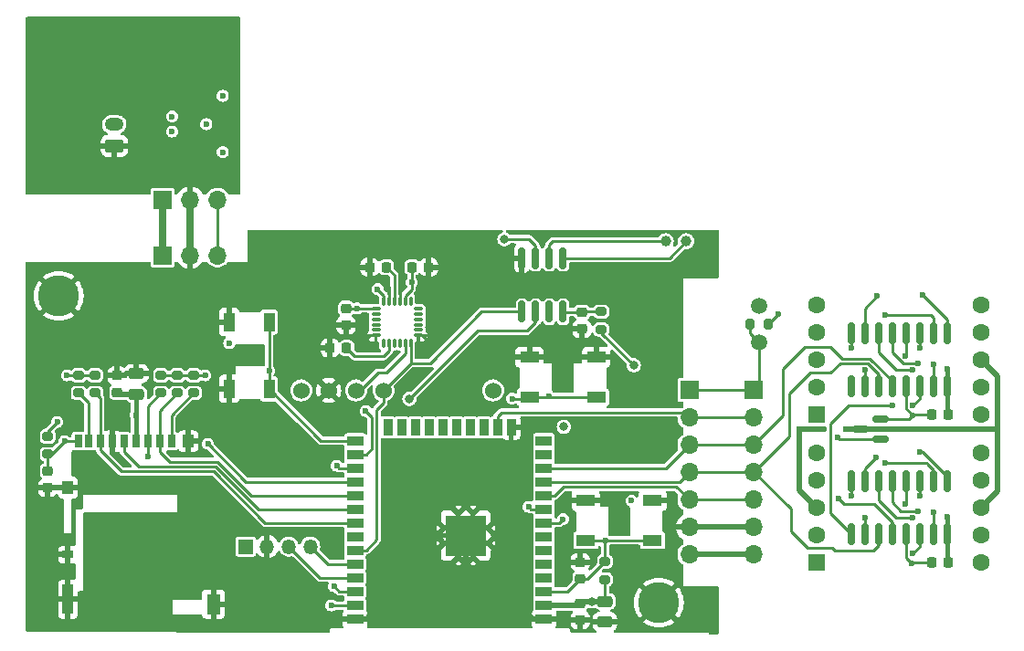
<source format=gbr>
%TF.GenerationSoftware,KiCad,Pcbnew,7.0.1*%
%TF.CreationDate,2023-04-28T19:57:16+03:00*%
%TF.ProjectId,leanometer_esp32,6c65616e-6f6d-4657-9465-725f65737033,R1*%
%TF.SameCoordinates,Original*%
%TF.FileFunction,Copper,L1,Top*%
%TF.FilePolarity,Positive*%
%FSLAX46Y46*%
G04 Gerber Fmt 4.6, Leading zero omitted, Abs format (unit mm)*
G04 Created by KiCad (PCBNEW 7.0.1) date 2023-04-28 19:57:16*
%MOMM*%
%LPD*%
G01*
G04 APERTURE LIST*
G04 Aperture macros list*
%AMRoundRect*
0 Rectangle with rounded corners*
0 $1 Rounding radius*
0 $2 $3 $4 $5 $6 $7 $8 $9 X,Y pos of 4 corners*
0 Add a 4 corners polygon primitive as box body*
4,1,4,$2,$3,$4,$5,$6,$7,$8,$9,$2,$3,0*
0 Add four circle primitives for the rounded corners*
1,1,$1+$1,$2,$3*
1,1,$1+$1,$4,$5*
1,1,$1+$1,$6,$7*
1,1,$1+$1,$8,$9*
0 Add four rect primitives between the rounded corners*
20,1,$1+$1,$2,$3,$4,$5,0*
20,1,$1+$1,$4,$5,$6,$7,0*
20,1,$1+$1,$6,$7,$8,$9,0*
20,1,$1+$1,$8,$9,$2,$3,0*%
G04 Aperture macros list end*
%TA.AperFunction,SMDPad,CuDef*%
%ADD10RoundRect,0.150000X0.587500X0.150000X-0.587500X0.150000X-0.587500X-0.150000X0.587500X-0.150000X0*%
%TD*%
%TA.AperFunction,SMDPad,CuDef*%
%ADD11R,0.700000X1.200000*%
%TD*%
%TA.AperFunction,SMDPad,CuDef*%
%ADD12R,1.000000X0.800000*%
%TD*%
%TA.AperFunction,SMDPad,CuDef*%
%ADD13R,1.000000X1.200000*%
%TD*%
%TA.AperFunction,SMDPad,CuDef*%
%ADD14R,1.000000X2.800000*%
%TD*%
%TA.AperFunction,SMDPad,CuDef*%
%ADD15R,1.300000X1.900000*%
%TD*%
%TA.AperFunction,SMDPad,CuDef*%
%ADD16RoundRect,0.150000X-0.150000X0.825000X-0.150000X-0.825000X0.150000X-0.825000X0.150000X0.825000X0*%
%TD*%
%TA.AperFunction,ComponentPad*%
%ADD17C,1.524000*%
%TD*%
%TA.AperFunction,SMDPad,CuDef*%
%ADD18RoundRect,0.250000X0.475000X-0.250000X0.475000X0.250000X-0.475000X0.250000X-0.475000X-0.250000X0*%
%TD*%
%TA.AperFunction,SMDPad,CuDef*%
%ADD19R,1.800000X1.100000*%
%TD*%
%TA.AperFunction,SMDPad,CuDef*%
%ADD20RoundRect,0.225000X0.250000X-0.225000X0.250000X0.225000X-0.250000X0.225000X-0.250000X-0.225000X0*%
%TD*%
%TA.AperFunction,SMDPad,CuDef*%
%ADD21RoundRect,0.200000X-0.275000X0.200000X-0.275000X-0.200000X0.275000X-0.200000X0.275000X0.200000X0*%
%TD*%
%TA.AperFunction,SMDPad,CuDef*%
%ADD22RoundRect,0.075000X0.350000X0.075000X-0.350000X0.075000X-0.350000X-0.075000X0.350000X-0.075000X0*%
%TD*%
%TA.AperFunction,SMDPad,CuDef*%
%ADD23RoundRect,0.075000X-0.075000X0.350000X-0.075000X-0.350000X0.075000X-0.350000X0.075000X0.350000X0*%
%TD*%
%TA.AperFunction,ComponentPad*%
%ADD24R,1.700000X1.700000*%
%TD*%
%TA.AperFunction,ComponentPad*%
%ADD25O,1.700000X1.700000*%
%TD*%
%TA.AperFunction,SMDPad,CuDef*%
%ADD26RoundRect,0.200000X0.275000X-0.200000X0.275000X0.200000X-0.275000X0.200000X-0.275000X-0.200000X0*%
%TD*%
%TA.AperFunction,SMDPad,CuDef*%
%ADD27R,1.500000X0.900000*%
%TD*%
%TA.AperFunction,SMDPad,CuDef*%
%ADD28R,0.900000X1.500000*%
%TD*%
%TA.AperFunction,HeatsinkPad*%
%ADD29C,0.600000*%
%TD*%
%TA.AperFunction,SMDPad,CuDef*%
%ADD30R,0.900000X0.900000*%
%TD*%
%TA.AperFunction,HeatsinkPad*%
%ADD31C,3.200000*%
%TD*%
%TA.AperFunction,SMDPad,CuDef*%
%ADD32R,3.800000X3.800000*%
%TD*%
%TA.AperFunction,ComponentPad*%
%ADD33C,3.800000*%
%TD*%
%TA.AperFunction,SMDPad,CuDef*%
%ADD34RoundRect,0.225000X0.225000X0.250000X-0.225000X0.250000X-0.225000X-0.250000X0.225000X-0.250000X0*%
%TD*%
%TA.AperFunction,SMDPad,CuDef*%
%ADD35RoundRect,0.200000X-0.200000X-0.275000X0.200000X-0.275000X0.200000X0.275000X-0.200000X0.275000X0*%
%TD*%
%TA.AperFunction,SMDPad,CuDef*%
%ADD36RoundRect,0.225000X-0.225000X-0.250000X0.225000X-0.250000X0.225000X0.250000X-0.225000X0.250000X0*%
%TD*%
%TA.AperFunction,ComponentPad*%
%ADD37R,1.350000X1.350000*%
%TD*%
%TA.AperFunction,ComponentPad*%
%ADD38O,1.350000X1.350000*%
%TD*%
%TA.AperFunction,ComponentPad*%
%ADD39C,1.000000*%
%TD*%
%TA.AperFunction,SMDPad,CuDef*%
%ADD40RoundRect,0.225000X-0.250000X0.225000X-0.250000X-0.225000X0.250000X-0.225000X0.250000X0.225000X0*%
%TD*%
%TA.AperFunction,SMDPad,CuDef*%
%ADD41R,1.100000X1.800000*%
%TD*%
%TA.AperFunction,ComponentPad*%
%ADD42R,1.600000X1.600000*%
%TD*%
%TA.AperFunction,ComponentPad*%
%ADD43C,1.600000*%
%TD*%
%TA.AperFunction,ComponentPad*%
%ADD44C,1.500000*%
%TD*%
%TA.AperFunction,ComponentPad*%
%ADD45RoundRect,0.250000X0.625000X-0.350000X0.625000X0.350000X-0.625000X0.350000X-0.625000X-0.350000X0*%
%TD*%
%TA.AperFunction,ComponentPad*%
%ADD46O,1.750000X1.200000*%
%TD*%
%TA.AperFunction,ViaPad*%
%ADD47C,0.800000*%
%TD*%
%TA.AperFunction,ViaPad*%
%ADD48C,0.600000*%
%TD*%
%TA.AperFunction,Conductor*%
%ADD49C,0.250000*%
%TD*%
%TA.AperFunction,Conductor*%
%ADD50C,0.254000*%
%TD*%
%TA.AperFunction,Conductor*%
%ADD51C,0.635000*%
%TD*%
%TA.AperFunction,Conductor*%
%ADD52C,0.508000*%
%TD*%
%TA.AperFunction,Conductor*%
%ADD53C,0.406400*%
%TD*%
G04 APERTURE END LIST*
D10*
%TO.P,Q1,1,G*%
%TO.N,/DisplayBoard/DISP_BRIGHT*%
X180547500Y-101052000D03*
%TO.P,Q1,2,S*%
%TO.N,GND*%
X180547500Y-99152000D03*
%TO.P,Q1,3,D*%
%TO.N,/DisplayBoard/LED_CATH*%
X178672500Y-100102000D03*
%TD*%
D11*
%TO.P,J4,1,DAT2*%
%TO.N,/MainBoard/SD_D2*%
X114845000Y-101232000D03*
%TO.P,J4,2,DAT3/CD*%
%TO.N,/MainBoard/SD_SS*%
X113745000Y-101232000D03*
%TO.P,J4,3,CMD*%
%TO.N,/MainBoard/SD_MOSI*%
X112645000Y-101232000D03*
%TO.P,J4,4,VDD*%
%TO.N,+3V3*%
X111545000Y-101232000D03*
%TO.P,J4,5,CLK*%
%TO.N,/MainBoard/SD_SCK*%
X110445000Y-101232000D03*
%TO.P,J4,6,VSS*%
%TO.N,GND*%
X109345000Y-101232000D03*
%TO.P,J4,7,DAT0*%
%TO.N,/MainBoard/SD_MISO*%
X108245000Y-101232000D03*
%TO.P,J4,8,DAT1*%
%TO.N,/MainBoard/SD_D1*%
X107145000Y-101232000D03*
%TO.P,J4,9,DET_B*%
%TO.N,/MainBoard/SD_DET_B*%
X106195000Y-101232000D03*
D12*
%TO.P,J4,10,DET_A*%
%TO.N,GND*%
X105245000Y-111732000D03*
D13*
%TO.P,J4,11,SHIELD*%
X105245000Y-105532000D03*
D14*
X105245000Y-115882000D03*
D13*
X116395000Y-101232000D03*
D15*
X118745000Y-116332000D03*
%TD*%
D16*
%TO.P,U4,1,QB*%
%TO.N,Net-(U4-QB)*%
X186730500Y-104897000D03*
%TO.P,U4,2,QC*%
%TO.N,Net-(U4-QC)*%
X185460500Y-104897000D03*
%TO.P,U4,3,QD*%
%TO.N,Net-(U4-QD)*%
X184190500Y-104897000D03*
%TO.P,U4,4,QE*%
%TO.N,Net-(U4-QE)*%
X182920500Y-104897000D03*
%TO.P,U4,5,QF*%
%TO.N,Net-(U4-QF)*%
X181650500Y-104897000D03*
%TO.P,U4,6,QG*%
%TO.N,Net-(U4-QG)*%
X180380500Y-104897000D03*
%TO.P,U4,7,QH*%
%TO.N,Net-(U4-QH)*%
X179110500Y-104897000D03*
%TO.P,U4,8,GND*%
%TO.N,GND*%
X177840500Y-104897000D03*
%TO.P,U4,9,QH'*%
%TO.N,/DisplayBoard/SH_REG_OUT_1*%
X177840500Y-109847000D03*
%TO.P,U4,10,~{SRCLR}*%
%TO.N,+3V3*%
X179110500Y-109847000D03*
%TO.P,U4,11,SRCLK*%
%TO.N,/DisplayBoard/DISP_CLOCK*%
X180380500Y-109847000D03*
%TO.P,U4,12,RCLK*%
%TO.N,/DisplayBoard/DISP_LATCH*%
X181650500Y-109847000D03*
%TO.P,U4,13,~{OE}*%
%TO.N,GND*%
X182920500Y-109847000D03*
%TO.P,U4,14,SER*%
%TO.N,/DisplayBoard/DISP_DATA*%
X184190500Y-109847000D03*
%TO.P,U4,15,QA*%
%TO.N,Net-(U4-QA)*%
X185460500Y-109847000D03*
%TO.P,U4,16,VCC*%
%TO.N,+3V3*%
X186730500Y-109847000D03*
%TD*%
D17*
%TO.P,U8,1,VCC*%
%TO.N,+3V3*%
X126873000Y-96520000D03*
%TO.P,U8,2,GND*%
%TO.N,GND*%
X129413000Y-96520000D03*
%TO.P,U8,3,SCL*%
%TO.N,/MainBoard/I2C_SCL*%
X131953000Y-96520000D03*
%TO.P,U8,4,SDA*%
%TO.N,/MainBoard/I2C_SDA*%
X134493000Y-96520000D03*
%TO.P,U8,8,INT*%
%TO.N,/MainBoard/IMU_INT*%
X144653000Y-96520000D03*
%TD*%
D18*
%TO.P,C5,1*%
%TO.N,GND*%
X155017000Y-117981000D03*
%TO.P,C5,2*%
%TO.N,+3V3*%
X155017000Y-116081000D03*
%TD*%
D19*
%TO.P,SW2,1,1*%
%TO.N,/MainBoard/EN*%
X159437000Y-110435000D03*
X153237000Y-110435000D03*
%TO.P,SW2,2,2*%
%TO.N,GND*%
X159437000Y-106735000D03*
X153237000Y-106735000D03*
%TD*%
D20*
%TO.P,C17,1*%
%TO.N,GND*%
X152908000Y-90818000D03*
%TO.P,C17,2*%
%TO.N,Net-(U9-VDD)*%
X152908000Y-89268000D03*
%TD*%
D21*
%TO.P,R12,1*%
%TO.N,+3V3*%
X103378000Y-100775000D03*
%TO.P,R12,2*%
%TO.N,/MainBoard/SD_DET_B*%
X103378000Y-102425000D03*
%TD*%
D22*
%TO.P,U3,1,CLKIN*%
%TO.N,GND*%
X137713000Y-91420000D03*
%TO.P,U3,2,NC*%
%TO.N,unconnected-(U3-NC-Pad2)*%
X137713000Y-90920000D03*
%TO.P,U3,3,NC*%
%TO.N,unconnected-(U3-NC-Pad3)*%
X137713000Y-90420000D03*
%TO.P,U3,4,NC*%
%TO.N,unconnected-(U3-NC-Pad4)*%
X137713000Y-89920000D03*
%TO.P,U3,5,NC*%
%TO.N,unconnected-(U3-NC-Pad5)*%
X137713000Y-89420000D03*
%TO.P,U3,6,AUX_DA*%
%TO.N,unconnected-(U3-AUX_DA-Pad6)*%
X137713000Y-88920000D03*
D23*
%TO.P,U3,7,AUX_CL*%
%TO.N,unconnected-(U3-AUX_CL-Pad7)*%
X137013000Y-88220000D03*
%TO.P,U3,8,VLOGIC*%
%TO.N,+3V3*%
X136513000Y-88220000D03*
%TO.P,U3,9,AD0*%
%TO.N,GND*%
X136013000Y-88220000D03*
%TO.P,U3,10,REGOUT*%
%TO.N,Net-(U3-REGOUT)*%
X135513000Y-88220000D03*
%TO.P,U3,11,FSYNC*%
%TO.N,GND*%
X135013000Y-88220000D03*
%TO.P,U3,12,INT*%
%TO.N,/MainBoard/IMU_INT*%
X134513000Y-88220000D03*
D22*
%TO.P,U3,13,VDD*%
%TO.N,+3V3*%
X133813000Y-88920000D03*
%TO.P,U3,14,NC*%
%TO.N,unconnected-(U3-NC-Pad14)*%
X133813000Y-89420000D03*
%TO.P,U3,15,NC*%
%TO.N,unconnected-(U3-NC-Pad15)*%
X133813000Y-89920000D03*
%TO.P,U3,16,NC*%
%TO.N,unconnected-(U3-NC-Pad16)*%
X133813000Y-90420000D03*
%TO.P,U3,17,NC*%
%TO.N,unconnected-(U3-NC-Pad17)*%
X133813000Y-90920000D03*
%TO.P,U3,18,GND*%
%TO.N,GND*%
X133813000Y-91420000D03*
D23*
%TO.P,U3,19,RESV*%
%TO.N,unconnected-(U3-RESV-Pad19)*%
X134513000Y-92120000D03*
%TO.P,U3,20,CPOUT*%
%TO.N,Net-(U3-CPOUT)*%
X135013000Y-92120000D03*
%TO.P,U3,21,RESV*%
%TO.N,unconnected-(U3-RESV-Pad21)*%
X135513000Y-92120000D03*
%TO.P,U3,22,RESV*%
%TO.N,unconnected-(U3-RESV-Pad22)*%
X136013000Y-92120000D03*
%TO.P,U3,23,SCL*%
%TO.N,/MainBoard/I2C_SCL*%
X136513000Y-92120000D03*
%TO.P,U3,24,SDA*%
%TO.N,/MainBoard/I2C_SDA*%
X137013000Y-92120000D03*
%TD*%
D24*
%TO.P,J5,1,Pin_1*%
%TO.N,+3V3*%
X114024000Y-84005000D03*
D25*
%TO.P,J5,2,Pin_2*%
%TO.N,GND*%
X116564000Y-84005000D03*
%TO.P,J5,3,Pin_3*%
%TO.N,/MainBoard/ADC_VBAT*%
X119104000Y-84005000D03*
%TD*%
D26*
%TO.P,R4,1*%
%TO.N,+3V3*%
X155017000Y-114046000D03*
%TO.P,R4,2*%
%TO.N,/MainBoard/EN*%
X155017000Y-112396000D03*
%TD*%
D24*
%TO.P,J1,1,Pin_1*%
%TO.N,/DisplayBoard/ADC_LDR*%
X162846000Y-96490000D03*
D25*
%TO.P,J1,2,Pin_2*%
%TO.N,/DisplayBoard/DISP_BRIGHT*%
X162846000Y-99030000D03*
%TO.P,J1,3,Pin_3*%
%TO.N,/DisplayBoard/DISP_LATCH*%
X162846000Y-101570000D03*
%TO.P,J1,4,Pin_4*%
%TO.N,/DisplayBoard/DISP_CLOCK*%
X162846000Y-104110000D03*
%TO.P,J1,5,Pin_5*%
%TO.N,/DisplayBoard/DISP_DATA*%
X162846000Y-106650000D03*
%TO.P,J1,6,Pin_6*%
%TO.N,GND*%
X162846000Y-109190000D03*
%TO.P,J1,7,Pin_7*%
%TO.N,+3V3*%
X162846000Y-111730000D03*
%TD*%
D27*
%TO.P,U2,1,GND*%
%TO.N,GND*%
X149366000Y-117699000D03*
%TO.P,U2,2,VDD*%
%TO.N,+3V3*%
X149366000Y-116429000D03*
%TO.P,U2,3,EN*%
%TO.N,/MainBoard/EN*%
X149366000Y-115159000D03*
%TO.P,U2,4,SENSOR_VP*%
%TO.N,unconnected-(U2-SENSOR_VP-Pad4)*%
X149366000Y-113889000D03*
%TO.P,U2,5,SENSOR_VN*%
%TO.N,unconnected-(U2-SENSOR_VN-Pad5)*%
X149366000Y-112619000D03*
%TO.P,U2,6,IO34*%
%TO.N,unconnected-(U2-IO34-Pad6)*%
X149366000Y-111349000D03*
%TO.P,U2,7,IO35*%
%TO.N,unconnected-(U2-IO35-Pad7)*%
X149366000Y-110079000D03*
%TO.P,U2,8,IO32*%
%TO.N,/DisplayBoard/ADC_LDR*%
X149366000Y-108809000D03*
%TO.P,U2,9,IO33*%
%TO.N,/MainBoard/ADC_VBAT*%
X149366000Y-107539000D03*
%TO.P,U2,10,IO25*%
%TO.N,/DisplayBoard/DISP_DATA*%
X149366000Y-106269000D03*
%TO.P,U2,11,IO26*%
%TO.N,/DisplayBoard/DISP_CLOCK*%
X149366000Y-104999000D03*
%TO.P,U2,12,IO27*%
%TO.N,/DisplayBoard/DISP_LATCH*%
X149366000Y-103729000D03*
%TO.P,U2,13,IO14*%
%TO.N,unconnected-(U2-IO14-Pad13)*%
X149366000Y-102459000D03*
%TO.P,U2,14,IO12*%
%TO.N,unconnected-(U2-IO12-Pad14)*%
X149366000Y-101189000D03*
D28*
%TO.P,U2,15,GND*%
%TO.N,GND*%
X146326000Y-99939000D03*
%TO.P,U2,16,IO13*%
%TO.N,/DisplayBoard/DISP_BRIGHT*%
X145056000Y-99939000D03*
%TO.P,U2,17,SHD/SD2*%
%TO.N,unconnected-(U2-SHD{slash}SD2-Pad17)*%
X143786000Y-99939000D03*
%TO.P,U2,18,SWP/SD3*%
%TO.N,unconnected-(U2-SWP{slash}SD3-Pad18)*%
X142516000Y-99939000D03*
%TO.P,U2,19,SCS/CMD*%
%TO.N,unconnected-(U2-SCS{slash}CMD-Pad19)*%
X141246000Y-99939000D03*
%TO.P,U2,20,SCK/CLK*%
%TO.N,unconnected-(U2-SCK{slash}CLK-Pad20)*%
X139976000Y-99939000D03*
%TO.P,U2,21,SDO/SD0*%
%TO.N,unconnected-(U2-SDO{slash}SD0-Pad21)*%
X138706000Y-99939000D03*
%TO.P,U2,22,SDI/SD1*%
%TO.N,unconnected-(U2-SDI{slash}SD1-Pad22)*%
X137436000Y-99939000D03*
%TO.P,U2,23,IO15*%
%TO.N,unconnected-(U2-IO15-Pad23)*%
X136166000Y-99939000D03*
%TO.P,U2,24,IO2*%
%TO.N,unconnected-(U2-IO2-Pad24)*%
X134896000Y-99939000D03*
D27*
%TO.P,U2,25,IO0*%
%TO.N,/MainBoard/IO0*%
X131866000Y-101189000D03*
%TO.P,U2,26,IO4*%
%TO.N,/MainBoard/IMU_INT*%
X131866000Y-102459000D03*
%TO.P,U2,27,IO16*%
%TO.N,/MainBoard/BUT*%
X131866000Y-103729000D03*
%TO.P,U2,28,IO17*%
%TO.N,/MainBoard/SD_DET_B*%
X131866000Y-104999000D03*
%TO.P,U2,29,IO5*%
%TO.N,/MainBoard/SD_SS*%
X131866000Y-106269000D03*
%TO.P,U2,30,IO18*%
%TO.N,/MainBoard/SD_SCK*%
X131866000Y-107539000D03*
%TO.P,U2,31,IO19*%
%TO.N,/MainBoard/SD_MISO*%
X131866000Y-108809000D03*
%TO.P,U2,32,NC*%
%TO.N,unconnected-(U2-NC-Pad32)*%
X131866000Y-110079000D03*
%TO.P,U2,33,IO21*%
%TO.N,/MainBoard/I2C_SDA*%
X131866000Y-111349000D03*
%TO.P,U2,34,RXD0/IO3*%
%TO.N,/MainBoard/RX*%
X131866000Y-112619000D03*
%TO.P,U2,35,TXD0/IO1*%
%TO.N,/MainBoard/TX*%
X131866000Y-113889000D03*
%TO.P,U2,36,IO22*%
%TO.N,/MainBoard/I2C_SCL*%
X131866000Y-115159000D03*
%TO.P,U2,37,IO23*%
%TO.N,/MainBoard/SD_MOSI*%
X131866000Y-116429000D03*
%TO.P,U2,38,GND*%
%TO.N,GND*%
X131866000Y-117699000D03*
D29*
%TO.P,U2,39,GND*%
X144172000Y-110679000D03*
X144172000Y-109279000D03*
D30*
X143516000Y-111379000D03*
X143516000Y-109979000D03*
X143516000Y-108579000D03*
D29*
X142816000Y-111989000D03*
X142816000Y-107925000D03*
D31*
X142141000Y-109979000D03*
D30*
X142116000Y-111379000D03*
X142116000Y-109979000D03*
D32*
X142116000Y-109979000D03*
D30*
X142116000Y-108579000D03*
D29*
X141416000Y-111989000D03*
X141416000Y-107925000D03*
D30*
X140716000Y-111379000D03*
X140716000Y-109979000D03*
X140716000Y-108579000D03*
D29*
X140108000Y-110679000D03*
X140108000Y-109279000D03*
%TD*%
D24*
%TO.P,J7,1,Pin_1*%
%TO.N,+3V3*%
X114039000Y-78830000D03*
D25*
%TO.P,J7,2,Pin_2*%
%TO.N,GND*%
X116579000Y-78830000D03*
%TO.P,J7,3,Pin_3*%
%TO.N,/MainBoard/ADC_VBAT*%
X119119000Y-78830000D03*
%TD*%
D33*
%TO.P,H1,1,1*%
%TO.N,GND*%
X104394000Y-87757000D03*
%TD*%
D21*
%TO.P,R14,1*%
%TO.N,+3V3*%
X106258000Y-95103000D03*
%TO.P,R14,2*%
%TO.N,/MainBoard/SD_D1*%
X106258000Y-96753000D03*
%TD*%
D34*
%TO.P,C14,1*%
%TO.N,+3V3*%
X186870500Y-98746000D03*
%TO.P,C14,2*%
%TO.N,GND*%
X185320500Y-98746000D03*
%TD*%
D20*
%TO.P,C3,1*%
%TO.N,/MainBoard/EN*%
X152731000Y-113996000D03*
%TO.P,C3,2*%
%TO.N,GND*%
X152731000Y-112446000D03*
%TD*%
D24*
%TO.P,J6,1,Pin_1*%
%TO.N,/DisplayBoard/ADC_LDR*%
X168823500Y-96455000D03*
D25*
%TO.P,J6,2,Pin_2*%
%TO.N,/DisplayBoard/DISP_BRIGHT*%
X168823500Y-98995000D03*
%TO.P,J6,3,Pin_3*%
%TO.N,/DisplayBoard/DISP_LATCH*%
X168823500Y-101535000D03*
%TO.P,J6,4,Pin_4*%
%TO.N,/DisplayBoard/DISP_CLOCK*%
X168823500Y-104075000D03*
%TO.P,J6,5,Pin_5*%
%TO.N,/DisplayBoard/DISP_DATA*%
X168823500Y-106615000D03*
%TO.P,J6,6,Pin_6*%
%TO.N,GND*%
X168823500Y-109155000D03*
%TO.P,J6,7,Pin_7*%
%TO.N,+3V3*%
X168823500Y-111695000D03*
%TD*%
D20*
%TO.P,C11,1*%
%TO.N,GND*%
X103378000Y-105550000D03*
%TO.P,C11,2*%
%TO.N,/MainBoard/SD_DET_B*%
X103378000Y-104000000D03*
%TD*%
D35*
%TO.P,R16,1*%
%TO.N,/DisplayBoard/ADC_LDR*%
X168506500Y-90364000D03*
%TO.P,R16,2*%
%TO.N,GND*%
X170156500Y-90364000D03*
%TD*%
D18*
%TO.P,C7,1*%
%TO.N,+3V3*%
X111592000Y-96878000D03*
%TO.P,C7,2*%
%TO.N,GND*%
X111592000Y-94978000D03*
%TD*%
D36*
%TO.P,C9,1*%
%TO.N,+3V3*%
X137147000Y-85090000D03*
%TO.P,C9,2*%
%TO.N,GND*%
X138697000Y-85090000D03*
%TD*%
%TO.P,C12,1*%
%TO.N,GND*%
X133210000Y-85090000D03*
%TO.P,C12,2*%
%TO.N,Net-(U3-REGOUT)*%
X134760000Y-85090000D03*
%TD*%
D37*
%TO.P,J2,1,Pin_1*%
%TO.N,+3V3*%
X121714000Y-110998000D03*
D38*
%TO.P,J2,2,Pin_2*%
%TO.N,GND*%
X123714000Y-110998000D03*
%TO.P,J2,3,Pin_3*%
%TO.N,/MainBoard/TX*%
X125714000Y-110998000D03*
%TO.P,J2,4,Pin_4*%
%TO.N,/MainBoard/RX*%
X127714000Y-110998000D03*
%TD*%
D34*
%TO.P,C15,1*%
%TO.N,+3V3*%
X186870500Y-112452000D03*
%TO.P,C15,2*%
%TO.N,GND*%
X185320500Y-112452000D03*
%TD*%
D16*
%TO.P,U5,1,QB*%
%TO.N,Net-(U5-QB)*%
X186730500Y-91191000D03*
%TO.P,U5,2,QC*%
%TO.N,Net-(U5-QC)*%
X185460500Y-91191000D03*
%TO.P,U5,3,QD*%
%TO.N,Net-(U5-QD)*%
X184190500Y-91191000D03*
%TO.P,U5,4,QE*%
%TO.N,Net-(U5-QE)*%
X182920500Y-91191000D03*
%TO.P,U5,5,QF*%
%TO.N,Net-(U5-QF)*%
X181650500Y-91191000D03*
%TO.P,U5,6,QG*%
%TO.N,Net-(U5-QG)*%
X180380500Y-91191000D03*
%TO.P,U5,7,QH*%
%TO.N,Net-(U5-QH)*%
X179110500Y-91191000D03*
%TO.P,U5,8,GND*%
%TO.N,GND*%
X177840500Y-91191000D03*
%TO.P,U5,9,QH'*%
%TO.N,unconnected-(U5-QH'-Pad9)*%
X177840500Y-96141000D03*
%TO.P,U5,10,~{SRCLR}*%
%TO.N,+3V3*%
X179110500Y-96141000D03*
%TO.P,U5,11,SRCLK*%
%TO.N,/DisplayBoard/DISP_CLOCK*%
X180380500Y-96141000D03*
%TO.P,U5,12,RCLK*%
%TO.N,/DisplayBoard/DISP_LATCH*%
X181650500Y-96141000D03*
%TO.P,U5,13,~{OE}*%
%TO.N,GND*%
X182920500Y-96141000D03*
%TO.P,U5,14,SER*%
%TO.N,/DisplayBoard/SH_REG_OUT_1*%
X184190500Y-96141000D03*
%TO.P,U5,15,QA*%
%TO.N,Net-(U5-QA)*%
X185460500Y-96141000D03*
%TO.P,U5,16,VCC*%
%TO.N,+3V3*%
X186730500Y-96141000D03*
%TD*%
D39*
%TO.P,Y1,1,1*%
%TO.N,Net-(U9-OSCO)*%
X160650000Y-82700000D03*
%TO.P,Y1,2,2*%
%TO.N,Net-(U9-OSCI)*%
X162550000Y-82700000D03*
%TD*%
D40*
%TO.P,C8,1*%
%TO.N,GND*%
X109814000Y-95153000D03*
%TO.P,C8,2*%
%TO.N,+3V3*%
X109814000Y-96703000D03*
%TD*%
D21*
%TO.P,R10,1*%
%TO.N,+3V3*%
X115402000Y-95103000D03*
%TO.P,R10,2*%
%TO.N,/MainBoard/SD_SS*%
X115402000Y-96753000D03*
%TD*%
%TO.P,R13,1*%
%TO.N,+3V3*%
X107782000Y-95103000D03*
%TO.P,R13,2*%
%TO.N,/MainBoard/SD_MISO*%
X107782000Y-96753000D03*
%TD*%
D36*
%TO.P,C13,2*%
%TO.N,Net-(U3-CPOUT)*%
X131077000Y-92583000D03*
%TO.P,C13,1*%
%TO.N,GND*%
X129527000Y-92583000D03*
%TD*%
D19*
%TO.P,SW3,1,1*%
%TO.N,/MainBoard/BUT*%
X154230000Y-97144000D03*
X148030000Y-97144000D03*
%TO.P,SW3,2,2*%
%TO.N,GND*%
X154230000Y-93444000D03*
X148030000Y-93444000D03*
%TD*%
D16*
%TO.P,U9,8,VDD*%
%TO.N,Net-(U9-VDD)*%
X151130000Y-89216000D03*
%TO.P,U9,7,~{INT1}/CLKOUT*%
%TO.N,unconnected-(U9-~{INT1}{slash}CLKOUT-Pad7)*%
X149860000Y-89216000D03*
%TO.P,U9,6,SCL*%
%TO.N,/MainBoard/I2C_SCL*%
X148590000Y-89216000D03*
%TO.P,U9,5,SDA*%
%TO.N,/MainBoard/I2C_SDA*%
X147320000Y-89216000D03*
%TO.P,U9,4,VSS*%
%TO.N,GND*%
X147320000Y-84266000D03*
%TO.P,U9,3,VBAT*%
%TO.N,Net-(BT1-+)*%
X148590000Y-84266000D03*
%TO.P,U9,2,OSCO*%
%TO.N,Net-(U9-OSCO)*%
X149860000Y-84266000D03*
%TO.P,U9,1,OSCI*%
%TO.N,Net-(U9-OSCI)*%
X151130000Y-84266000D03*
%TD*%
D20*
%TO.P,C10,1*%
%TO.N,GND*%
X131019000Y-90457000D03*
%TO.P,C10,2*%
%TO.N,+3V3*%
X131019000Y-88907000D03*
%TD*%
D40*
%TO.P,C6,1*%
%TO.N,+3V3*%
X152731000Y-116256000D03*
%TO.P,C6,2*%
%TO.N,GND*%
X152731000Y-117806000D03*
%TD*%
D41*
%TO.P,SW1,1,1*%
%TO.N,/MainBoard/IO0*%
X123905500Y-90181500D03*
X123905500Y-96381500D03*
%TO.P,SW1,2,2*%
%TO.N,GND*%
X120205500Y-90181500D03*
X120205500Y-96381500D03*
%TD*%
D26*
%TO.P,R33,2*%
%TO.N,Net-(U9-VDD)*%
X154686000Y-89218000D03*
%TO.P,R33,1*%
%TO.N,+3V3*%
X154686000Y-90868000D03*
%TD*%
D33*
%TO.P,H2,1,1*%
%TO.N,GND*%
X160020000Y-116205000D03*
%TD*%
D21*
%TO.P,R11,1*%
%TO.N,+3V3*%
X113878000Y-95103000D03*
%TO.P,R11,2*%
%TO.N,/MainBoard/SD_MOSI*%
X113878000Y-96753000D03*
%TD*%
%TO.P,R9,1*%
%TO.N,+3V3*%
X116926000Y-95103000D03*
%TO.P,R9,2*%
%TO.N,/MainBoard/SD_D2*%
X116926000Y-96753000D03*
%TD*%
D42*
%TO.P,U6,1,E*%
%TO.N,Net-(U6-E)*%
X174612000Y-112462000D03*
D43*
%TO.P,U6,2,D*%
%TO.N,Net-(U6-D)*%
X174612000Y-109922000D03*
%TO.P,U6,3,CC*%
%TO.N,/DisplayBoard/LED_CATH*%
X174612000Y-107382000D03*
%TO.P,U6,4,C*%
%TO.N,Net-(U6-C)*%
X174612000Y-104842000D03*
%TO.P,U6,5,DP*%
%TO.N,Net-(U6-DP)*%
X174612000Y-102302000D03*
%TO.P,U6,6,B*%
%TO.N,Net-(U6-B)*%
X189852000Y-102302000D03*
%TO.P,U6,7,A*%
%TO.N,Net-(U6-A)*%
X189852000Y-104842000D03*
%TO.P,U6,8,CC*%
%TO.N,/DisplayBoard/LED_CATH*%
X189852000Y-107382000D03*
%TO.P,U6,9,F*%
%TO.N,Net-(U6-F)*%
X189852000Y-109922000D03*
%TO.P,U6,10,G*%
%TO.N,Net-(U6-G)*%
X189852000Y-112462000D03*
%TD*%
D42*
%TO.P,U7,1,E*%
%TO.N,Net-(U7-E)*%
X174612000Y-98758000D03*
D43*
%TO.P,U7,2,D*%
%TO.N,Net-(U7-D)*%
X174612000Y-96218000D03*
%TO.P,U7,3,CC*%
%TO.N,/DisplayBoard/LED_CATH*%
X174612000Y-93678000D03*
%TO.P,U7,4,C*%
%TO.N,Net-(U7-C)*%
X174612000Y-91138000D03*
%TO.P,U7,5,DP*%
%TO.N,Net-(U7-DP)*%
X174612000Y-88598000D03*
%TO.P,U7,6,B*%
%TO.N,Net-(U7-B)*%
X189852000Y-88598000D03*
%TO.P,U7,7,A*%
%TO.N,Net-(U7-A)*%
X189852000Y-91138000D03*
%TO.P,U7,8,CC*%
%TO.N,/DisplayBoard/LED_CATH*%
X189852000Y-93678000D03*
%TO.P,U7,9,F*%
%TO.N,Net-(U7-F)*%
X189852000Y-96218000D03*
%TO.P,U7,10,G*%
%TO.N,Net-(U7-G)*%
X189852000Y-98758000D03*
%TD*%
D44*
%TO.P,R15,1*%
%TO.N,+3V3*%
X169331500Y-88664000D03*
%TO.P,R15,2*%
%TO.N,/DisplayBoard/ADC_LDR*%
X169331500Y-92064000D03*
%TD*%
D45*
%TO.P,J3,1,Pin_1*%
%TO.N,GND*%
X109541800Y-73846000D03*
D46*
%TO.P,J3,2,Pin_2*%
%TO.N,+BATT*%
X109541800Y-71846000D03*
%TD*%
D47*
%TO.N,GND*%
X151511000Y-91059000D03*
%TO.N,Net-(BT1-+)*%
X145700000Y-82500000D03*
D48*
%TO.N,GND*%
X109347000Y-100076000D03*
X171101000Y-89434000D03*
X120078500Y-94805500D03*
X120361000Y-68453000D03*
X129540000Y-91440000D03*
X133118000Y-117592000D03*
X177832000Y-106325000D03*
X113249000Y-75692000D03*
X116043000Y-67056000D03*
X106772000Y-77470000D03*
X177832000Y-92609000D03*
X146326000Y-101463000D03*
X136142700Y-86761000D03*
X111633000Y-74168000D03*
X148104000Y-117592000D03*
X132842000Y-92583000D03*
X110546000Y-93844000D03*
X138639000Y-91948000D03*
X103216000Y-67818000D03*
X105121000Y-64897000D03*
X183420000Y-112548000D03*
X105121000Y-66040000D03*
X114900000Y-65532000D03*
X183547000Y-98832000D03*
X134883300Y-86761000D03*
X120361000Y-65532000D03*
X154813000Y-106807000D03*
X115027000Y-74168000D03*
X103216000Y-63119000D03*
%TO.N,/MainBoard/ADC_VBAT*%
X147955000Y-107315000D03*
%TO.N,/MainBoard/EN*%
X155067000Y-110435000D03*
%TO.N,+3V3*%
X179102000Y-108357000D03*
X119599000Y-74422000D03*
X179102000Y-94641000D03*
X117983000Y-95123000D03*
X120205500Y-92138500D03*
X186722000Y-94514000D03*
X118075000Y-71830000D03*
X157480000Y-106744000D03*
X111545000Y-98806000D03*
D47*
X157700000Y-94200000D03*
D48*
X186722000Y-108230000D03*
D47*
X151200000Y-99900000D03*
D48*
X119599000Y-69215000D03*
X104267000Y-99441000D03*
X105156000Y-95123000D03*
X114900000Y-71120000D03*
X114900000Y-72517000D03*
X137115000Y-86507000D03*
X132035000Y-88920000D03*
D47*
X153797000Y-116078000D03*
D48*
%TO.N,/MainBoard/SD_DET_B*%
X104938618Y-101232000D03*
X118237000Y-101473000D03*
%TO.N,/DisplayBoard/ADC_LDR*%
X151130000Y-108458000D03*
%TO.N,/DisplayBoard/DISP_DATA*%
X183550200Y-111659000D03*
%TO.N,/DisplayBoard/DISP_LATCH*%
X176689000Y-106579000D03*
%TO.N,/DisplayBoard/DISP_BRIGHT*%
X176562000Y-100864000D03*
%TO.N,/MainBoard/SD_MOSI*%
X112649000Y-102616000D03*
X129667000Y-116459000D03*
D47*
%TO.N,/MainBoard/I2C_SCL*%
X136900000Y-97300000D03*
D48*
X129921000Y-114681000D03*
%TO.N,/DisplayBoard/LED_CATH*%
X173006000Y-100102000D03*
X177324000Y-100102000D03*
X175292000Y-100102000D03*
%TO.N,/MainBoard/IO0*%
X123888500Y-94678500D03*
%TO.N,/MainBoard/BUT*%
X149860000Y-97096700D03*
X146431000Y-97282000D03*
X130175000Y-103505000D03*
%TO.N,/MainBoard/IMU_INT*%
X132842000Y-98425000D03*
X133940000Y-87142000D03*
%TO.N,/DisplayBoard/SH_REG_OUT_1*%
X183550200Y-97943000D03*
X181642000Y-97943000D03*
%TO.N,Net-(U5-QA)*%
X185452000Y-94133000D03*
%TO.N,Net-(U5-QB)*%
X184436000Y-87656000D03*
%TO.N,Net-(U5-QC)*%
X181007000Y-89561000D03*
%TO.N,Net-(U5-QD)*%
X184182000Y-92609000D03*
%TO.N,Net-(U5-QE)*%
X182888416Y-93342116D03*
%TO.N,Net-(U5-QF)*%
X184055000Y-94006000D03*
%TO.N,Net-(U5-QG)*%
X183547000Y-94641000D03*
%TO.N,Net-(U5-QH)*%
X180245000Y-87783000D03*
%TO.N,Net-(U4-QH)*%
X180118000Y-102769000D03*
%TO.N,Net-(U4-QG)*%
X183547000Y-108357000D03*
%TO.N,Net-(U4-QF)*%
X184055000Y-107722000D03*
%TO.N,Net-(U4-QE)*%
X182880766Y-107055766D03*
%TO.N,Net-(U4-QD)*%
X184182000Y-106325000D03*
%TO.N,Net-(U4-QC)*%
X181007000Y-103277000D03*
%TO.N,Net-(U4-QB)*%
X184182000Y-102261000D03*
%TO.N,Net-(U4-QA)*%
X185452000Y-107849000D03*
%TD*%
D49*
%TO.N,Net-(U9-OSCO)*%
X160650000Y-82700000D02*
X150200000Y-82700000D01*
X150200000Y-82700000D02*
X149860000Y-83040000D01*
X149860000Y-83040000D02*
X149860000Y-84266000D01*
%TO.N,Net-(U9-VDD)*%
X152908000Y-89268000D02*
X151182000Y-89268000D01*
%TO.N,+3V3*%
X154686000Y-91186000D02*
X157700000Y-94200000D01*
X154686000Y-90868000D02*
X154686000Y-91186000D01*
%TO.N,/MainBoard/I2C_SCL*%
X148590000Y-90210000D02*
X147800000Y-91000000D01*
X148590000Y-89216000D02*
X148590000Y-90210000D01*
%TO.N,/MainBoard/I2C_SDA*%
X147320000Y-89216000D02*
X143584000Y-89216000D01*
%TO.N,/MainBoard/I2C_SCL*%
X147800000Y-91000000D02*
X145700000Y-91000000D01*
%TO.N,Net-(U9-OSCI)*%
X160984000Y-84266000D02*
X151130000Y-84266000D01*
%TO.N,Net-(BT1-+)*%
X148590000Y-83090000D02*
X148590000Y-84266000D01*
%TO.N,Net-(U9-VDD)*%
X151182000Y-89268000D02*
X151130000Y-89216000D01*
%TO.N,Net-(BT1-+)*%
X145700000Y-82500000D02*
X148000000Y-82500000D01*
X148000000Y-82500000D02*
X148590000Y-83090000D01*
D50*
%TO.N,GND*%
X170156500Y-90364000D02*
X170171000Y-90364000D01*
X183420000Y-112548000D02*
X183516000Y-112452000D01*
X132842000Y-92583000D02*
X132842000Y-91821000D01*
X135013000Y-86890700D02*
X134883300Y-86761000D01*
X148211000Y-117699000D02*
X148104000Y-117592000D01*
X183633000Y-98746000D02*
X185320500Y-98746000D01*
X135013000Y-88220000D02*
X135013000Y-86890700D01*
X183516000Y-112452000D02*
X185320500Y-112452000D01*
X131866000Y-117699000D02*
X133011000Y-117699000D01*
X136013000Y-88220000D02*
X136013000Y-86890700D01*
X149366000Y-117699000D02*
X148211000Y-117699000D01*
X177840500Y-91191000D02*
X177840500Y-92600500D01*
X177840500Y-104897000D02*
X177840500Y-106316500D01*
X136013000Y-86890700D02*
X136142700Y-86761000D01*
X183420000Y-112548000D02*
X182920500Y-112048500D01*
X138111000Y-91420000D02*
X137713000Y-91420000D01*
X183547000Y-98832000D02*
X183633000Y-98746000D01*
X183547000Y-98832000D02*
X182920500Y-98205500D01*
X182920500Y-112048500D02*
X182920500Y-109847000D01*
X138639000Y-91948000D02*
X138111000Y-91420000D01*
D51*
X116564000Y-84005000D02*
X116564000Y-78845000D01*
D50*
X180547500Y-99152000D02*
X183227000Y-99152000D01*
X183227000Y-99152000D02*
X183547000Y-98832000D01*
X146326000Y-99939000D02*
X146326000Y-101463000D01*
X177840500Y-106316500D02*
X177832000Y-106325000D01*
X170171000Y-90364000D02*
X171101000Y-89434000D01*
X132842000Y-91821000D02*
X133243000Y-91420000D01*
X177840500Y-92600500D02*
X177832000Y-92609000D01*
X133011000Y-117699000D02*
X133118000Y-117592000D01*
D52*
X162846000Y-109190000D02*
X168788500Y-109190000D01*
D50*
X182920500Y-98205500D02*
X182920500Y-96141000D01*
X133243000Y-91420000D02*
X133813000Y-91420000D01*
%TO.N,/MainBoard/ADC_VBAT*%
X119104000Y-84005000D02*
X119104000Y-78845000D01*
X149366000Y-107539000D02*
X148179000Y-107539000D01*
X148179000Y-107539000D02*
X147955000Y-107315000D01*
%TO.N,/MainBoard/EN*%
X152731000Y-113996000D02*
X153417000Y-113996000D01*
X155017000Y-110485000D02*
X155067000Y-110435000D01*
X153417000Y-113996000D02*
X155017000Y-112396000D01*
X155067000Y-110435000D02*
X159437000Y-110435000D01*
X151568000Y-115159000D02*
X152731000Y-113996000D01*
X155017000Y-112396000D02*
X155017000Y-110485000D01*
X153237000Y-110435000D02*
X155067000Y-110435000D01*
X149366000Y-115159000D02*
X151568000Y-115159000D01*
%TO.N,+3V3*%
X106258000Y-95103000D02*
X107782000Y-95103000D01*
X137115000Y-85122000D02*
X137147000Y-85090000D01*
D52*
X111592000Y-96878000D02*
X109989000Y-96878000D01*
D50*
X132035000Y-88920000D02*
X131032000Y-88920000D01*
D52*
X152731000Y-116256000D02*
X152558000Y-116429000D01*
D50*
X105176000Y-95103000D02*
X105156000Y-95123000D01*
D52*
X111545000Y-96925000D02*
X111592000Y-96878000D01*
D50*
X155017000Y-114046000D02*
X155017000Y-116081000D01*
X106258000Y-95103000D02*
X105176000Y-95103000D01*
X116926000Y-95103000D02*
X117963000Y-95103000D01*
X117963000Y-95103000D02*
X117983000Y-95123000D01*
D52*
X109989000Y-96878000D02*
X109814000Y-96703000D01*
X155017000Y-116081000D02*
X153800000Y-116081000D01*
D50*
X103378000Y-100775000D02*
X103378000Y-100330000D01*
X133813000Y-88920000D02*
X132035000Y-88920000D01*
X179110500Y-108365500D02*
X179102000Y-108357000D01*
D53*
X186730500Y-98606000D02*
X186730500Y-96141000D01*
D50*
X179110500Y-96141000D02*
X179110500Y-94649500D01*
D53*
X186730500Y-112312000D02*
X186730500Y-109847000D01*
D52*
X162846000Y-111730000D02*
X168788500Y-111730000D01*
D53*
X111545000Y-101232000D02*
X111545000Y-96925000D01*
D52*
X153797000Y-116078000D02*
X153794000Y-116081000D01*
D50*
X137115000Y-87119961D02*
X137115000Y-86507000D01*
X137115000Y-86507000D02*
X137115000Y-85122000D01*
D53*
X186870500Y-112452000D02*
X186730500Y-112312000D01*
D52*
X152906000Y-116081000D02*
X152731000Y-116256000D01*
D53*
X186730500Y-109847000D02*
X186730500Y-108238500D01*
D52*
X153800000Y-116081000D02*
X153797000Y-116078000D01*
D53*
X186870500Y-98746000D02*
X186730500Y-98606000D01*
D50*
X131032000Y-88920000D02*
X131019000Y-88907000D01*
X179110500Y-94649500D02*
X179102000Y-94641000D01*
X116926000Y-95103000D02*
X115402000Y-95103000D01*
D53*
X186730500Y-108238500D02*
X186722000Y-108230000D01*
D52*
X153794000Y-116081000D02*
X152906000Y-116081000D01*
D50*
X136513000Y-87721961D02*
X137115000Y-87119961D01*
D51*
X114024000Y-84005000D02*
X114024000Y-78845000D01*
D50*
X103378000Y-100330000D02*
X104267000Y-99441000D01*
D53*
X186730500Y-94522500D02*
X186722000Y-94514000D01*
D50*
X115402000Y-95103000D02*
X113878000Y-95103000D01*
X179110500Y-109847000D02*
X179110500Y-108365500D01*
D53*
X186730500Y-96141000D02*
X186730500Y-94522500D01*
D50*
X136513000Y-88220000D02*
X136513000Y-87721961D01*
D52*
X152558000Y-116429000D02*
X149366000Y-116429000D01*
D50*
%TO.N,/MainBoard/SD_DET_B*%
X103378000Y-104000000D02*
X103378000Y-102425000D01*
X103378000Y-102425000D02*
X103745618Y-102425000D01*
X103745618Y-102425000D02*
X104938618Y-101232000D01*
X104938618Y-101232000D02*
X106195000Y-101232000D01*
X131866000Y-104999000D02*
X121763000Y-104999000D01*
X121763000Y-104999000D02*
X118237000Y-101473000D01*
%TO.N,Net-(U3-REGOUT)*%
X134760000Y-85090000D02*
X135513000Y-85843000D01*
X135513000Y-85843000D02*
X135513000Y-88220000D01*
%TO.N,Net-(U3-CPOUT)*%
X131839000Y-93345000D02*
X134493000Y-93345000D01*
X131077000Y-92583000D02*
X131839000Y-93345000D01*
X135013000Y-92825000D02*
X135013000Y-92120000D01*
X134493000Y-93345000D02*
X135013000Y-92825000D01*
%TO.N,/DisplayBoard/ADC_LDR*%
X149366000Y-108809000D02*
X150779000Y-108809000D01*
X169331500Y-95947000D02*
X168823500Y-96455000D01*
X168506500Y-91239000D02*
X169331500Y-92064000D01*
X162846000Y-96490000D02*
X168788500Y-96490000D01*
X168506500Y-90364000D02*
X168506500Y-91239000D01*
X169331500Y-92064000D02*
X169331500Y-95947000D01*
X150779000Y-108809000D02*
X151130000Y-108458000D01*
%TO.N,/DisplayBoard/DISP_DATA*%
X151186000Y-105453000D02*
X161649000Y-105453000D01*
X184190500Y-111018700D02*
X183550200Y-111659000D01*
X149366000Y-106269000D02*
X150370000Y-106269000D01*
X150370000Y-106269000D02*
X151186000Y-105453000D01*
X184190500Y-109847000D02*
X184190500Y-111018700D01*
X162846000Y-106650000D02*
X168788500Y-106650000D01*
X161649000Y-105453000D02*
X162846000Y-106650000D01*
%TO.N,/DisplayBoard/DISP_CLOCK*%
X179864000Y-111405000D02*
X176308000Y-111405000D01*
X172244000Y-109627000D02*
X172244000Y-107495500D01*
X176811200Y-94010800D02*
X175927000Y-94895000D01*
X180380500Y-110888500D02*
X179864000Y-111405000D01*
X173768000Y-111151000D02*
X172244000Y-109627000D01*
X175927000Y-94895000D02*
X174022000Y-94895000D01*
X174022000Y-94895000D02*
X172117000Y-96800000D01*
X161957000Y-104999000D02*
X162846000Y-104110000D01*
X179363038Y-94010800D02*
X176811200Y-94010800D01*
X180380500Y-96141000D02*
X180380500Y-95028262D01*
X162846000Y-104110000D02*
X168788500Y-104110000D01*
X180380500Y-95028262D02*
X179363038Y-94010800D01*
X149366000Y-104999000D02*
X161957000Y-104999000D01*
X176308000Y-111405000D02*
X176054000Y-111151000D01*
X180380500Y-109847000D02*
X180380500Y-110888500D01*
X172244000Y-107495500D02*
X168823500Y-104075000D01*
X172117000Y-100781500D02*
X168823500Y-104075000D01*
X176054000Y-111151000D02*
X173768000Y-111151000D01*
X172117000Y-96800000D02*
X172117000Y-100781500D01*
%TO.N,/DisplayBoard/DISP_LATCH*%
X181650500Y-109847000D02*
X181650500Y-108746500D01*
X179991000Y-107087000D02*
X177197000Y-107087000D01*
X149366000Y-103729000D02*
X160687000Y-103729000D01*
X171482000Y-94514000D02*
X171482000Y-98876500D01*
X173514000Y-92482000D02*
X171482000Y-94514000D01*
X171482000Y-98876500D02*
X168823500Y-101535000D01*
X181650500Y-96141000D02*
X181650500Y-95651684D01*
X181650500Y-108746500D02*
X179991000Y-107087000D01*
X179552416Y-93553600D02*
X176998600Y-93553600D01*
X160687000Y-103729000D02*
X162846000Y-101570000D01*
X181650500Y-95651684D02*
X179552416Y-93553600D01*
X176998600Y-93553600D02*
X175927000Y-92482000D01*
X175927000Y-92482000D02*
X173514000Y-92482000D01*
X177197000Y-107087000D02*
X176689000Y-106579000D01*
X162846000Y-101570000D02*
X168788500Y-101570000D01*
%TO.N,/DisplayBoard/DISP_BRIGHT*%
X180547500Y-101052000D02*
X176750000Y-101052000D01*
X145439000Y-98552000D02*
X162368000Y-98552000D01*
X162368000Y-98552000D02*
X162846000Y-99030000D01*
X176750000Y-101052000D02*
X176562000Y-100864000D01*
X145056000Y-99939000D02*
X145056000Y-98935000D01*
X162846000Y-99030000D02*
X168788500Y-99030000D01*
X145056000Y-98935000D02*
X145439000Y-98552000D01*
%TO.N,/MainBoard/RX*%
X131866000Y-112619000D02*
X129335000Y-112619000D01*
X129335000Y-112619000D02*
X127714000Y-110998000D01*
%TO.N,/MainBoard/TX*%
X131866000Y-113889000D02*
X128605000Y-113889000D01*
X128605000Y-113889000D02*
X125714000Y-110998000D01*
%TO.N,/MainBoard/SD_D2*%
X114845000Y-101232000D02*
X114845000Y-98834000D01*
X114845000Y-98834000D02*
X116926000Y-96753000D01*
%TO.N,/MainBoard/SD_SS*%
X114681000Y-103124000D02*
X119126000Y-103124000D01*
X113745000Y-98410000D02*
X115402000Y-96753000D01*
X113745000Y-101232000D02*
X113745000Y-98410000D01*
X113745000Y-102188000D02*
X114681000Y-103124000D01*
X119126000Y-103124000D02*
X122271000Y-106269000D01*
X113745000Y-101232000D02*
X113745000Y-102188000D01*
X122271000Y-106269000D02*
X131866000Y-106269000D01*
%TO.N,/MainBoard/SD_MOSI*%
X112645000Y-101232000D02*
X112645000Y-97986000D01*
X112645000Y-101232000D02*
X112645000Y-102612000D01*
X131836000Y-116459000D02*
X131866000Y-116429000D01*
X112645000Y-97986000D02*
X113878000Y-96753000D01*
X112645000Y-102612000D02*
X112649000Y-102616000D01*
X129667000Y-116459000D02*
X131836000Y-116459000D01*
%TO.N,/MainBoard/SD_SCK*%
X122898948Y-107539000D02*
X118937948Y-103578000D01*
X131866000Y-107539000D02*
X122898948Y-107539000D01*
X110445000Y-102190000D02*
X110445000Y-101232000D01*
X111833000Y-103578000D02*
X110445000Y-102190000D01*
X118937948Y-103578000D02*
X111833000Y-103578000D01*
%TO.N,/MainBoard/SD_MISO*%
X118749896Y-104032000D02*
X110191000Y-104032000D01*
X131866000Y-108809000D02*
X123526896Y-108809000D01*
X108245000Y-101232000D02*
X108245000Y-97216000D01*
X110191000Y-104032000D02*
X108245000Y-102086000D01*
X108245000Y-102086000D02*
X108245000Y-101232000D01*
X108245000Y-97216000D02*
X107782000Y-96753000D01*
X123526896Y-108809000D02*
X118749896Y-104032000D01*
%TO.N,/MainBoard/SD_D1*%
X107145000Y-101232000D02*
X107145000Y-97640000D01*
X107145000Y-97640000D02*
X106258000Y-96753000D01*
%TO.N,/MainBoard/I2C_SCL*%
X129921000Y-114681000D02*
X130399000Y-115159000D01*
X134747000Y-94869000D02*
X133985000Y-94869000D01*
X136513000Y-92120000D02*
X136513000Y-93103000D01*
X132334000Y-96520000D02*
X131953000Y-96520000D01*
X136513000Y-93103000D02*
X134747000Y-94869000D01*
X133985000Y-94869000D02*
X132334000Y-96520000D01*
X130399000Y-115159000D02*
X131866000Y-115159000D01*
D49*
X143200000Y-91000000D02*
X136900000Y-97300000D01*
X145700000Y-91000000D02*
X143200000Y-91000000D01*
%TO.N,/MainBoard/I2C_SDA*%
X138800000Y-94000000D02*
X138006000Y-94000000D01*
X143584000Y-89216000D02*
X138800000Y-94000000D01*
D50*
X131866000Y-111349000D02*
X132870000Y-111349000D01*
X133858000Y-110361000D02*
X133858000Y-98298000D01*
X137013000Y-92120000D02*
X137013000Y-94000000D01*
X137013000Y-94000000D02*
X134493000Y-96520000D01*
X132870000Y-111349000D02*
X133858000Y-110361000D01*
X134493000Y-97663000D02*
X134493000Y-96520000D01*
X133858000Y-98298000D02*
X134493000Y-97663000D01*
X138006000Y-94000000D02*
X137013000Y-94000000D01*
D52*
%TO.N,/DisplayBoard/LED_CATH*%
X191380000Y-95206000D02*
X191380000Y-100102000D01*
X177324000Y-100102000D02*
X178672500Y-100102000D01*
X173006000Y-100102000D02*
X175292000Y-100102000D01*
X191380000Y-105854000D02*
X191380000Y-100524000D01*
X189852000Y-93678000D02*
X191380000Y-95206000D01*
X189852000Y-107382000D02*
X191380000Y-105854000D01*
X178672500Y-100102000D02*
X191380000Y-100102000D01*
X173006000Y-105776000D02*
X174612000Y-107382000D01*
X191380000Y-100102000D02*
X191380000Y-100524000D01*
X173006000Y-100102000D02*
X173006000Y-105776000D01*
D50*
%TO.N,/MainBoard/IO0*%
X131866000Y-101189000D02*
X128713000Y-101189000D01*
X128713000Y-101189000D02*
X123905500Y-96381500D01*
X123905500Y-96381500D02*
X123905500Y-94695500D01*
X123905500Y-94695500D02*
X123888500Y-94678500D01*
X123905500Y-90181500D02*
X123905500Y-94661500D01*
X123905500Y-94661500D02*
X123888500Y-94678500D01*
%TO.N,/MainBoard/BUT*%
X149907300Y-97144000D02*
X149860000Y-97096700D01*
X154230000Y-97144000D02*
X149907300Y-97144000D01*
X130399000Y-103729000D02*
X130175000Y-103505000D01*
X149812700Y-97144000D02*
X149860000Y-97096700D01*
X131866000Y-103729000D02*
X130399000Y-103729000D01*
X148030000Y-97144000D02*
X149812700Y-97144000D01*
X146431000Y-97282000D02*
X147892000Y-97282000D01*
X147892000Y-97282000D02*
X148030000Y-97144000D01*
%TO.N,/MainBoard/IMU_INT*%
X133404000Y-98987000D02*
X132842000Y-98425000D01*
X134513000Y-87715000D02*
X133940000Y-87142000D01*
X131866000Y-102459000D02*
X132870000Y-102459000D01*
X134513000Y-88220000D02*
X134513000Y-87715000D01*
X133404000Y-101925000D02*
X133404000Y-99568000D01*
X133404000Y-99568000D02*
X133404000Y-98987000D01*
X132870000Y-102459000D02*
X133404000Y-101925000D01*
%TO.N,/DisplayBoard/SH_REG_OUT_1*%
X181642000Y-97943000D02*
X177578000Y-97943000D01*
X177578000Y-97943000D02*
X175927000Y-99594000D01*
X184190500Y-96141000D02*
X184190500Y-97302700D01*
X184190500Y-97302700D02*
X183550200Y-97943000D01*
X175927000Y-99594000D02*
X175927000Y-107933500D01*
X175927000Y-107933500D02*
X177840500Y-109847000D01*
%TO.N,Net-(U5-QA)*%
X185460500Y-94141500D02*
X185460500Y-96141000D01*
X185452000Y-94133000D02*
X185460500Y-94141500D01*
%TO.N,Net-(U5-QB)*%
X186730500Y-89950500D02*
X184436000Y-87656000D01*
X186730500Y-91191000D02*
X186730500Y-89950500D01*
%TO.N,Net-(U5-QC)*%
X185198000Y-89561000D02*
X181007000Y-89561000D01*
X185460500Y-89823500D02*
X185198000Y-89561000D01*
X185460500Y-91191000D02*
X185460500Y-89823500D01*
%TO.N,Net-(U5-QD)*%
X184190500Y-92600500D02*
X184182000Y-92609000D01*
X184190500Y-91191000D02*
X184190500Y-92600500D01*
%TO.N,Net-(U5-QE)*%
X182920500Y-93310032D02*
X182888416Y-93342116D01*
X182920500Y-91191000D02*
X182920500Y-93310032D01*
%TO.N,Net-(U5-QF)*%
X182661062Y-94006000D02*
X184055000Y-94006000D01*
X181650500Y-91191000D02*
X181650500Y-92995438D01*
X181650500Y-92995438D02*
X182661062Y-94006000D01*
%TO.N,Net-(U5-QG)*%
X180380500Y-92998500D02*
X182023000Y-94641000D01*
X182023000Y-94641000D02*
X183547000Y-94641000D01*
X180380500Y-91191000D02*
X180380500Y-92998500D01*
%TO.N,Net-(U5-QH)*%
X179110500Y-88917500D02*
X180245000Y-87783000D01*
X179110500Y-91191000D02*
X179110500Y-88917500D01*
%TO.N,Net-(U4-QH)*%
X179110500Y-103776500D02*
X180118000Y-102769000D01*
X179110500Y-104897000D02*
X179110500Y-103776500D01*
%TO.N,Net-(U4-QG)*%
X183547000Y-108357000D02*
X182023000Y-108357000D01*
X182023000Y-108357000D02*
X180380500Y-106714500D01*
X180380500Y-106714500D02*
X180380500Y-104897000D01*
%TO.N,Net-(U4-QF)*%
X181650500Y-104897000D02*
X181650500Y-106906705D01*
X182465795Y-107722000D02*
X184055000Y-107722000D01*
X181650500Y-106906705D02*
X182465795Y-107722000D01*
%TO.N,Net-(U4-QE)*%
X182920500Y-107016032D02*
X182880766Y-107055766D01*
X182920500Y-104897000D02*
X182920500Y-107016032D01*
%TO.N,Net-(U4-QD)*%
X184190500Y-104897000D02*
X184190500Y-106316500D01*
X184190500Y-106316500D02*
X184182000Y-106325000D01*
%TO.N,Net-(U4-QC)*%
X185460500Y-103889473D02*
X184896013Y-103324986D01*
X185460500Y-104897000D02*
X185460500Y-103889473D01*
X184896013Y-103324986D02*
X184848027Y-103277000D01*
X184848027Y-103277000D02*
X181007000Y-103277000D01*
%TO.N,Net-(U4-QB)*%
X186730500Y-104512895D02*
X184478605Y-102261000D01*
X186730500Y-104897000D02*
X186730500Y-104512895D01*
X184478605Y-102261000D02*
X184182000Y-102261000D01*
%TO.N,Net-(U4-QA)*%
X185460500Y-109847000D02*
X185460500Y-107857500D01*
X185460500Y-107857500D02*
X185452000Y-107849000D01*
D49*
%TO.N,Net-(U9-VDD)*%
X152958000Y-89218000D02*
X152908000Y-89268000D01*
X154686000Y-89218000D02*
X152958000Y-89218000D01*
%TO.N,Net-(U9-OSCI)*%
X162550000Y-82700000D02*
X160984000Y-84266000D01*
%TD*%
%TA.AperFunction,Conductor*%
%TO.N,GND*%
G36*
X145513672Y-81644933D02*
G01*
X145558813Y-81684924D01*
X145580198Y-81741312D01*
X145572929Y-81801180D01*
X145538670Y-81850812D01*
X145485274Y-81878837D01*
X145466207Y-81883537D01*
X145466206Y-81883537D01*
X145466204Y-81883538D01*
X145325472Y-81957400D01*
X145206501Y-82062799D01*
X145116212Y-82193605D01*
X145059850Y-82342219D01*
X145040693Y-82499999D01*
X145059850Y-82657780D01*
X145116212Y-82806394D01*
X145197515Y-82924182D01*
X145206502Y-82937201D01*
X145325471Y-83042599D01*
X145466207Y-83116463D01*
X145620529Y-83154500D01*
X145779469Y-83154500D01*
X145779471Y-83154500D01*
X145933793Y-83116463D01*
X146074529Y-83042599D01*
X146193498Y-82937201D01*
X146195761Y-82933921D01*
X146240901Y-82893932D01*
X146299456Y-82879500D01*
X146643830Y-82879500D01*
X146710214Y-82898406D01*
X146756677Y-82949450D01*
X146769275Y-83017315D01*
X146744227Y-83081634D01*
X146680447Y-83165739D01*
X146624337Y-83308025D01*
X146613600Y-83397439D01*
X146613600Y-84016000D01*
X147444000Y-84016000D01*
X147507000Y-84032881D01*
X147553119Y-84079000D01*
X147570000Y-84142000D01*
X147570000Y-85640621D01*
X147602972Y-85636662D01*
X147745260Y-85580552D01*
X147867132Y-85488133D01*
X147951445Y-85376950D01*
X148008299Y-85334846D01*
X148078881Y-85330018D01*
X148140938Y-85363988D01*
X148199274Y-85422324D01*
X148199276Y-85422325D01*
X148199277Y-85422326D01*
X148313445Y-85480498D01*
X148408166Y-85495500D01*
X148771833Y-85495500D01*
X148771834Y-85495500D01*
X148866555Y-85480498D01*
X148980723Y-85422326D01*
X149071326Y-85331723D01*
X149112734Y-85250455D01*
X149159165Y-85200227D01*
X149225000Y-85181660D01*
X149290835Y-85200227D01*
X149337265Y-85250455D01*
X149376992Y-85328422D01*
X149378675Y-85331725D01*
X149469274Y-85422324D01*
X149469276Y-85422325D01*
X149469277Y-85422326D01*
X149583445Y-85480498D01*
X149678166Y-85495500D01*
X150041833Y-85495500D01*
X150041834Y-85495500D01*
X150136555Y-85480498D01*
X150250723Y-85422326D01*
X150341326Y-85331723D01*
X150382734Y-85250455D01*
X150429165Y-85200227D01*
X150495000Y-85181660D01*
X150560835Y-85200227D01*
X150607265Y-85250455D01*
X150646992Y-85328422D01*
X150648675Y-85331725D01*
X150739274Y-85422324D01*
X150739276Y-85422325D01*
X150739277Y-85422326D01*
X150853445Y-85480498D01*
X150948166Y-85495500D01*
X151311833Y-85495500D01*
X151311834Y-85495500D01*
X151406555Y-85480498D01*
X151520723Y-85422326D01*
X151611326Y-85331723D01*
X151669498Y-85217555D01*
X151684500Y-85122834D01*
X151684500Y-84771500D01*
X151701381Y-84708500D01*
X151747500Y-84662381D01*
X151810500Y-84645500D01*
X160931574Y-84645500D01*
X160957431Y-84648181D01*
X160968100Y-84650419D01*
X160999796Y-84646468D01*
X161015382Y-84645500D01*
X161015440Y-84645500D01*
X161015443Y-84645500D01*
X161036194Y-84642036D01*
X161041243Y-84641300D01*
X161093783Y-84634752D01*
X161093788Y-84634749D01*
X161101782Y-84633753D01*
X161101842Y-84633734D01*
X161108926Y-84629900D01*
X161108927Y-84629900D01*
X161155411Y-84604742D01*
X161160043Y-84602359D01*
X161207568Y-84579126D01*
X161207568Y-84579125D01*
X161214807Y-84575587D01*
X161214854Y-84575552D01*
X161224029Y-84565586D01*
X161256130Y-84530713D01*
X161259713Y-84526979D01*
X162307054Y-83479638D01*
X162354532Y-83449806D01*
X162410249Y-83443527D01*
X162550000Y-83459274D01*
X162718954Y-83440237D01*
X162879437Y-83384082D01*
X163023400Y-83293624D01*
X163143624Y-83173400D01*
X163234082Y-83029437D01*
X163290237Y-82868954D01*
X163309274Y-82700000D01*
X163290237Y-82531046D01*
X163234082Y-82370563D01*
X163143624Y-82226600D01*
X163143623Y-82226599D01*
X163143622Y-82226597D01*
X163023402Y-82106377D01*
X162965260Y-82069844D01*
X162879437Y-82015918D01*
X162825942Y-81997199D01*
X162718956Y-81959763D01*
X162550000Y-81940726D01*
X162381043Y-81959763D01*
X162220563Y-82015918D01*
X162076597Y-82106377D01*
X161956377Y-82226597D01*
X161865918Y-82370563D01*
X161809763Y-82531043D01*
X161809763Y-82531046D01*
X161790726Y-82700000D01*
X161803700Y-82815148D01*
X161806472Y-82839742D01*
X161800193Y-82895465D01*
X161770359Y-82942945D01*
X161533458Y-83179846D01*
X161481500Y-83211154D01*
X161420933Y-83214553D01*
X161365797Y-83189257D01*
X161328872Y-83141128D01*
X161318716Y-83081322D01*
X161331179Y-83043462D01*
X161329393Y-83042837D01*
X161334082Y-83029436D01*
X161390237Y-82868954D01*
X161409274Y-82700000D01*
X161390237Y-82531046D01*
X161334082Y-82370563D01*
X161243624Y-82226600D01*
X161243623Y-82226599D01*
X161243622Y-82226597D01*
X161123402Y-82106377D01*
X161065260Y-82069844D01*
X160979437Y-82015918D01*
X160925942Y-81997199D01*
X160818956Y-81959763D01*
X160650000Y-81940726D01*
X160481043Y-81959763D01*
X160320563Y-82015918D01*
X160176597Y-82106377D01*
X160056376Y-82226598D01*
X160034424Y-82261536D01*
X159988686Y-82304778D01*
X159927737Y-82320500D01*
X150252426Y-82320500D01*
X150226568Y-82317818D01*
X150215899Y-82315580D01*
X150184204Y-82319532D01*
X150168618Y-82320500D01*
X150168557Y-82320500D01*
X150147850Y-82323954D01*
X150142708Y-82324703D01*
X150082247Y-82332241D01*
X150082137Y-82332276D01*
X150028583Y-82361258D01*
X150023955Y-82363641D01*
X149969217Y-82390401D01*
X149969127Y-82390468D01*
X149927868Y-82435285D01*
X149924265Y-82439039D01*
X149628724Y-82734580D01*
X149608550Y-82750964D01*
X149599419Y-82756930D01*
X149579792Y-82782146D01*
X149569463Y-82793842D01*
X149569418Y-82793886D01*
X149557212Y-82810981D01*
X149554105Y-82815148D01*
X149516691Y-82863218D01*
X149516638Y-82863322D01*
X149499259Y-82921695D01*
X149497672Y-82926650D01*
X149477888Y-82984281D01*
X149477875Y-82984370D01*
X149480226Y-83041219D01*
X149471714Y-83092227D01*
X149443430Y-83135520D01*
X149378674Y-83200276D01*
X149337267Y-83281542D01*
X149290835Y-83331772D01*
X149225000Y-83350339D01*
X149159165Y-83331772D01*
X149112733Y-83281542D01*
X149071324Y-83200274D01*
X149006033Y-83134983D01*
X148983100Y-83103557D01*
X148970847Y-83066632D01*
X148969500Y-83058562D01*
X148969500Y-83058557D01*
X148966033Y-83037784D01*
X148965302Y-83032768D01*
X148958752Y-82980217D01*
X148958750Y-82980212D01*
X148957755Y-82972230D01*
X148957730Y-82972150D01*
X148928734Y-82918568D01*
X148926351Y-82913939D01*
X148899592Y-82859203D01*
X148899545Y-82859140D01*
X148893619Y-82853685D01*
X148893619Y-82853684D01*
X148854713Y-82817868D01*
X148850957Y-82814263D01*
X148305418Y-82268724D01*
X148289030Y-82248544D01*
X148283067Y-82239417D01*
X148257855Y-82219793D01*
X148246153Y-82209458D01*
X148246117Y-82209422D01*
X148229032Y-82197223D01*
X148224863Y-82194114D01*
X148199981Y-82174749D01*
X148183119Y-82161625D01*
X148183117Y-82161624D01*
X148176767Y-82156682D01*
X148176692Y-82156643D01*
X148118311Y-82139262D01*
X148113353Y-82137673D01*
X148055722Y-82117888D01*
X148055630Y-82117875D01*
X147994786Y-82120392D01*
X147989579Y-82120500D01*
X146299456Y-82120500D01*
X146240901Y-82106068D01*
X146195761Y-82066078D01*
X146193498Y-82062799D01*
X146074529Y-81957401D01*
X145933793Y-81883537D01*
X145914725Y-81878837D01*
X145861330Y-81850812D01*
X145827071Y-81801180D01*
X145819802Y-81741312D01*
X145841187Y-81684924D01*
X145886328Y-81644933D01*
X145944883Y-81630500D01*
X165435500Y-81630500D01*
X165498500Y-81647381D01*
X165544619Y-81693500D01*
X165561500Y-81756500D01*
X165561500Y-85980000D01*
X165544619Y-86043000D01*
X165498500Y-86089119D01*
X165435500Y-86106000D01*
X162306000Y-86106000D01*
X162306000Y-95259501D01*
X162289119Y-95322501D01*
X162243000Y-95368620D01*
X162180000Y-95385500D01*
X161970934Y-95385501D01*
X161970932Y-95385501D01*
X161896699Y-95400265D01*
X161812515Y-95456515D01*
X161756266Y-95540698D01*
X161741500Y-95614933D01*
X161741500Y-97365068D01*
X161756265Y-97439300D01*
X161812515Y-97523484D01*
X161868764Y-97561068D01*
X161896699Y-97579734D01*
X161970933Y-97594500D01*
X161970933Y-97594499D01*
X161970934Y-97594500D01*
X162180000Y-97594500D01*
X162243000Y-97611381D01*
X162289119Y-97657500D01*
X162306000Y-97720500D01*
X162306000Y-97995093D01*
X162290076Y-98056406D01*
X162246332Y-98102217D01*
X162177538Y-98144814D01*
X162177536Y-98144815D01*
X162167611Y-98150961D01*
X162166578Y-98149292D01*
X162146052Y-98161997D01*
X162100549Y-98170500D01*
X155290322Y-98170500D01*
X155228756Y-98154435D01*
X155182889Y-98110335D01*
X155164419Y-98049447D01*
X155178055Y-97987298D01*
X155220320Y-97939735D01*
X155313484Y-97877484D01*
X155321348Y-97865715D01*
X155369734Y-97793301D01*
X155384500Y-97719067D01*
X155384499Y-96568934D01*
X155384499Y-96568933D01*
X155384499Y-96568931D01*
X155369734Y-96494699D01*
X155313484Y-96410515D01*
X155226796Y-96352592D01*
X155179297Y-96331072D01*
X155142994Y-96286838D01*
X155130000Y-96231109D01*
X155130000Y-94513080D01*
X155143733Y-94455877D01*
X155181939Y-94411144D01*
X155236289Y-94388631D01*
X155257151Y-94385326D01*
X155371855Y-94326882D01*
X155462882Y-94235855D01*
X155521326Y-94121151D01*
X155536400Y-94025983D01*
X155536400Y-93694000D01*
X152923601Y-93694000D01*
X152923601Y-93868000D01*
X152906720Y-93931000D01*
X152860601Y-93977119D01*
X152797601Y-93994000D01*
X152130000Y-93994000D01*
X152130000Y-96636500D01*
X152113119Y-96699500D01*
X152067000Y-96745619D01*
X152004000Y-96762500D01*
X150364628Y-96762500D01*
X150308900Y-96749506D01*
X150264665Y-96713204D01*
X150255472Y-96701223D01*
X150179296Y-96642771D01*
X150142994Y-96598537D01*
X150130000Y-96542809D01*
X150130000Y-93994000D01*
X149462400Y-93994000D01*
X149399400Y-93977119D01*
X149353281Y-93931000D01*
X149336400Y-93868000D01*
X149336400Y-93694000D01*
X146723601Y-93694000D01*
X146723601Y-94025983D01*
X146738673Y-94121151D01*
X146797117Y-94235855D01*
X146888144Y-94326882D01*
X147002848Y-94385326D01*
X147023711Y-94388631D01*
X147078061Y-94411144D01*
X147116267Y-94455877D01*
X147130000Y-94513080D01*
X147130000Y-96231108D01*
X147117006Y-96286837D01*
X147080703Y-96331071D01*
X147033204Y-96352591D01*
X146946515Y-96410515D01*
X146890266Y-96494698D01*
X146885233Y-96520000D01*
X146875501Y-96568931D01*
X146875500Y-96568934D01*
X146875500Y-96677358D01*
X146860622Y-96736754D01*
X146819502Y-96782123D01*
X146761850Y-96802751D01*
X146701282Y-96793767D01*
X146575753Y-96741771D01*
X146431000Y-96722715D01*
X146286246Y-96741771D01*
X146151356Y-96797645D01*
X146035525Y-96886525D01*
X145946645Y-97002356D01*
X145890771Y-97137246D01*
X145871715Y-97282000D01*
X145890771Y-97426753D01*
X145946644Y-97561642D01*
X145946645Y-97561643D01*
X146035526Y-97677474D01*
X146151357Y-97766355D01*
X146286246Y-97822228D01*
X146431000Y-97841285D01*
X146575754Y-97822228D01*
X146710643Y-97766355D01*
X146710752Y-97766271D01*
X146713818Y-97765040D01*
X146725969Y-97760007D01*
X146726023Y-97760139D01*
X146773737Y-97740981D01*
X146840706Y-97752036D01*
X146892223Y-97796230D01*
X146946515Y-97877484D01*
X147039680Y-97939735D01*
X147081945Y-97987298D01*
X147095581Y-98049447D01*
X147077111Y-98110335D01*
X147031244Y-98154435D01*
X146969678Y-98170500D01*
X145491634Y-98170500D01*
X145465776Y-98167818D01*
X145454983Y-98165554D01*
X145423079Y-98169532D01*
X145407493Y-98170500D01*
X145407385Y-98170500D01*
X145386543Y-98173977D01*
X145381396Y-98174727D01*
X145320702Y-98182293D01*
X145320451Y-98182373D01*
X145266663Y-98211481D01*
X145262036Y-98213863D01*
X145207066Y-98240736D01*
X145206857Y-98240892D01*
X145165418Y-98285906D01*
X145161814Y-98289661D01*
X144823455Y-98628020D01*
X144803280Y-98644405D01*
X144794042Y-98650440D01*
X144774288Y-98675820D01*
X144763972Y-98687504D01*
X144763890Y-98687586D01*
X144751612Y-98704781D01*
X144748503Y-98708950D01*
X144710936Y-98757216D01*
X144710803Y-98757475D01*
X144693349Y-98816099D01*
X144691761Y-98821055D01*
X144681611Y-98850622D01*
X144645352Y-98904586D01*
X144587018Y-98933290D01*
X144506697Y-98949265D01*
X144490999Y-98959755D01*
X144445579Y-98978568D01*
X144396417Y-98978568D01*
X144350997Y-98959754D01*
X144344057Y-98955117D01*
X144335301Y-98949266D01*
X144261066Y-98934500D01*
X143310931Y-98934500D01*
X143236697Y-98949265D01*
X143220999Y-98959755D01*
X143175579Y-98978568D01*
X143126417Y-98978568D01*
X143080997Y-98959754D01*
X143074057Y-98955117D01*
X143065301Y-98949266D01*
X142991066Y-98934500D01*
X142040931Y-98934500D01*
X141966697Y-98949265D01*
X141950999Y-98959755D01*
X141905579Y-98978568D01*
X141856417Y-98978568D01*
X141810997Y-98959754D01*
X141804057Y-98955117D01*
X141795301Y-98949266D01*
X141721066Y-98934500D01*
X140770931Y-98934500D01*
X140696697Y-98949265D01*
X140680999Y-98959755D01*
X140635579Y-98978568D01*
X140586417Y-98978568D01*
X140540997Y-98959754D01*
X140534057Y-98955117D01*
X140525301Y-98949266D01*
X140451066Y-98934500D01*
X139500931Y-98934500D01*
X139426697Y-98949265D01*
X139410999Y-98959755D01*
X139365579Y-98978568D01*
X139316417Y-98978568D01*
X139270997Y-98959754D01*
X139264057Y-98955117D01*
X139255301Y-98949266D01*
X139181066Y-98934500D01*
X138230931Y-98934500D01*
X138156697Y-98949265D01*
X138140999Y-98959755D01*
X138095579Y-98978568D01*
X138046417Y-98978568D01*
X138000997Y-98959754D01*
X137994057Y-98955117D01*
X137985301Y-98949266D01*
X137911066Y-98934500D01*
X136960931Y-98934500D01*
X136886697Y-98949265D01*
X136870999Y-98959755D01*
X136825579Y-98978568D01*
X136776417Y-98978568D01*
X136730997Y-98959754D01*
X136724057Y-98955117D01*
X136715301Y-98949266D01*
X136641066Y-98934500D01*
X135690931Y-98934500D01*
X135616697Y-98949265D01*
X135600999Y-98959755D01*
X135555579Y-98978568D01*
X135506417Y-98978568D01*
X135460997Y-98959754D01*
X135454057Y-98955117D01*
X135445301Y-98949266D01*
X135371066Y-98934500D01*
X134420935Y-98934500D01*
X134390078Y-98940638D01*
X134334882Y-98939281D01*
X134285565Y-98914456D01*
X134251597Y-98870929D01*
X134239500Y-98817058D01*
X134239500Y-98508212D01*
X134249091Y-98459994D01*
X134276401Y-98419120D01*
X134725549Y-97969972D01*
X134745715Y-97953596D01*
X134754956Y-97947560D01*
X134774713Y-97922174D01*
X134785038Y-97910484D01*
X134785114Y-97910409D01*
X134797397Y-97893203D01*
X134800498Y-97889045D01*
X134803825Y-97884771D01*
X134833158Y-97847085D01*
X134833158Y-97847082D01*
X134838091Y-97840746D01*
X134838181Y-97840572D01*
X134840473Y-97832871D01*
X134840475Y-97832869D01*
X134855664Y-97781845D01*
X134857212Y-97777016D01*
X134874500Y-97726661D01*
X134874500Y-97726656D01*
X134877102Y-97719077D01*
X134877136Y-97718848D01*
X134876303Y-97698715D01*
X134874607Y-97657715D01*
X134874500Y-97652510D01*
X134874500Y-97544202D01*
X134892426Y-97479425D01*
X134941104Y-97433080D01*
X135060469Y-97369278D01*
X135215252Y-97242252D01*
X135342278Y-97087469D01*
X135436667Y-96910880D01*
X135494792Y-96719269D01*
X135514418Y-96520000D01*
X135501221Y-96386011D01*
X135494792Y-96320730D01*
X135455502Y-96191210D01*
X135453852Y-96124019D01*
X135486978Y-96065542D01*
X137134119Y-94418402D01*
X137174994Y-94391091D01*
X137223212Y-94381500D01*
X138037608Y-94381500D01*
X138037611Y-94381500D01*
X138039297Y-94381218D01*
X138060035Y-94379500D01*
X138747574Y-94379500D01*
X138773431Y-94382181D01*
X138784100Y-94384419D01*
X138815796Y-94380468D01*
X138831382Y-94379500D01*
X138831440Y-94379500D01*
X138831443Y-94379500D01*
X138852194Y-94376036D01*
X138857243Y-94375300D01*
X138909783Y-94368752D01*
X138909788Y-94368749D01*
X138917782Y-94367753D01*
X138917842Y-94367734D01*
X138924926Y-94363900D01*
X138924927Y-94363900D01*
X138971412Y-94338742D01*
X138976021Y-94336369D01*
X138984215Y-94332363D01*
X139053068Y-94320289D01*
X139117762Y-94346774D01*
X139158383Y-94403666D01*
X139162426Y-94473455D01*
X139128647Y-94534657D01*
X137054710Y-96608595D01*
X137013833Y-96635909D01*
X136965615Y-96645500D01*
X136820529Y-96645500D01*
X136666207Y-96683537D01*
X136666206Y-96683537D01*
X136666204Y-96683538D01*
X136525472Y-96757400D01*
X136406501Y-96862799D01*
X136316212Y-96993605D01*
X136259850Y-97142219D01*
X136240693Y-97300000D01*
X136259850Y-97457780D01*
X136316212Y-97606394D01*
X136399226Y-97726661D01*
X136406502Y-97737201D01*
X136525471Y-97842599D01*
X136666207Y-97916463D01*
X136820529Y-97954500D01*
X136979469Y-97954500D01*
X136979471Y-97954500D01*
X137133793Y-97916463D01*
X137274529Y-97842599D01*
X137393498Y-97737201D01*
X137483787Y-97606395D01*
X137540149Y-97457782D01*
X137559307Y-97300000D01*
X137553425Y-97251560D01*
X137559398Y-97195275D01*
X137589409Y-97147283D01*
X138216692Y-96520000D01*
X143631581Y-96520000D01*
X143651207Y-96719269D01*
X143706184Y-96900500D01*
X143709333Y-96910880D01*
X143803722Y-97087469D01*
X143831295Y-97121067D01*
X143930747Y-97242252D01*
X143995306Y-97295233D01*
X144085531Y-97369278D01*
X144262120Y-97463667D01*
X144343666Y-97488404D01*
X144453730Y-97521792D01*
X144653000Y-97541418D01*
X144852269Y-97521792D01*
X145043880Y-97463667D01*
X145220469Y-97369278D01*
X145375252Y-97242252D01*
X145502278Y-97087469D01*
X145596667Y-96910880D01*
X145654792Y-96719269D01*
X145674418Y-96520000D01*
X145656515Y-96338227D01*
X145654792Y-96320730D01*
X145601979Y-96146631D01*
X145596667Y-96129120D01*
X145502278Y-95952531D01*
X145421088Y-95853600D01*
X145375252Y-95797747D01*
X145267561Y-95709369D01*
X145220469Y-95670722D01*
X145043880Y-95576333D01*
X145043879Y-95576332D01*
X145043878Y-95576332D01*
X144852269Y-95518207D01*
X144653000Y-95498581D01*
X144453730Y-95518207D01*
X144262121Y-95576332D01*
X144085532Y-95670721D01*
X143930747Y-95797747D01*
X143803721Y-95952532D01*
X143709332Y-96129121D01*
X143651207Y-96320730D01*
X143631581Y-96520000D01*
X138216692Y-96520000D01*
X141542693Y-93194000D01*
X146723600Y-93194000D01*
X147780000Y-93194000D01*
X147780000Y-92487601D01*
X147098017Y-92487601D01*
X147002848Y-92502673D01*
X146888144Y-92561117D01*
X146797117Y-92652144D01*
X146738673Y-92766848D01*
X146723600Y-92862017D01*
X146723600Y-93194000D01*
X141542693Y-93194000D01*
X142249093Y-92487600D01*
X148280000Y-92487600D01*
X148280000Y-93194000D01*
X149336399Y-93194000D01*
X152923600Y-93194000D01*
X153980000Y-93194000D01*
X153980000Y-92487601D01*
X153298017Y-92487601D01*
X153202848Y-92502673D01*
X153088144Y-92561117D01*
X152997117Y-92652144D01*
X152938673Y-92766848D01*
X152923600Y-92862017D01*
X152923600Y-93194000D01*
X149336399Y-93194000D01*
X149336399Y-92862017D01*
X149321326Y-92766848D01*
X149262882Y-92652144D01*
X149171855Y-92561117D01*
X149057151Y-92502673D01*
X148961983Y-92487600D01*
X148280000Y-92487600D01*
X142249093Y-92487600D01*
X143320288Y-91416405D01*
X143361166Y-91389091D01*
X143409384Y-91379500D01*
X145636673Y-91379500D01*
X145731443Y-91379500D01*
X147747574Y-91379500D01*
X147773431Y-91382181D01*
X147784100Y-91384419D01*
X147815796Y-91380468D01*
X147831382Y-91379500D01*
X147831440Y-91379500D01*
X147831443Y-91379500D01*
X147852194Y-91376036D01*
X147857243Y-91375300D01*
X147909783Y-91368752D01*
X147909788Y-91368749D01*
X147917782Y-91367753D01*
X147917842Y-91367734D01*
X147924926Y-91363900D01*
X147924927Y-91363900D01*
X147971411Y-91338742D01*
X147976043Y-91336359D01*
X147976777Y-91336000D01*
X148023568Y-91313126D01*
X148023568Y-91313125D01*
X148030807Y-91309587D01*
X148030854Y-91309552D01*
X148072130Y-91264714D01*
X148075713Y-91260979D01*
X148268692Y-91068000D01*
X152026601Y-91068000D01*
X152026601Y-91106760D01*
X152029417Y-91142558D01*
X152073923Y-91295750D01*
X152155133Y-91433068D01*
X152267931Y-91545866D01*
X152405249Y-91627076D01*
X152558439Y-91671582D01*
X152594241Y-91674400D01*
X152658000Y-91674400D01*
X152658000Y-91068000D01*
X152026601Y-91068000D01*
X148268692Y-91068000D01*
X148821276Y-90515416D01*
X148841457Y-90499029D01*
X148850582Y-90493068D01*
X148870202Y-90467858D01*
X148880553Y-90456141D01*
X148880580Y-90456114D01*
X148880581Y-90456113D01*
X148892812Y-90438981D01*
X148895865Y-90434886D01*
X148903560Y-90425000D01*
X148945786Y-90390126D01*
X148980723Y-90372326D01*
X149071326Y-90281723D01*
X149112734Y-90200455D01*
X149159165Y-90150227D01*
X149225000Y-90131660D01*
X149290835Y-90150227D01*
X149337265Y-90200455D01*
X149348879Y-90223247D01*
X149378675Y-90281725D01*
X149469274Y-90372324D01*
X149469276Y-90372325D01*
X149469277Y-90372326D01*
X149583445Y-90430498D01*
X149678166Y-90445500D01*
X150041833Y-90445500D01*
X150041834Y-90445500D01*
X150136555Y-90430498D01*
X150250723Y-90372326D01*
X150341326Y-90281723D01*
X150382734Y-90200455D01*
X150429165Y-90150227D01*
X150495000Y-90131660D01*
X150560835Y-90150227D01*
X150607265Y-90200455D01*
X150618879Y-90223247D01*
X150648675Y-90281725D01*
X150739274Y-90372324D01*
X150739276Y-90372325D01*
X150739277Y-90372326D01*
X150853445Y-90430498D01*
X150948166Y-90445500D01*
X151311833Y-90445500D01*
X151311834Y-90445500D01*
X151406555Y-90430498D01*
X151520723Y-90372326D01*
X151611326Y-90281723D01*
X151669498Y-90167555D01*
X151684500Y-90072834D01*
X151684500Y-89773500D01*
X151701381Y-89710500D01*
X151747500Y-89664381D01*
X151810500Y-89647500D01*
X152116374Y-89647500D01*
X152165973Y-89657673D01*
X152207563Y-89686549D01*
X152226178Y-89716285D01*
X152315454Y-89835542D01*
X152315455Y-89835542D01*
X152315456Y-89835544D01*
X152323988Y-89841931D01*
X152333281Y-89848888D01*
X152371932Y-89896434D01*
X152383586Y-89956590D01*
X152365485Y-90015130D01*
X152321911Y-90058209D01*
X152267933Y-90090131D01*
X152155133Y-90202931D01*
X152073923Y-90340249D01*
X152029417Y-90493439D01*
X152026600Y-90529241D01*
X152026600Y-90568000D01*
X153032000Y-90568000D01*
X153095000Y-90584881D01*
X153141119Y-90631000D01*
X153158000Y-90694000D01*
X153158000Y-91674399D01*
X153221760Y-91674399D01*
X153257558Y-91671582D01*
X153410750Y-91627076D01*
X153548068Y-91545866D01*
X153660866Y-91433068D01*
X153742076Y-91295750D01*
X153753375Y-91256859D01*
X153785436Y-91202756D01*
X153839653Y-91170889D01*
X153902519Y-91169195D01*
X153958373Y-91198097D01*
X153993301Y-91250395D01*
X154004630Y-91282772D01*
X154085989Y-91393010D01*
X154196228Y-91474370D01*
X154325545Y-91519620D01*
X154325546Y-91519620D01*
X154325549Y-91519621D01*
X154356251Y-91522500D01*
X154433615Y-91522499D01*
X154481832Y-91532090D01*
X154522710Y-91559404D01*
X155235811Y-92272505D01*
X155266549Y-92322664D01*
X155271165Y-92381311D01*
X155248652Y-92435661D01*
X155203919Y-92473867D01*
X155146716Y-92487600D01*
X154480000Y-92487600D01*
X154480000Y-93194000D01*
X155536399Y-93194000D01*
X155536399Y-92877283D01*
X155550132Y-92820080D01*
X155588338Y-92775347D01*
X155642688Y-92752834D01*
X155701335Y-92757450D01*
X155751494Y-92788188D01*
X157010587Y-94047281D01*
X157040599Y-94095273D01*
X157046574Y-94151561D01*
X157040693Y-94200001D01*
X157059850Y-94357780D01*
X157116212Y-94506394D01*
X157196249Y-94622348D01*
X157206502Y-94637201D01*
X157325471Y-94742599D01*
X157466207Y-94816463D01*
X157620529Y-94854500D01*
X157779469Y-94854500D01*
X157779471Y-94854500D01*
X157933793Y-94816463D01*
X158074529Y-94742599D01*
X158193498Y-94637201D01*
X158283787Y-94506395D01*
X158340149Y-94357782D01*
X158359307Y-94200000D01*
X158340149Y-94042218D01*
X158283787Y-93893605D01*
X158193498Y-93762799D01*
X158074529Y-93657401D01*
X157933793Y-93583537D01*
X157779471Y-93545500D01*
X157634384Y-93545500D01*
X157586166Y-93535909D01*
X157545289Y-93508595D01*
X155410935Y-91374241D01*
X155377189Y-91313183D01*
X155381101Y-91243530D01*
X155388429Y-91222586D01*
X155412621Y-91153451D01*
X155415500Y-91122749D01*
X155415499Y-90613252D01*
X155412621Y-90582549D01*
X155367369Y-90453227D01*
X155307660Y-90372324D01*
X155286010Y-90342989D01*
X155175771Y-90261629D01*
X155046454Y-90216379D01*
X155031099Y-90214939D01*
X155015749Y-90213500D01*
X155015746Y-90213500D01*
X154356252Y-90213500D01*
X154325547Y-90216379D01*
X154196228Y-90261630D01*
X154085989Y-90342989D01*
X153993353Y-90468508D01*
X153991305Y-90466996D01*
X153974236Y-90492548D01*
X153918382Y-90521443D01*
X153855520Y-90519745D01*
X153801307Y-90487877D01*
X153769248Y-90433777D01*
X153742076Y-90340250D01*
X153660866Y-90202931D01*
X153548068Y-90090133D01*
X153494089Y-90058210D01*
X153450514Y-90015130D01*
X153432413Y-89956589D01*
X153444067Y-89896433D01*
X153482720Y-89848887D01*
X153500545Y-89835543D01*
X153558080Y-89758685D01*
X153583175Y-89725163D01*
X153600218Y-89679467D01*
X153627083Y-89636550D01*
X153668674Y-89607673D01*
X153718274Y-89597500D01*
X153914991Y-89597500D01*
X153971774Y-89611020D01*
X154016370Y-89648679D01*
X154085988Y-89743009D01*
X154196228Y-89824370D01*
X154325545Y-89869620D01*
X154325546Y-89869620D01*
X154325549Y-89869621D01*
X154356251Y-89872500D01*
X155015748Y-89872499D01*
X155046451Y-89869621D01*
X155175773Y-89824369D01*
X155286010Y-89743010D01*
X155367369Y-89632773D01*
X155372976Y-89616751D01*
X155412620Y-89503454D01*
X155412620Y-89503453D01*
X155412621Y-89503451D01*
X155415500Y-89472749D01*
X155415499Y-88963252D01*
X155412621Y-88932549D01*
X155367369Y-88803227D01*
X155326689Y-88748108D01*
X155286010Y-88692989D01*
X155175771Y-88611629D01*
X155046454Y-88566379D01*
X155031099Y-88564939D01*
X155015749Y-88563500D01*
X155015746Y-88563500D01*
X154356252Y-88563500D01*
X154325547Y-88566379D01*
X154196228Y-88611630D01*
X154085988Y-88692990D01*
X154016370Y-88787321D01*
X153971774Y-88824980D01*
X153914991Y-88838500D01*
X153666954Y-88838500D01*
X153610554Y-88825172D01*
X153566086Y-88788009D01*
X153500544Y-88700455D01*
X153390163Y-88617825D01*
X153365451Y-88608608D01*
X153260973Y-88569640D01*
X153203864Y-88563500D01*
X152612136Y-88563500D01*
X152555026Y-88569640D01*
X152555027Y-88569640D01*
X152425836Y-88617825D01*
X152315455Y-88700455D01*
X152226178Y-88819714D01*
X152207563Y-88849451D01*
X152165973Y-88878327D01*
X152116374Y-88888500D01*
X151810500Y-88888500D01*
X151747500Y-88871619D01*
X151701381Y-88825500D01*
X151684500Y-88762500D01*
X151684500Y-88359167D01*
X151684500Y-88359166D01*
X151669498Y-88264445D01*
X151611326Y-88150277D01*
X151611325Y-88150276D01*
X151611324Y-88150274D01*
X151520725Y-88059675D01*
X151406555Y-88001502D01*
X151406554Y-88001501D01*
X151311834Y-87986500D01*
X150948166Y-87986500D01*
X150900805Y-87994001D01*
X150853444Y-88001502D01*
X150739274Y-88059675D01*
X150648675Y-88150274D01*
X150607267Y-88231542D01*
X150560835Y-88281772D01*
X150495000Y-88300339D01*
X150429165Y-88281772D01*
X150382733Y-88231542D01*
X150341324Y-88150274D01*
X150250725Y-88059675D01*
X150136555Y-88001502D01*
X150136554Y-88001501D01*
X150041834Y-87986500D01*
X149678166Y-87986500D01*
X149630805Y-87994001D01*
X149583444Y-88001502D01*
X149469274Y-88059675D01*
X149378675Y-88150274D01*
X149337267Y-88231542D01*
X149290835Y-88281772D01*
X149225000Y-88300339D01*
X149159165Y-88281772D01*
X149112733Y-88231542D01*
X149071324Y-88150274D01*
X148980725Y-88059675D01*
X148866555Y-88001502D01*
X148866554Y-88001501D01*
X148771834Y-87986500D01*
X148408166Y-87986500D01*
X148360805Y-87994001D01*
X148313444Y-88001502D01*
X148199274Y-88059675D01*
X148108675Y-88150274D01*
X148067267Y-88231542D01*
X148020835Y-88281772D01*
X147955000Y-88300339D01*
X147889165Y-88281772D01*
X147842733Y-88231542D01*
X147801324Y-88150274D01*
X147710725Y-88059675D01*
X147596555Y-88001502D01*
X147596554Y-88001501D01*
X147501834Y-87986500D01*
X147138166Y-87986500D01*
X147090805Y-87994001D01*
X147043444Y-88001502D01*
X146929274Y-88059675D01*
X146838675Y-88150274D01*
X146780502Y-88264444D01*
X146780501Y-88264445D01*
X146780502Y-88264445D01*
X146766125Y-88355223D01*
X146765500Y-88359167D01*
X146765500Y-88710500D01*
X146748619Y-88773500D01*
X146702500Y-88819619D01*
X146639500Y-88836500D01*
X143636426Y-88836500D01*
X143610568Y-88833818D01*
X143599899Y-88831580D01*
X143568204Y-88835532D01*
X143552618Y-88836500D01*
X143552557Y-88836500D01*
X143531850Y-88839954D01*
X143526708Y-88840703D01*
X143466247Y-88848241D01*
X143466137Y-88848276D01*
X143412583Y-88877258D01*
X143407955Y-88879641D01*
X143353217Y-88906401D01*
X143353127Y-88906468D01*
X143311868Y-88951285D01*
X143308265Y-88955039D01*
X138679711Y-93583595D01*
X138638834Y-93610909D01*
X138590616Y-93620500D01*
X138096512Y-93620500D01*
X138084527Y-93618500D01*
X138069661Y-93618500D01*
X137520500Y-93618500D01*
X137457500Y-93601619D01*
X137411381Y-93555500D01*
X137394500Y-93492500D01*
X137394500Y-92620305D01*
X137406305Y-92567055D01*
X137411182Y-92556595D01*
X137417500Y-92508609D01*
X137417500Y-92102400D01*
X137434381Y-92039400D01*
X137480500Y-91993281D01*
X137543500Y-91976400D01*
X137563000Y-91976400D01*
X137563000Y-91450500D01*
X137579881Y-91387500D01*
X137626000Y-91341381D01*
X137689000Y-91324500D01*
X137804309Y-91324500D01*
X137861512Y-91338233D01*
X137906245Y-91376439D01*
X137928758Y-91430789D01*
X137924142Y-91489436D01*
X137893404Y-91539595D01*
X137863000Y-91569999D01*
X137863000Y-91976400D01*
X138109039Y-91976400D01*
X138166380Y-91970234D01*
X138296083Y-91921858D01*
X138406901Y-91838901D01*
X138489858Y-91728083D01*
X138538235Y-91598379D01*
X138541286Y-91570000D01*
X138159239Y-91570000D01*
X138098634Y-91554468D01*
X138052972Y-91511700D01*
X138033509Y-91452241D01*
X138045044Y-91390750D01*
X138084734Y-91342388D01*
X138142793Y-91319078D01*
X138147660Y-91318436D01*
X138149596Y-91318182D01*
X138227607Y-91281804D01*
X138280857Y-91270000D01*
X138541286Y-91270000D01*
X138541286Y-91269999D01*
X138538235Y-91241620D01*
X138489859Y-91111918D01*
X138417632Y-91015435D01*
X138398948Y-90979716D01*
X138392500Y-90939925D01*
X138392500Y-90806391D01*
X138386182Y-90758404D01*
X138369789Y-90723249D01*
X138357984Y-90669998D01*
X138369789Y-90616749D01*
X138386182Y-90581596D01*
X138392500Y-90533608D01*
X138392500Y-90306392D01*
X138389252Y-90281725D01*
X138386182Y-90258403D01*
X138369790Y-90223251D01*
X138357984Y-90170000D01*
X138369790Y-90116749D01*
X138386182Y-90081596D01*
X138392500Y-90033609D01*
X138392500Y-89806391D01*
X138386182Y-89758403D01*
X138369790Y-89723251D01*
X138357984Y-89670000D01*
X138369790Y-89616749D01*
X138386182Y-89581596D01*
X138392500Y-89533609D01*
X138392500Y-89306391D01*
X138386182Y-89258404D01*
X138369789Y-89223249D01*
X138357984Y-89169998D01*
X138369789Y-89116749D01*
X138386182Y-89081596D01*
X138392500Y-89033608D01*
X138392500Y-88806392D01*
X138392083Y-88803228D01*
X138389340Y-88782397D01*
X138386182Y-88758404D01*
X138337074Y-88653091D01*
X138254909Y-88570926D01*
X138149596Y-88521818D01*
X138149594Y-88521817D01*
X138101609Y-88515500D01*
X138101608Y-88515500D01*
X137543500Y-88515500D01*
X137480500Y-88498619D01*
X137434381Y-88452500D01*
X137417500Y-88389500D01*
X137417500Y-87831391D01*
X137411182Y-87783405D01*
X137411182Y-87783404D01*
X137362074Y-87678091D01*
X137318328Y-87634345D01*
X137285716Y-87577861D01*
X137285716Y-87512639D01*
X137318328Y-87456155D01*
X137347543Y-87426940D01*
X137367723Y-87410552D01*
X137376956Y-87404521D01*
X137396713Y-87379135D01*
X137407038Y-87367445D01*
X137407114Y-87367370D01*
X137419397Y-87350164D01*
X137422498Y-87346006D01*
X137455158Y-87304046D01*
X137455158Y-87304043D01*
X137460091Y-87297707D01*
X137460181Y-87297533D01*
X137462473Y-87289832D01*
X137462475Y-87289830D01*
X137477664Y-87238806D01*
X137479212Y-87233977D01*
X137496500Y-87183622D01*
X137496500Y-87183617D01*
X137499102Y-87176038D01*
X137499136Y-87175809D01*
X137496925Y-87122355D01*
X137496607Y-87114676D01*
X137496500Y-87109471D01*
X137496500Y-86963457D01*
X137503187Y-86922955D01*
X137522538Y-86886753D01*
X137599354Y-86786644D01*
X137599353Y-86786644D01*
X137599355Y-86786643D01*
X137655228Y-86651754D01*
X137674285Y-86507000D01*
X137655228Y-86362246D01*
X137599355Y-86227358D01*
X137599354Y-86227357D01*
X137599354Y-86227356D01*
X137522538Y-86127248D01*
X137503187Y-86091046D01*
X137496500Y-86050544D01*
X137496500Y-85892815D01*
X137506673Y-85843215D01*
X137535550Y-85801624D01*
X137578468Y-85774759D01*
X137587036Y-85771562D01*
X137604163Y-85765175D01*
X137714544Y-85682544D01*
X137727889Y-85664718D01*
X137775433Y-85626067D01*
X137835589Y-85614413D01*
X137894130Y-85632514D01*
X137937210Y-85676089D01*
X137969133Y-85730068D01*
X138081931Y-85842866D01*
X138219249Y-85924076D01*
X138372439Y-85968582D01*
X138408241Y-85971400D01*
X138447000Y-85971400D01*
X138447000Y-85340000D01*
X138947000Y-85340000D01*
X138947000Y-85971399D01*
X138985760Y-85971399D01*
X139021558Y-85968582D01*
X139174750Y-85924076D01*
X139312068Y-85842866D01*
X139424866Y-85730068D01*
X139506076Y-85592750D01*
X139550582Y-85439560D01*
X139553400Y-85403759D01*
X139553400Y-85340000D01*
X138947000Y-85340000D01*
X138447000Y-85340000D01*
X138447000Y-84208601D01*
X138408240Y-84208601D01*
X138372441Y-84211417D01*
X138219249Y-84255923D01*
X138081931Y-84337133D01*
X137969131Y-84449933D01*
X137937209Y-84503911D01*
X137894130Y-84547485D01*
X137835590Y-84565586D01*
X137775434Y-84553932D01*
X137727888Y-84515281D01*
X137714543Y-84497454D01*
X137604163Y-84414825D01*
X137579700Y-84405701D01*
X137474973Y-84366640D01*
X137417864Y-84360500D01*
X136876136Y-84360500D01*
X136819026Y-84366640D01*
X136819027Y-84366640D01*
X136689836Y-84414825D01*
X136579455Y-84497455D01*
X136496825Y-84607836D01*
X136482416Y-84646468D01*
X136448640Y-84737027D01*
X136442500Y-84794136D01*
X136442500Y-85385864D01*
X136448640Y-85442973D01*
X136494452Y-85565801D01*
X136496825Y-85572163D01*
X136579455Y-85682544D01*
X136683009Y-85760064D01*
X136720172Y-85804532D01*
X136733500Y-85860932D01*
X136733500Y-86050544D01*
X136726813Y-86091046D01*
X136707462Y-86127248D01*
X136630645Y-86227356D01*
X136574771Y-86362246D01*
X136555715Y-86506999D01*
X136574771Y-86651753D01*
X136630645Y-86786644D01*
X136684142Y-86856362D01*
X136708266Y-86911186D01*
X136704348Y-86970955D01*
X136673275Y-87022162D01*
X136328240Y-87367196D01*
X136265930Y-87401220D01*
X136195115Y-87396157D01*
X136191380Y-87394764D01*
X136163001Y-87391713D01*
X136163000Y-87391714D01*
X136163000Y-87542213D01*
X136157760Y-87578171D01*
X136150348Y-87603063D01*
X136148762Y-87608014D01*
X136139674Y-87634489D01*
X136099527Y-87691717D01*
X136035053Y-87718737D01*
X135966100Y-87707232D01*
X135913892Y-87660743D01*
X135894500Y-87593580D01*
X135894500Y-85895634D01*
X135897182Y-85869776D01*
X135899445Y-85858984D01*
X135895467Y-85827078D01*
X135894500Y-85811493D01*
X135894500Y-85811388D01*
X135891025Y-85790571D01*
X135890276Y-85785439D01*
X135883696Y-85732640D01*
X135883695Y-85732639D01*
X135882704Y-85724681D01*
X135882636Y-85724470D01*
X135878818Y-85717415D01*
X135878818Y-85717414D01*
X135853509Y-85670648D01*
X135851133Y-85666031D01*
X135824255Y-85611052D01*
X135824114Y-85610862D01*
X135779081Y-85569407D01*
X135775323Y-85565801D01*
X135501405Y-85291883D01*
X135474091Y-85251006D01*
X135464500Y-85202788D01*
X135464500Y-84794137D01*
X135460000Y-84752285D01*
X135458360Y-84737027D01*
X135410175Y-84607837D01*
X135349627Y-84526955D01*
X135327544Y-84497455D01*
X135217163Y-84414825D01*
X135192700Y-84405701D01*
X135087973Y-84366640D01*
X135030864Y-84360500D01*
X134489136Y-84360500D01*
X134432026Y-84366640D01*
X134432027Y-84366640D01*
X134302836Y-84414825D01*
X134192454Y-84497456D01*
X134179109Y-84515283D01*
X134131563Y-84553933D01*
X134071407Y-84565585D01*
X134012868Y-84547484D01*
X133969789Y-84503910D01*
X133937866Y-84449931D01*
X133825068Y-84337133D01*
X133687750Y-84255923D01*
X133534560Y-84211417D01*
X133498759Y-84208600D01*
X138947000Y-84208600D01*
X138947000Y-84840000D01*
X139553399Y-84840000D01*
X139553399Y-84776240D01*
X139550582Y-84740441D01*
X139506076Y-84587249D01*
X139463939Y-84516000D01*
X146613601Y-84516000D01*
X146613601Y-85134561D01*
X146624337Y-85223973D01*
X146680447Y-85366260D01*
X146772866Y-85488133D01*
X146894739Y-85580552D01*
X147037025Y-85636662D01*
X147069999Y-85640622D01*
X147070000Y-85640622D01*
X147070000Y-84516000D01*
X146613601Y-84516000D01*
X139463939Y-84516000D01*
X139424866Y-84449931D01*
X139312068Y-84337133D01*
X139174750Y-84255923D01*
X139021560Y-84211417D01*
X138985759Y-84208600D01*
X138947000Y-84208600D01*
X133498759Y-84208600D01*
X133460000Y-84208600D01*
X133460000Y-85971399D01*
X133498760Y-85971399D01*
X133534558Y-85968582D01*
X133687750Y-85924076D01*
X133825068Y-85842866D01*
X133937867Y-85730067D01*
X133969789Y-85676090D01*
X134012868Y-85632515D01*
X134071408Y-85614414D01*
X134131564Y-85626066D01*
X134179110Y-85664718D01*
X134192454Y-85682543D01*
X134192457Y-85682545D01*
X134302837Y-85765175D01*
X134432027Y-85813360D01*
X134489136Y-85819500D01*
X134897787Y-85819500D01*
X134946005Y-85829091D01*
X134986882Y-85856405D01*
X135094595Y-85964118D01*
X135121909Y-86004995D01*
X135131500Y-86053213D01*
X135131500Y-87566904D01*
X135113742Y-87631400D01*
X135065472Y-87677716D01*
X135000298Y-87692797D01*
X134936590Y-87672391D01*
X134892306Y-87622250D01*
X134888213Y-87613879D01*
X134882636Y-87596469D01*
X134878186Y-87588246D01*
X134863000Y-87528277D01*
X134863000Y-87391714D01*
X134862999Y-87391713D01*
X134818883Y-87396456D01*
X134818779Y-87395495D01*
X134765135Y-87399330D01*
X134702827Y-87365305D01*
X134532526Y-87195004D01*
X134508615Y-87161637D01*
X134496699Y-87122355D01*
X134480228Y-86997246D01*
X134424354Y-86862356D01*
X134335475Y-86746527D01*
X134335472Y-86746525D01*
X134219643Y-86657645D01*
X134219642Y-86657644D01*
X134084753Y-86601771D01*
X133940000Y-86582715D01*
X133795246Y-86601771D01*
X133660356Y-86657645D01*
X133544525Y-86746525D01*
X133455645Y-86862356D01*
X133399771Y-86997246D01*
X133380715Y-87142000D01*
X133399771Y-87286753D01*
X133455644Y-87421642D01*
X133467737Y-87437401D01*
X133544526Y-87537474D01*
X133633240Y-87605547D01*
X133660357Y-87626355D01*
X133795246Y-87682228D01*
X133920355Y-87698699D01*
X133959637Y-87710615D01*
X133993004Y-87734526D01*
X134071595Y-87813117D01*
X134098909Y-87853994D01*
X134108500Y-87902212D01*
X134108500Y-88389500D01*
X134091619Y-88452500D01*
X134045500Y-88498619D01*
X133982500Y-88515500D01*
X133424391Y-88515500D01*
X133376404Y-88521817D01*
X133365945Y-88526695D01*
X133312695Y-88538500D01*
X132491457Y-88538500D01*
X132450955Y-88531813D01*
X132414753Y-88512462D01*
X132314644Y-88435645D01*
X132179753Y-88379771D01*
X132035000Y-88360715D01*
X131890246Y-88379771D01*
X131790975Y-88420891D01*
X131736762Y-88430339D01*
X131683692Y-88415780D01*
X131641889Y-88379991D01*
X131611544Y-88339455D01*
X131501163Y-88256825D01*
X131433376Y-88231542D01*
X131371973Y-88208640D01*
X131314864Y-88202500D01*
X130723136Y-88202500D01*
X130666027Y-88208639D01*
X130666027Y-88208640D01*
X130536836Y-88256825D01*
X130426455Y-88339455D01*
X130343825Y-88449836D01*
X130325630Y-88498619D01*
X130295640Y-88579027D01*
X130289500Y-88636136D01*
X130289500Y-89177864D01*
X130295640Y-89234973D01*
X130308147Y-89268506D01*
X130343825Y-89364163D01*
X130426454Y-89474543D01*
X130444281Y-89487888D01*
X130482932Y-89535434D01*
X130494586Y-89595590D01*
X130476485Y-89654130D01*
X130432911Y-89697209D01*
X130378933Y-89729131D01*
X130266133Y-89841931D01*
X130184923Y-89979249D01*
X130140417Y-90132439D01*
X130137600Y-90168241D01*
X130137600Y-90207000D01*
X131900399Y-90207000D01*
X131900399Y-90168240D01*
X131897582Y-90132441D01*
X131853076Y-89979249D01*
X131771866Y-89841931D01*
X131659068Y-89729133D01*
X131605089Y-89697210D01*
X131561514Y-89654130D01*
X131543413Y-89595589D01*
X131555067Y-89535433D01*
X131593720Y-89487887D01*
X131611543Y-89474545D01*
X131611544Y-89474544D01*
X131627032Y-89453853D01*
X131668834Y-89418065D01*
X131721904Y-89403506D01*
X131776115Y-89412953D01*
X131890246Y-89460228D01*
X132035000Y-89479285D01*
X132179754Y-89460228D01*
X132314643Y-89404355D01*
X132367022Y-89364163D01*
X132414753Y-89327538D01*
X132450955Y-89308187D01*
X132491457Y-89301500D01*
X133007500Y-89301500D01*
X133070500Y-89318381D01*
X133116619Y-89364500D01*
X133133500Y-89427500D01*
X133133500Y-89533609D01*
X133139817Y-89581597D01*
X133156210Y-89616751D01*
X133168015Y-89670000D01*
X133156210Y-89723249D01*
X133139817Y-89758402D01*
X133133500Y-89806391D01*
X133133500Y-90033609D01*
X133139817Y-90081595D01*
X133156210Y-90116749D01*
X133168015Y-90169998D01*
X133156211Y-90223247D01*
X133139817Y-90258404D01*
X133133500Y-90306391D01*
X133133500Y-90533609D01*
X133139817Y-90581597D01*
X133156210Y-90616751D01*
X133168015Y-90670000D01*
X133156210Y-90723249D01*
X133139817Y-90758402D01*
X133133500Y-90806391D01*
X133133500Y-90939925D01*
X133127052Y-90979716D01*
X133108368Y-91015435D01*
X133036140Y-91111918D01*
X132987764Y-91241620D01*
X132984713Y-91269999D01*
X132984714Y-91270000D01*
X133245143Y-91270000D01*
X133298393Y-91281805D01*
X133376404Y-91318182D01*
X133383207Y-91319078D01*
X133441266Y-91342388D01*
X133480956Y-91390750D01*
X133492491Y-91452241D01*
X133473028Y-91511700D01*
X133427366Y-91554468D01*
X133366761Y-91570000D01*
X132984713Y-91570000D01*
X132987764Y-91598379D01*
X133036141Y-91728083D01*
X133119098Y-91838901D01*
X133229916Y-91921858D01*
X133359619Y-91970234D01*
X133416961Y-91976400D01*
X133663000Y-91976400D01*
X133663000Y-91569999D01*
X133632596Y-91539595D01*
X133601858Y-91489436D01*
X133597242Y-91430789D01*
X133619755Y-91376439D01*
X133664488Y-91338233D01*
X133721691Y-91324500D01*
X133837000Y-91324500D01*
X133900000Y-91341381D01*
X133946119Y-91387500D01*
X133963000Y-91450500D01*
X133963000Y-91976400D01*
X133982500Y-91976400D01*
X134045500Y-91993281D01*
X134091619Y-92039400D01*
X134108500Y-92102400D01*
X134108500Y-92508609D01*
X134114817Y-92556594D01*
X134114818Y-92556596D01*
X134163926Y-92661909D01*
X134163927Y-92661910D01*
X134250422Y-92748405D01*
X134281160Y-92798564D01*
X134285776Y-92857211D01*
X134263263Y-92911561D01*
X134218530Y-92949767D01*
X134161327Y-92963500D01*
X132049213Y-92963500D01*
X132000995Y-92953909D01*
X131960118Y-92926595D01*
X131818405Y-92784882D01*
X131791091Y-92744005D01*
X131781500Y-92695787D01*
X131781500Y-92287137D01*
X131781500Y-92287136D01*
X131775360Y-92230027D01*
X131727175Y-92100837D01*
X131681995Y-92040484D01*
X131644544Y-91990455D01*
X131534163Y-91907825D01*
X131404973Y-91859640D01*
X131347864Y-91853500D01*
X130806136Y-91853500D01*
X130749027Y-91859639D01*
X130749027Y-91859640D01*
X130619836Y-91907825D01*
X130509454Y-91990456D01*
X130496109Y-92008283D01*
X130448563Y-92046933D01*
X130388407Y-92058585D01*
X130329868Y-92040484D01*
X130286789Y-91996910D01*
X130254866Y-91942931D01*
X130142068Y-91830133D01*
X130004750Y-91748923D01*
X129851560Y-91704417D01*
X129815759Y-91701600D01*
X129777000Y-91701600D01*
X129777000Y-93464399D01*
X129815760Y-93464399D01*
X129851558Y-93461582D01*
X130004750Y-93417076D01*
X130142068Y-93335866D01*
X130254867Y-93223067D01*
X130286789Y-93169090D01*
X130329868Y-93125515D01*
X130388408Y-93107414D01*
X130448564Y-93119066D01*
X130496110Y-93157718D01*
X130509454Y-93175543D01*
X130534110Y-93194000D01*
X130619837Y-93258175D01*
X130749027Y-93306360D01*
X130806136Y-93312500D01*
X131214787Y-93312500D01*
X131263005Y-93322091D01*
X131303882Y-93349405D01*
X131532018Y-93577541D01*
X131548406Y-93597721D01*
X131554438Y-93606954D01*
X131554439Y-93606955D01*
X131554440Y-93606956D01*
X131579818Y-93626708D01*
X131591522Y-93637045D01*
X131591591Y-93637114D01*
X131608792Y-93649395D01*
X131612931Y-93652480D01*
X131654915Y-93685158D01*
X131661243Y-93690083D01*
X131661442Y-93690185D01*
X131669128Y-93692473D01*
X131669131Y-93692475D01*
X131720101Y-93707649D01*
X131725016Y-93709223D01*
X131775339Y-93726500D01*
X131775342Y-93726500D01*
X131782921Y-93729102D01*
X131783151Y-93729136D01*
X131791158Y-93728804D01*
X131791159Y-93728805D01*
X131844273Y-93726607D01*
X131849480Y-93726500D01*
X134440367Y-93726500D01*
X134466224Y-93729181D01*
X134477017Y-93731445D01*
X134508922Y-93727468D01*
X134524508Y-93726500D01*
X134524611Y-93726500D01*
X134545476Y-93723017D01*
X134550512Y-93722283D01*
X134603360Y-93715696D01*
X134603362Y-93715694D01*
X134611327Y-93714702D01*
X134611524Y-93714639D01*
X134618583Y-93710818D01*
X134618586Y-93710818D01*
X134665380Y-93685493D01*
X134669962Y-93683135D01*
X134717746Y-93659776D01*
X134717748Y-93659773D01*
X134724948Y-93656254D01*
X134725133Y-93656116D01*
X134730558Y-93650221D01*
X134730562Y-93650220D01*
X134766615Y-93611054D01*
X134770150Y-93607370D01*
X135245548Y-93131973D01*
X135265723Y-93115591D01*
X135274956Y-93109560D01*
X135294713Y-93084174D01*
X135305038Y-93072484D01*
X135305114Y-93072409D01*
X135317397Y-93055204D01*
X135320482Y-93051065D01*
X135353158Y-93009085D01*
X135353158Y-93009083D01*
X135358086Y-93002753D01*
X135358186Y-93002559D01*
X135360475Y-92994870D01*
X135375655Y-92943875D01*
X135377215Y-92939005D01*
X135394500Y-92888661D01*
X135394500Y-92888659D01*
X135395899Y-92884584D01*
X135422371Y-92840161D01*
X135464459Y-92810112D01*
X135515071Y-92799500D01*
X135626609Y-92799500D01*
X135674596Y-92793182D01*
X135709749Y-92776790D01*
X135763000Y-92764984D01*
X135816251Y-92776790D01*
X135851403Y-92793182D01*
X135899391Y-92799500D01*
X135972788Y-92799500D01*
X136029991Y-92813233D01*
X136074724Y-92851439D01*
X136097237Y-92905789D01*
X136092621Y-92964436D01*
X136061883Y-93014594D01*
X135313678Y-93762799D01*
X134625882Y-94450595D01*
X134585005Y-94477909D01*
X134536787Y-94487500D01*
X134037634Y-94487500D01*
X134011776Y-94484818D01*
X134000983Y-94482554D01*
X133969079Y-94486532D01*
X133953493Y-94487500D01*
X133953385Y-94487500D01*
X133932543Y-94490977D01*
X133927396Y-94491727D01*
X133866702Y-94499293D01*
X133866451Y-94499373D01*
X133812663Y-94528481D01*
X133808036Y-94530863D01*
X133753066Y-94557736D01*
X133752857Y-94557892D01*
X133711418Y-94602906D01*
X133707814Y-94606661D01*
X132666888Y-95647587D01*
X132622177Y-95676416D01*
X132569552Y-95684222D01*
X132518397Y-95669614D01*
X132343878Y-95576332D01*
X132152269Y-95518207D01*
X131953000Y-95498581D01*
X131753730Y-95518207D01*
X131562121Y-95576332D01*
X131385532Y-95670721D01*
X131230747Y-95797747D01*
X131103721Y-95952532D01*
X131009332Y-96129121D01*
X130951207Y-96320730D01*
X130931581Y-96520000D01*
X130951207Y-96719269D01*
X131006184Y-96900500D01*
X131009333Y-96910880D01*
X131103722Y-97087469D01*
X131131295Y-97121067D01*
X131230747Y-97242252D01*
X131295306Y-97295233D01*
X131385531Y-97369278D01*
X131562120Y-97463667D01*
X131643666Y-97488404D01*
X131753730Y-97521792D01*
X131953000Y-97541418D01*
X132152269Y-97521792D01*
X132343880Y-97463667D01*
X132520469Y-97369278D01*
X132675252Y-97242252D01*
X132802278Y-97087469D01*
X132896667Y-96910880D01*
X132954792Y-96719269D01*
X132968534Y-96579742D01*
X132974418Y-96520003D01*
X132974418Y-96519999D01*
X132971212Y-96487455D01*
X132977970Y-96432660D01*
X133007510Y-96386011D01*
X133258067Y-96135454D01*
X133317713Y-96075808D01*
X133374993Y-96042987D01*
X133441008Y-96043635D01*
X133497634Y-96077575D01*
X133529325Y-96135489D01*
X133527382Y-96201479D01*
X133491207Y-96320733D01*
X133471581Y-96520000D01*
X133491207Y-96719269D01*
X133546184Y-96900500D01*
X133549333Y-96910880D01*
X133643722Y-97087469D01*
X133671295Y-97121067D01*
X133770747Y-97242252D01*
X133835306Y-97295233D01*
X133925531Y-97369278D01*
X133960163Y-97387789D01*
X133985322Y-97401237D01*
X134028942Y-97439808D01*
X134050562Y-97493871D01*
X134045566Y-97551883D01*
X134015021Y-97601455D01*
X133625452Y-97991023D01*
X133605276Y-98007407D01*
X133596043Y-98013439D01*
X133576288Y-98038820D01*
X133565972Y-98050504D01*
X133565890Y-98050586D01*
X133553612Y-98067781D01*
X133550502Y-98071951D01*
X133509409Y-98124748D01*
X133465121Y-98160650D01*
X133409544Y-98173357D01*
X133354055Y-98160268D01*
X133310015Y-98124062D01*
X133237475Y-98029527D01*
X133237472Y-98029525D01*
X133150922Y-97963112D01*
X133121642Y-97940644D01*
X132986753Y-97884771D01*
X132842000Y-97865715D01*
X132697246Y-97884771D01*
X132562356Y-97940645D01*
X132446525Y-98029525D01*
X132357645Y-98145356D01*
X132301771Y-98280246D01*
X132282715Y-98425000D01*
X132301771Y-98569753D01*
X132357644Y-98704642D01*
X132369471Y-98720055D01*
X132446526Y-98820474D01*
X132562357Y-98909355D01*
X132697246Y-98965228D01*
X132822353Y-98981698D01*
X132861635Y-98993614D01*
X132895003Y-99017525D01*
X132985596Y-99108119D01*
X133012909Y-99148996D01*
X133022500Y-99197214D01*
X133022500Y-100473916D01*
X133006435Y-100535482D01*
X132962336Y-100581348D01*
X132901449Y-100599819D01*
X132839300Y-100586184D01*
X132820372Y-100569365D01*
X132820323Y-100569440D01*
X132715301Y-100499266D01*
X132715300Y-100499265D01*
X132641066Y-100484500D01*
X131090931Y-100484500D01*
X131016699Y-100499265D01*
X130932515Y-100555515D01*
X130876266Y-100639698D01*
X130876265Y-100639699D01*
X130876266Y-100639699D01*
X130865909Y-100691771D01*
X130863062Y-100706082D01*
X130839445Y-100758204D01*
X130795211Y-100794506D01*
X130739483Y-100807500D01*
X128923213Y-100807500D01*
X128874995Y-100797909D01*
X128834118Y-100770595D01*
X124746904Y-96683381D01*
X124719590Y-96642504D01*
X124709999Y-96594286D01*
X124709999Y-96520000D01*
X125851581Y-96520000D01*
X125871207Y-96719269D01*
X125926184Y-96900500D01*
X125929333Y-96910880D01*
X126023722Y-97087469D01*
X126051295Y-97121067D01*
X126150747Y-97242252D01*
X126215306Y-97295233D01*
X126305531Y-97369278D01*
X126482120Y-97463667D01*
X126563666Y-97488404D01*
X126673730Y-97521792D01*
X126873000Y-97541418D01*
X127072269Y-97521792D01*
X127131162Y-97503927D01*
X128782625Y-97503927D01*
X128889963Y-97570388D01*
X129091882Y-97648611D01*
X129304734Y-97688400D01*
X129521266Y-97688400D01*
X129734117Y-97648611D01*
X129936033Y-97570389D01*
X130043372Y-97503926D01*
X129413000Y-96873553D01*
X129412999Y-96873553D01*
X128782625Y-97503926D01*
X128782625Y-97503927D01*
X127131162Y-97503927D01*
X127263880Y-97463667D01*
X127440469Y-97369278D01*
X127595252Y-97242252D01*
X127722278Y-97087469D01*
X127816667Y-96910880D01*
X127874792Y-96719269D01*
X127894418Y-96520000D01*
X127894418Y-96519999D01*
X128239594Y-96519999D01*
X128259574Y-96735617D01*
X128318831Y-96943885D01*
X128415348Y-97137717D01*
X128426698Y-97152746D01*
X129059446Y-96520000D01*
X129766553Y-96520000D01*
X130399300Y-97152747D01*
X130399301Y-97152746D01*
X130410649Y-97137719D01*
X130507170Y-96943880D01*
X130566425Y-96735617D01*
X130586405Y-96519999D01*
X130566425Y-96304382D01*
X130507170Y-96096119D01*
X130410649Y-95902279D01*
X130399301Y-95887252D01*
X130399299Y-95887252D01*
X129766553Y-96519999D01*
X129766553Y-96520000D01*
X129059446Y-96520000D01*
X129059446Y-96519999D01*
X128426698Y-95887251D01*
X128426697Y-95887251D01*
X128415349Y-95902281D01*
X128318831Y-96096114D01*
X128259574Y-96304382D01*
X128239594Y-96519999D01*
X127894418Y-96519999D01*
X127881221Y-96386011D01*
X127874792Y-96320730D01*
X127821979Y-96146631D01*
X127816667Y-96129120D01*
X127722278Y-95952531D01*
X127641088Y-95853600D01*
X127595252Y-95797747D01*
X127487561Y-95709369D01*
X127440469Y-95670722D01*
X127263880Y-95576333D01*
X127263879Y-95576332D01*
X127263878Y-95576332D01*
X127131161Y-95536072D01*
X128782625Y-95536072D01*
X129412999Y-96166446D01*
X129413000Y-96166446D01*
X130043372Y-95536072D01*
X129936031Y-95469610D01*
X129734117Y-95391388D01*
X129521266Y-95351600D01*
X129304734Y-95351600D01*
X129091882Y-95391388D01*
X128889968Y-95469610D01*
X128782625Y-95536072D01*
X127131161Y-95536072D01*
X127072269Y-95518207D01*
X126873000Y-95498581D01*
X126673730Y-95518207D01*
X126482121Y-95576332D01*
X126305532Y-95670721D01*
X126150747Y-95797747D01*
X126023721Y-95952532D01*
X125929332Y-96129121D01*
X125871207Y-96320730D01*
X125851581Y-96520000D01*
X124709999Y-96520000D01*
X124709999Y-95456432D01*
X124695234Y-95382199D01*
X124638984Y-95298015D01*
X124554801Y-95241766D01*
X124526552Y-95236147D01*
X124480567Y-95227000D01*
X124480566Y-95227000D01*
X124422056Y-95227000D01*
X124355519Y-95207999D01*
X124309050Y-95156728D01*
X124296663Y-95088649D01*
X124322094Y-95024295D01*
X124357429Y-94978246D01*
X124372855Y-94958143D01*
X124428728Y-94823254D01*
X124447785Y-94678500D01*
X124428728Y-94533746D01*
X124372855Y-94398858D01*
X124313036Y-94320901D01*
X124293687Y-94284701D01*
X124287000Y-94244199D01*
X124287000Y-92833000D01*
X128670601Y-92833000D01*
X128670601Y-92896760D01*
X128673417Y-92932558D01*
X128717923Y-93085750D01*
X128799133Y-93223068D01*
X128911931Y-93335866D01*
X129049249Y-93417076D01*
X129202439Y-93461582D01*
X129238241Y-93464400D01*
X129277000Y-93464400D01*
X129277000Y-92833000D01*
X128670601Y-92833000D01*
X124287000Y-92833000D01*
X124287000Y-92333000D01*
X128670600Y-92333000D01*
X129277000Y-92333000D01*
X129277000Y-91701601D01*
X129238240Y-91701601D01*
X129202441Y-91704417D01*
X129049249Y-91748923D01*
X128911931Y-91830133D01*
X128799133Y-91942931D01*
X128717923Y-92080249D01*
X128673417Y-92233439D01*
X128670600Y-92269241D01*
X128670600Y-92333000D01*
X124287000Y-92333000D01*
X124287000Y-91461999D01*
X124303881Y-91398999D01*
X124350000Y-91352880D01*
X124413000Y-91335999D01*
X124480568Y-91335999D01*
X124544137Y-91323355D01*
X124554801Y-91321234D01*
X124638984Y-91264984D01*
X124695234Y-91180801D01*
X124710000Y-91106567D01*
X124710000Y-90707000D01*
X130137601Y-90707000D01*
X130137601Y-90745760D01*
X130140417Y-90781558D01*
X130184923Y-90934750D01*
X130266133Y-91072068D01*
X130378931Y-91184866D01*
X130516249Y-91266076D01*
X130669439Y-91310582D01*
X130705241Y-91313400D01*
X130769000Y-91313400D01*
X130769000Y-90707000D01*
X131269000Y-90707000D01*
X131269000Y-91313399D01*
X131332760Y-91313399D01*
X131368558Y-91310582D01*
X131521750Y-91266076D01*
X131659068Y-91184866D01*
X131771866Y-91072068D01*
X131853076Y-90934750D01*
X131897582Y-90781560D01*
X131900400Y-90745759D01*
X131900400Y-90707000D01*
X131269000Y-90707000D01*
X130769000Y-90707000D01*
X130137601Y-90707000D01*
X124710000Y-90707000D01*
X124709999Y-89256434D01*
X124709999Y-89256433D01*
X124709999Y-89256431D01*
X124695234Y-89182199D01*
X124638984Y-89098015D01*
X124554801Y-89041766D01*
X124544133Y-89039644D01*
X124480566Y-89027000D01*
X123330431Y-89027000D01*
X123256199Y-89041765D01*
X123172015Y-89098015D01*
X123114092Y-89184703D01*
X123092572Y-89232203D01*
X123048338Y-89268506D01*
X122992609Y-89281500D01*
X121274580Y-89281500D01*
X121217377Y-89267767D01*
X121172644Y-89229561D01*
X121150131Y-89175211D01*
X121146826Y-89154348D01*
X121088382Y-89039644D01*
X120997355Y-88948617D01*
X120882651Y-88890173D01*
X120787483Y-88875100D01*
X120455500Y-88875100D01*
X120455500Y-90305500D01*
X120438619Y-90368500D01*
X120392500Y-90414619D01*
X120329500Y-90431500D01*
X119249101Y-90431500D01*
X119249101Y-91113483D01*
X119264173Y-91208651D01*
X119322617Y-91323355D01*
X119413644Y-91414382D01*
X119528348Y-91472826D01*
X119623516Y-91487899D01*
X119771327Y-91487899D01*
X119831449Y-91503167D01*
X119877000Y-91545273D01*
X119896939Y-91604011D01*
X119886436Y-91665145D01*
X119848034Y-91713860D01*
X119810025Y-91743026D01*
X119721145Y-91858856D01*
X119665271Y-91993746D01*
X119646215Y-92138499D01*
X119665271Y-92283253D01*
X119721144Y-92418142D01*
X119721145Y-92418143D01*
X119810026Y-92533974D01*
X119925857Y-92622855D01*
X120060746Y-92678728D01*
X120205500Y-92697785D01*
X120350254Y-92678728D01*
X120485143Y-92622855D01*
X120600974Y-92533974D01*
X120689855Y-92418143D01*
X120714236Y-92359281D01*
X120741549Y-92318405D01*
X120782427Y-92291091D01*
X120830645Y-92281500D01*
X123398000Y-92281500D01*
X123461000Y-92298381D01*
X123507119Y-92344500D01*
X123524000Y-92407500D01*
X123524000Y-94155500D01*
X123507119Y-94218500D01*
X123461000Y-94264619D01*
X123398000Y-94281500D01*
X120755500Y-94281500D01*
X120755500Y-94949100D01*
X120738619Y-95012100D01*
X120692500Y-95058219D01*
X120629500Y-95075100D01*
X120455500Y-95075100D01*
X120455500Y-97687899D01*
X120787483Y-97687899D01*
X120882651Y-97672826D01*
X120997355Y-97614382D01*
X121088382Y-97523355D01*
X121146826Y-97408651D01*
X121150131Y-97387789D01*
X121172644Y-97333439D01*
X121217377Y-97295233D01*
X121274580Y-97281500D01*
X122992608Y-97281500D01*
X123048337Y-97294494D01*
X123092571Y-97330797D01*
X123114091Y-97378295D01*
X123172015Y-97464984D01*
X123207066Y-97488404D01*
X123256199Y-97521234D01*
X123330433Y-97536000D01*
X124468287Y-97535999D01*
X124516505Y-97545590D01*
X124557381Y-97572903D01*
X126488816Y-99504339D01*
X128406018Y-101421541D01*
X128422406Y-101441721D01*
X128428438Y-101450954D01*
X128428439Y-101450955D01*
X128428440Y-101450956D01*
X128453818Y-101470708D01*
X128465522Y-101481045D01*
X128465591Y-101481114D01*
X128482792Y-101493395D01*
X128486931Y-101496480D01*
X128524863Y-101526004D01*
X128535243Y-101534083D01*
X128535442Y-101534185D01*
X128543128Y-101536473D01*
X128543131Y-101536475D01*
X128594101Y-101551649D01*
X128599016Y-101553223D01*
X128649339Y-101570500D01*
X128649342Y-101570500D01*
X128656921Y-101573102D01*
X128657151Y-101573136D01*
X128665158Y-101572804D01*
X128665159Y-101572805D01*
X128718273Y-101570607D01*
X128723480Y-101570500D01*
X130739484Y-101570500D01*
X130795213Y-101583494D01*
X130839447Y-101619797D01*
X130863063Y-101671921D01*
X130876265Y-101738302D01*
X130886754Y-101753999D01*
X130905568Y-101799419D01*
X130905568Y-101848581D01*
X130886755Y-101894001D01*
X130876266Y-101909698D01*
X130861500Y-101983933D01*
X130861500Y-102934068D01*
X130876265Y-103008302D01*
X130886754Y-103023999D01*
X130905568Y-103069419D01*
X130905568Y-103118581D01*
X130886755Y-103164001D01*
X130866792Y-103193877D01*
X130855033Y-103219829D01*
X130810799Y-103256129D01*
X130755071Y-103269122D01*
X130699344Y-103256128D01*
X130655111Y-103219826D01*
X130570475Y-103109527D01*
X130570472Y-103109525D01*
X130468619Y-103031369D01*
X130454642Y-103020644D01*
X130319753Y-102964771D01*
X130175000Y-102945715D01*
X130030246Y-102964771D01*
X129895356Y-103020645D01*
X129779525Y-103109525D01*
X129690645Y-103225356D01*
X129634771Y-103360246D01*
X129615715Y-103504999D01*
X129634771Y-103649753D01*
X129690644Y-103784642D01*
X129690645Y-103784643D01*
X129779526Y-103900474D01*
X129895357Y-103989355D01*
X130030246Y-104045228D01*
X130175000Y-104064285D01*
X130175002Y-104064284D01*
X130189256Y-104066161D01*
X130208053Y-104073581D01*
X130208978Y-104070476D01*
X130229129Y-104076474D01*
X130229130Y-104076475D01*
X130280133Y-104091658D01*
X130284997Y-104093216D01*
X130335339Y-104110500D01*
X130335341Y-104110500D01*
X130342920Y-104113102D01*
X130343151Y-104113136D01*
X130351158Y-104112804D01*
X130351159Y-104112805D01*
X130404273Y-104110607D01*
X130409480Y-104110500D01*
X130739484Y-104110500D01*
X130795213Y-104123494D01*
X130839447Y-104159797D01*
X130863063Y-104211921D01*
X130876265Y-104278302D01*
X130886754Y-104293999D01*
X130905568Y-104339419D01*
X130905568Y-104388581D01*
X130886755Y-104434001D01*
X130876266Y-104449698D01*
X130874810Y-104457019D01*
X130863063Y-104516079D01*
X130863062Y-104516082D01*
X130839445Y-104568204D01*
X130795211Y-104604506D01*
X130739483Y-104617500D01*
X121973212Y-104617500D01*
X121924994Y-104607909D01*
X121884117Y-104580595D01*
X118829526Y-101526004D01*
X118805615Y-101492637D01*
X118793699Y-101453355D01*
X118777228Y-101328246D01*
X118721354Y-101193356D01*
X118632475Y-101077527D01*
X118632472Y-101077525D01*
X118540655Y-101007070D01*
X118516642Y-100988644D01*
X118381753Y-100932771D01*
X118237000Y-100913715D01*
X118092246Y-100932771D01*
X117957356Y-100988645D01*
X117841525Y-101077525D01*
X117752645Y-101193356D01*
X117696771Y-101328246D01*
X117677715Y-101472999D01*
X117696771Y-101617753D01*
X117752644Y-101752642D01*
X117763645Y-101766978D01*
X117841526Y-101868474D01*
X117921387Y-101929754D01*
X117957357Y-101957355D01*
X118092246Y-102013228D01*
X118217355Y-102029699D01*
X118256637Y-102041615D01*
X118290004Y-102065526D01*
X118751883Y-102527405D01*
X118782621Y-102577564D01*
X118787237Y-102636211D01*
X118764724Y-102690561D01*
X118719991Y-102728767D01*
X118662788Y-102742500D01*
X114891213Y-102742500D01*
X114842995Y-102732909D01*
X114802117Y-102705595D01*
X114398117Y-102301594D01*
X114367380Y-102251435D01*
X114362764Y-102192788D01*
X114385277Y-102138438D01*
X114430010Y-102100232D01*
X114487208Y-102086499D01*
X115220066Y-102086499D01*
X115220068Y-102086499D01*
X115251560Y-102080235D01*
X115294301Y-102071734D01*
X115375394Y-102017548D01*
X115442096Y-101996357D01*
X115509817Y-102014028D01*
X115557661Y-102065110D01*
X115562116Y-102073854D01*
X115653144Y-102164882D01*
X115767848Y-102223326D01*
X115863017Y-102238400D01*
X116145000Y-102238400D01*
X116145000Y-101482000D01*
X116645000Y-101482000D01*
X116645000Y-102238399D01*
X116926983Y-102238399D01*
X117022151Y-102223326D01*
X117136855Y-102164882D01*
X117227882Y-102073855D01*
X117286326Y-101959151D01*
X117301400Y-101863983D01*
X117301400Y-101482000D01*
X116645000Y-101482000D01*
X116145000Y-101482000D01*
X116145000Y-100225601D01*
X115863017Y-100225601D01*
X115767848Y-100240673D01*
X115653144Y-100299117D01*
X115562116Y-100390145D01*
X115557660Y-100398891D01*
X115509816Y-100449971D01*
X115442095Y-100467642D01*
X115375393Y-100446450D01*
X115282498Y-100384379D01*
X115241378Y-100339010D01*
X115226500Y-100279614D01*
X115226500Y-100225600D01*
X116645000Y-100225600D01*
X116645000Y-100982000D01*
X117301399Y-100982000D01*
X117301399Y-100600017D01*
X117286326Y-100504848D01*
X117227882Y-100390144D01*
X117136855Y-100299117D01*
X117022151Y-100240673D01*
X116926983Y-100225600D01*
X116645000Y-100225600D01*
X115226500Y-100225600D01*
X115226500Y-99044212D01*
X115236091Y-98995994D01*
X115263405Y-98955117D01*
X116774117Y-97444404D01*
X116814994Y-97417090D01*
X116863212Y-97407499D01*
X117255748Y-97407499D01*
X117286451Y-97404621D01*
X117415773Y-97359369D01*
X117526010Y-97278010D01*
X117607369Y-97167773D01*
X117608840Y-97163571D01*
X117652620Y-97038454D01*
X117652620Y-97038453D01*
X117652621Y-97038451D01*
X117655500Y-97007749D01*
X117655499Y-96631500D01*
X119249101Y-96631500D01*
X119249101Y-97313483D01*
X119264173Y-97408651D01*
X119322617Y-97523355D01*
X119413644Y-97614382D01*
X119528348Y-97672826D01*
X119623517Y-97687900D01*
X119955500Y-97687900D01*
X119955500Y-96631500D01*
X119249101Y-96631500D01*
X117655499Y-96631500D01*
X117655499Y-96498252D01*
X117652621Y-96467549D01*
X117607369Y-96338227D01*
X117539182Y-96245837D01*
X117526010Y-96227989D01*
X117415771Y-96146629D01*
X117372535Y-96131500D01*
X119249100Y-96131500D01*
X119955500Y-96131500D01*
X119955500Y-95075101D01*
X119623517Y-95075101D01*
X119528348Y-95090173D01*
X119413644Y-95148617D01*
X119322617Y-95239644D01*
X119264173Y-95354348D01*
X119249100Y-95449517D01*
X119249100Y-96131500D01*
X117372535Y-96131500D01*
X117286454Y-96101379D01*
X117271100Y-96099939D01*
X117255749Y-96098500D01*
X117255746Y-96098500D01*
X116596252Y-96098500D01*
X116565547Y-96101379D01*
X116436228Y-96146630D01*
X116325989Y-96227989D01*
X116265379Y-96310114D01*
X116220782Y-96347772D01*
X116164000Y-96361292D01*
X116107218Y-96347772D01*
X116062621Y-96310114D01*
X116002010Y-96227989D01*
X115891771Y-96146629D01*
X115762454Y-96101379D01*
X115747100Y-96099939D01*
X115731749Y-96098500D01*
X115731746Y-96098500D01*
X115072252Y-96098500D01*
X115041547Y-96101379D01*
X114912228Y-96146630D01*
X114801989Y-96227989D01*
X114741379Y-96310114D01*
X114696782Y-96347772D01*
X114640000Y-96361292D01*
X114583218Y-96347772D01*
X114538621Y-96310114D01*
X114478010Y-96227989D01*
X114367771Y-96146629D01*
X114238454Y-96101379D01*
X114223100Y-96099939D01*
X114207749Y-96098500D01*
X114207746Y-96098500D01*
X113548252Y-96098500D01*
X113517547Y-96101379D01*
X113388228Y-96146630D01*
X113277989Y-96227989D01*
X113196629Y-96338228D01*
X113151379Y-96467545D01*
X113148500Y-96498253D01*
X113148500Y-96890786D01*
X113138909Y-96939004D01*
X113111597Y-96979878D01*
X112945740Y-97145736D01*
X112782646Y-97308830D01*
X112729911Y-97340374D01*
X112668528Y-97343224D01*
X112613096Y-97316703D01*
X112576800Y-97267118D01*
X112568273Y-97206266D01*
X112571500Y-97176255D01*
X112571499Y-96579746D01*
X112570336Y-96568931D01*
X112565077Y-96520003D01*
X112565040Y-96519658D01*
X112514342Y-96383733D01*
X112507825Y-96375027D01*
X112427404Y-96267595D01*
X112311268Y-96180658D01*
X112270196Y-96165339D01*
X112175342Y-96129960D01*
X112175338Y-96129959D01*
X112160513Y-96124430D01*
X112161295Y-96122331D01*
X112118535Y-96105136D01*
X112077748Y-96050139D01*
X112071746Y-95981932D01*
X112102300Y-95920657D01*
X112160388Y-95884408D01*
X112329758Y-95835202D01*
X112472513Y-95750777D01*
X112589777Y-95633513D01*
X112674202Y-95490758D01*
X112712845Y-95357747D01*
X113148500Y-95357747D01*
X113151379Y-95388452D01*
X113191074Y-95501893D01*
X113196631Y-95517773D01*
X113213551Y-95540698D01*
X113277989Y-95628010D01*
X113388228Y-95709370D01*
X113517545Y-95754620D01*
X113517546Y-95754620D01*
X113517549Y-95754621D01*
X113548251Y-95757500D01*
X114207748Y-95757499D01*
X114238451Y-95754621D01*
X114367773Y-95709369D01*
X114478010Y-95628010D01*
X114538623Y-95545882D01*
X114583217Y-95508226D01*
X114640000Y-95494706D01*
X114696783Y-95508226D01*
X114741376Y-95545882D01*
X114793667Y-95616733D01*
X114801990Y-95628010D01*
X114912228Y-95709370D01*
X115041545Y-95754620D01*
X115041546Y-95754620D01*
X115041549Y-95754621D01*
X115072251Y-95757500D01*
X115731748Y-95757499D01*
X115762451Y-95754621D01*
X115891773Y-95709369D01*
X116002010Y-95628010D01*
X116062623Y-95545882D01*
X116107217Y-95508226D01*
X116164000Y-95494706D01*
X116220783Y-95508226D01*
X116265376Y-95545882D01*
X116317667Y-95616733D01*
X116325990Y-95628010D01*
X116436228Y-95709370D01*
X116565545Y-95754620D01*
X116565546Y-95754620D01*
X116565549Y-95754621D01*
X116596251Y-95757500D01*
X117255748Y-95757499D01*
X117286451Y-95754621D01*
X117415773Y-95709369D01*
X117526010Y-95628010D01*
X117526011Y-95628009D01*
X117541290Y-95616733D01*
X117541526Y-95617054D01*
X117575341Y-95590258D01*
X117640676Y-95581034D01*
X117701714Y-95606094D01*
X117703357Y-95607355D01*
X117838246Y-95663228D01*
X117983000Y-95682285D01*
X118127754Y-95663228D01*
X118262643Y-95607355D01*
X118378474Y-95518474D01*
X118467355Y-95402643D01*
X118523228Y-95267754D01*
X118542285Y-95123000D01*
X118523228Y-94978246D01*
X118467355Y-94843358D01*
X118467354Y-94843357D01*
X118467354Y-94843356D01*
X118378475Y-94727527D01*
X118378472Y-94727525D01*
X118294806Y-94663325D01*
X118262642Y-94638644D01*
X118127753Y-94582771D01*
X117983000Y-94563715D01*
X117838246Y-94582771D01*
X117692882Y-94642984D01*
X117638383Y-94652418D01*
X117585095Y-94637604D01*
X117543284Y-94601396D01*
X117529538Y-94582771D01*
X117526010Y-94577990D01*
X117526009Y-94577989D01*
X117415771Y-94496629D01*
X117286454Y-94451379D01*
X117271100Y-94449939D01*
X117255749Y-94448500D01*
X117255746Y-94448500D01*
X116596252Y-94448500D01*
X116565547Y-94451379D01*
X116436228Y-94496630D01*
X116325989Y-94577990D01*
X116265378Y-94660115D01*
X116220781Y-94697773D01*
X116163998Y-94711293D01*
X116107216Y-94697773D01*
X116062623Y-94660117D01*
X116002010Y-94577990D01*
X116002009Y-94577989D01*
X115891771Y-94496629D01*
X115762454Y-94451379D01*
X115747100Y-94449939D01*
X115731749Y-94448500D01*
X115731746Y-94448500D01*
X115072252Y-94448500D01*
X115041547Y-94451379D01*
X114912228Y-94496630D01*
X114801989Y-94577990D01*
X114741378Y-94660115D01*
X114696781Y-94697773D01*
X114639998Y-94711293D01*
X114583216Y-94697773D01*
X114538623Y-94660117D01*
X114478010Y-94577990D01*
X114478009Y-94577989D01*
X114367771Y-94496629D01*
X114238454Y-94451379D01*
X114223100Y-94449939D01*
X114207749Y-94448500D01*
X114207746Y-94448500D01*
X113548252Y-94448500D01*
X113517547Y-94451379D01*
X113388228Y-94496630D01*
X113277989Y-94577989D01*
X113196629Y-94688228D01*
X113151379Y-94817545D01*
X113148500Y-94848253D01*
X113148500Y-95357747D01*
X112712845Y-95357747D01*
X112720470Y-95331501D01*
X112723400Y-95294281D01*
X112723400Y-95228000D01*
X110735400Y-95228000D01*
X110735400Y-95277000D01*
X110718519Y-95340000D01*
X110672400Y-95386119D01*
X110609400Y-95403000D01*
X108932601Y-95403000D01*
X108932601Y-95441760D01*
X108935417Y-95477558D01*
X108979923Y-95630750D01*
X109061133Y-95768068D01*
X109173931Y-95880866D01*
X109227910Y-95912789D01*
X109271484Y-95955868D01*
X109289585Y-96014407D01*
X109277933Y-96074563D01*
X109239283Y-96122109D01*
X109221456Y-96135454D01*
X109138825Y-96245836D01*
X109099008Y-96352591D01*
X109090640Y-96375027D01*
X109084500Y-96432136D01*
X109084500Y-96973864D01*
X109090640Y-97030973D01*
X109130453Y-97137717D01*
X109138825Y-97160163D01*
X109221455Y-97270544D01*
X109301944Y-97330797D01*
X109331837Y-97353175D01*
X109461027Y-97401360D01*
X109518136Y-97407500D01*
X110109863Y-97407500D01*
X110109864Y-97407500D01*
X110166973Y-97401360D01*
X110185515Y-97394444D01*
X110229547Y-97386500D01*
X110617241Y-97386500D01*
X110673641Y-97399828D01*
X110718110Y-97436992D01*
X110756595Y-97488404D01*
X110872731Y-97575341D01*
X110872732Y-97575341D01*
X110872733Y-97575342D01*
X111005336Y-97624801D01*
X111048250Y-97651665D01*
X111077127Y-97693255D01*
X111087300Y-97742855D01*
X111087300Y-98448850D01*
X111080613Y-98489351D01*
X111061262Y-98525554D01*
X111060645Y-98526358D01*
X111004771Y-98661244D01*
X110985715Y-98806000D01*
X111004771Y-98950753D01*
X111060644Y-99085642D01*
X111061262Y-99086447D01*
X111080613Y-99122650D01*
X111087300Y-99163152D01*
X111087300Y-100285495D01*
X111069374Y-100350272D01*
X111020695Y-100396618D01*
X110955116Y-100411343D01*
X110902022Y-100393802D01*
X110894301Y-100392266D01*
X110820066Y-100377500D01*
X110067428Y-100377500D01*
X110019210Y-100367909D01*
X109978333Y-100340595D01*
X109936855Y-100299117D01*
X109822151Y-100240673D01*
X109726983Y-100225600D01*
X109595000Y-100225600D01*
X109595000Y-102238399D01*
X109726983Y-102238399D01*
X109822149Y-102223326D01*
X109890196Y-102188655D01*
X109948440Y-102174926D01*
X110006449Y-102189616D01*
X110051139Y-102229410D01*
X110072431Y-102285334D01*
X110075294Y-102308302D01*
X110075371Y-102308542D01*
X110079181Y-102315583D01*
X110079182Y-102315586D01*
X110102988Y-102359576D01*
X110104492Y-102362355D01*
X110106874Y-102366984D01*
X110133742Y-102421943D01*
X110133884Y-102422134D01*
X110139779Y-102427561D01*
X110139780Y-102427562D01*
X110178931Y-102463603D01*
X110182663Y-102467185D01*
X111150883Y-103435405D01*
X111181621Y-103485564D01*
X111186237Y-103544211D01*
X111163724Y-103598561D01*
X111118991Y-103636767D01*
X111061788Y-103650500D01*
X110401213Y-103650500D01*
X110352995Y-103640909D01*
X110312118Y-103613595D01*
X109105057Y-102406534D01*
X109072445Y-102350050D01*
X109072445Y-102284828D01*
X109095000Y-102245763D01*
X109095000Y-100225601D01*
X108963017Y-100225601D01*
X108867848Y-100240673D01*
X108809702Y-100270300D01*
X108747553Y-100283936D01*
X108686665Y-100265465D01*
X108642565Y-100219599D01*
X108626500Y-100158033D01*
X108626500Y-97268634D01*
X108629182Y-97242776D01*
X108631445Y-97231983D01*
X108627468Y-97200079D01*
X108626500Y-97184493D01*
X108626500Y-97184388D01*
X108624360Y-97171567D01*
X108623022Y-97163557D01*
X108622276Y-97158439D01*
X108615696Y-97105640D01*
X108615695Y-97105639D01*
X108614704Y-97097681D01*
X108614635Y-97097468D01*
X108610496Y-97089820D01*
X108585508Y-97043647D01*
X108583132Y-97039030D01*
X108556261Y-96984063D01*
X108556109Y-96983860D01*
X108552164Y-96980228D01*
X108522112Y-96938140D01*
X108511499Y-96887525D01*
X108511499Y-96498252D01*
X108510487Y-96487460D01*
X108508621Y-96467549D01*
X108463369Y-96338227D01*
X108395182Y-96245837D01*
X108382010Y-96227989D01*
X108271771Y-96146629D01*
X108142454Y-96101379D01*
X108127100Y-96099939D01*
X108111749Y-96098500D01*
X108111746Y-96098500D01*
X107452252Y-96098500D01*
X107421547Y-96101379D01*
X107292228Y-96146630D01*
X107181989Y-96227989D01*
X107121379Y-96310114D01*
X107076782Y-96347772D01*
X107020000Y-96361292D01*
X106963218Y-96347772D01*
X106918621Y-96310114D01*
X106858010Y-96227989D01*
X106747771Y-96146629D01*
X106618454Y-96101379D01*
X106603100Y-96099939D01*
X106587749Y-96098500D01*
X106587746Y-96098500D01*
X105928252Y-96098500D01*
X105897547Y-96101379D01*
X105768228Y-96146630D01*
X105657989Y-96227989D01*
X105576629Y-96338228D01*
X105531379Y-96467545D01*
X105528500Y-96498253D01*
X105528500Y-97007747D01*
X105531379Y-97038452D01*
X105576630Y-97167771D01*
X105576631Y-97167773D01*
X105599191Y-97198340D01*
X105657989Y-97278010D01*
X105768228Y-97359370D01*
X105897545Y-97404620D01*
X105897546Y-97404620D01*
X105897549Y-97404621D01*
X105928251Y-97407500D01*
X106320787Y-97407499D01*
X106369005Y-97417090D01*
X106409882Y-97444404D01*
X106726595Y-97761117D01*
X106753909Y-97801994D01*
X106763500Y-97850212D01*
X106763500Y-100262445D01*
X106751403Y-100316317D01*
X106717433Y-100359844D01*
X106668115Y-100384669D01*
X106612919Y-100386023D01*
X106570067Y-100377500D01*
X106570065Y-100377500D01*
X105819931Y-100377500D01*
X105745699Y-100392265D01*
X105661515Y-100448515D01*
X105605266Y-100532698D01*
X105590500Y-100606934D01*
X105590500Y-100724500D01*
X105573619Y-100787500D01*
X105527500Y-100833619D01*
X105464500Y-100850500D01*
X105395075Y-100850500D01*
X105354573Y-100843813D01*
X105318371Y-100824462D01*
X105218262Y-100747645D01*
X105083371Y-100691771D01*
X104938618Y-100672715D01*
X104793864Y-100691771D01*
X104658974Y-100747645D01*
X104543143Y-100836525D01*
X104454263Y-100952356D01*
X104398389Y-101087246D01*
X104381919Y-101212352D01*
X104370003Y-101251634D01*
X104346092Y-101285001D01*
X104172195Y-101458898D01*
X104150052Y-101472052D01*
X104136898Y-101494195D01*
X103882783Y-101748310D01*
X103821727Y-101782056D01*
X103752076Y-101778145D01*
X103738455Y-101773379D01*
X103720907Y-101771733D01*
X103707749Y-101770500D01*
X103707746Y-101770500D01*
X103048252Y-101770500D01*
X103017547Y-101773379D01*
X102888228Y-101818630D01*
X102777989Y-101899989D01*
X102696629Y-102010228D01*
X102651379Y-102139545D01*
X102650546Y-102148434D01*
X102648541Y-102169820D01*
X102648500Y-102170253D01*
X102648500Y-102679747D01*
X102651379Y-102710452D01*
X102681706Y-102797121D01*
X102696631Y-102839773D01*
X102701853Y-102846848D01*
X102777989Y-102950010D01*
X102837316Y-102993795D01*
X102888227Y-103031369D01*
X102912116Y-103039728D01*
X102956201Y-103066292D01*
X102985987Y-103108270D01*
X102996500Y-103158657D01*
X102996500Y-103224796D01*
X102986327Y-103274396D01*
X102957450Y-103315986D01*
X102914533Y-103342852D01*
X102895835Y-103349825D01*
X102785455Y-103432455D01*
X102702825Y-103542836D01*
X102667791Y-103636767D01*
X102654640Y-103672027D01*
X102648500Y-103729136D01*
X102648500Y-104270864D01*
X102654640Y-104327973D01*
X102687510Y-104416102D01*
X102702825Y-104457163D01*
X102785454Y-104567543D01*
X102803281Y-104580888D01*
X102841932Y-104628434D01*
X102853586Y-104688590D01*
X102835485Y-104747130D01*
X102791911Y-104790209D01*
X102737933Y-104822131D01*
X102625133Y-104934931D01*
X102543923Y-105072249D01*
X102499417Y-105225439D01*
X102496600Y-105261241D01*
X102496600Y-105300000D01*
X104268787Y-105300000D01*
X104281372Y-105291591D01*
X104329590Y-105282000D01*
X106151399Y-105282000D01*
X106151399Y-104900017D01*
X106136326Y-104804848D01*
X106077882Y-104690144D01*
X105986855Y-104599117D01*
X105872151Y-104540673D01*
X105776983Y-104525600D01*
X105721000Y-104525600D01*
X105658000Y-104508719D01*
X105611881Y-104462600D01*
X105595000Y-104399600D01*
X105595000Y-102195289D01*
X105607097Y-102141417D01*
X105641067Y-102097889D01*
X105690385Y-102073065D01*
X105745582Y-102071710D01*
X105745697Y-102071732D01*
X105745699Y-102071734D01*
X105819933Y-102086500D01*
X106570066Y-102086499D01*
X106644301Y-102071734D01*
X106644301Y-102071733D01*
X106645420Y-102071511D01*
X106694582Y-102071511D01*
X106695697Y-102071732D01*
X106695699Y-102071734D01*
X106769933Y-102086500D01*
X107520066Y-102086499D01*
X107520068Y-102086499D01*
X107583642Y-102073854D01*
X107594301Y-102071734D01*
X107624998Y-102051222D01*
X107670418Y-102032408D01*
X107719582Y-102032408D01*
X107765001Y-102051222D01*
X107795365Y-102071511D01*
X107816539Y-102085659D01*
X107816326Y-102085977D01*
X107818185Y-102086750D01*
X107854320Y-102125086D01*
X107871621Y-102174844D01*
X107873463Y-102189616D01*
X107875294Y-102204302D01*
X107875371Y-102204542D01*
X107879181Y-102211583D01*
X107879182Y-102211586D01*
X107902372Y-102254437D01*
X107904492Y-102258355D01*
X107906874Y-102262984D01*
X107933742Y-102317943D01*
X107933884Y-102318134D01*
X107939779Y-102323561D01*
X107939780Y-102323562D01*
X107978929Y-102359601D01*
X107982661Y-102363183D01*
X109884018Y-104264541D01*
X109900406Y-104284721D01*
X109906438Y-104293954D01*
X109906439Y-104293955D01*
X109906440Y-104293956D01*
X109931818Y-104313708D01*
X109943523Y-104324046D01*
X109943591Y-104324114D01*
X109960792Y-104336395D01*
X109964931Y-104339480D01*
X110006915Y-104372158D01*
X110013243Y-104377083D01*
X110013442Y-104377185D01*
X110021128Y-104379473D01*
X110021131Y-104379475D01*
X110072101Y-104394649D01*
X110077016Y-104396223D01*
X110127339Y-104413500D01*
X110127342Y-104413500D01*
X110134921Y-104416102D01*
X110135151Y-104416136D01*
X110143158Y-104415804D01*
X110143159Y-104415805D01*
X110196284Y-104413607D01*
X110201490Y-104413500D01*
X118539684Y-104413500D01*
X118587902Y-104423091D01*
X118628779Y-104450405D01*
X123219911Y-109041537D01*
X123236299Y-109061716D01*
X123242336Y-109070957D01*
X123267711Y-109090706D01*
X123279424Y-109101050D01*
X123279487Y-109101113D01*
X123296669Y-109113380D01*
X123300826Y-109116479D01*
X123342811Y-109149158D01*
X123349130Y-109154076D01*
X123349352Y-109154190D01*
X123357024Y-109156474D01*
X123357026Y-109156475D01*
X123408031Y-109171659D01*
X123412896Y-109173217D01*
X123463235Y-109190500D01*
X123463238Y-109190500D01*
X123470817Y-109193102D01*
X123471046Y-109193136D01*
X123479053Y-109192804D01*
X123479054Y-109192805D01*
X123532168Y-109190608D01*
X123537376Y-109190500D01*
X130739484Y-109190500D01*
X130795213Y-109203494D01*
X130839447Y-109239797D01*
X130863063Y-109291921D01*
X130876265Y-109358302D01*
X130886754Y-109373999D01*
X130905568Y-109419419D01*
X130905568Y-109468581D01*
X130886755Y-109514001D01*
X130876266Y-109529698D01*
X130861500Y-109603933D01*
X130861500Y-110554068D01*
X130876265Y-110628302D01*
X130886754Y-110643999D01*
X130905568Y-110689419D01*
X130905568Y-110738581D01*
X130886755Y-110784001D01*
X130876266Y-110799698D01*
X130861500Y-110873933D01*
X130861500Y-111824068D01*
X130876265Y-111898302D01*
X130886754Y-111913999D01*
X130905568Y-111959419D01*
X130905568Y-112008581D01*
X130886755Y-112054001D01*
X130876266Y-112069698D01*
X130876265Y-112069699D01*
X130876266Y-112069699D01*
X130865975Y-112121439D01*
X130863062Y-112136082D01*
X130839445Y-112188204D01*
X130795211Y-112224506D01*
X130739483Y-112237500D01*
X129545213Y-112237500D01*
X129496995Y-112227909D01*
X129456117Y-112200595D01*
X128638563Y-111383040D01*
X128605140Y-111323359D01*
X128607826Y-111255009D01*
X128628196Y-111192318D01*
X128648620Y-110998000D01*
X128628196Y-110803682D01*
X128567818Y-110617856D01*
X128470123Y-110448644D01*
X128470122Y-110448642D01*
X128339384Y-110303443D01*
X128331800Y-110297933D01*
X128181310Y-110188595D01*
X128002813Y-110109124D01*
X127811694Y-110068500D01*
X127616306Y-110068500D01*
X127425187Y-110109124D01*
X127425184Y-110109125D01*
X127425185Y-110109125D01*
X127246689Y-110188595D01*
X127088615Y-110303443D01*
X126957877Y-110448642D01*
X126860181Y-110617855D01*
X126833833Y-110698950D01*
X126800253Y-110751864D01*
X126745335Y-110782055D01*
X126682665Y-110782055D01*
X126627747Y-110751864D01*
X126594167Y-110698950D01*
X126567818Y-110617855D01*
X126470122Y-110448642D01*
X126339384Y-110303443D01*
X126331800Y-110297933D01*
X126181310Y-110188595D01*
X126002813Y-110109124D01*
X125811694Y-110068500D01*
X125616306Y-110068500D01*
X125425187Y-110109124D01*
X125425184Y-110109125D01*
X125425185Y-110109125D01*
X125246689Y-110188595D01*
X125088615Y-110303443D01*
X124957877Y-110448642D01*
X124909086Y-110533151D01*
X124861279Y-110580228D01*
X124796087Y-110596091D01*
X124731995Y-110576244D01*
X124687176Y-110526314D01*
X124637362Y-110426274D01*
X124516588Y-110266345D01*
X124368479Y-110131326D01*
X124198088Y-110025823D01*
X124011203Y-109953425D01*
X123964000Y-109944600D01*
X123964000Y-112051399D01*
X124011203Y-112042574D01*
X124198088Y-111970176D01*
X124368479Y-111864673D01*
X124516588Y-111729654D01*
X124637362Y-111569725D01*
X124687176Y-111469685D01*
X124731995Y-111419755D01*
X124796087Y-111399908D01*
X124861279Y-111415772D01*
X124909086Y-111462848D01*
X124957877Y-111547357D01*
X125088615Y-111692556D01*
X125088617Y-111692558D01*
X125246690Y-111807405D01*
X125425187Y-111886876D01*
X125616306Y-111927500D01*
X125811694Y-111927500D01*
X125811695Y-111927500D01*
X125881162Y-111912734D01*
X125985824Y-111890487D01*
X126047807Y-111892922D01*
X126101116Y-111924638D01*
X128298015Y-114121537D01*
X128314403Y-114141716D01*
X128320440Y-114150957D01*
X128345815Y-114170706D01*
X128357527Y-114181049D01*
X128357591Y-114181113D01*
X128364405Y-114185978D01*
X128374773Y-114193380D01*
X128378930Y-114196479D01*
X128392533Y-114207067D01*
X128427234Y-114234076D01*
X128427456Y-114234190D01*
X128435128Y-114236474D01*
X128435130Y-114236475D01*
X128486135Y-114251659D01*
X128491000Y-114253217D01*
X128541339Y-114270500D01*
X128541342Y-114270500D01*
X128548921Y-114273102D01*
X128549150Y-114273136D01*
X128557157Y-114272804D01*
X128557158Y-114272805D01*
X128610272Y-114270608D01*
X128615480Y-114270500D01*
X129302275Y-114270500D01*
X129361671Y-114285378D01*
X129407040Y-114326498D01*
X129427668Y-114384150D01*
X129418684Y-114444718D01*
X129380771Y-114536246D01*
X129361715Y-114680999D01*
X129380771Y-114825753D01*
X129436644Y-114960642D01*
X129436645Y-114960643D01*
X129525526Y-115076474D01*
X129641357Y-115165355D01*
X129776246Y-115221228D01*
X129901353Y-115237698D01*
X129940635Y-115249614D01*
X129974002Y-115273524D01*
X130033436Y-115332959D01*
X130092021Y-115391544D01*
X130108408Y-115411724D01*
X130114438Y-115420954D01*
X130114439Y-115420955D01*
X130114440Y-115420956D01*
X130139818Y-115440708D01*
X130151523Y-115451046D01*
X130151591Y-115451114D01*
X130168782Y-115463388D01*
X130172958Y-115466502D01*
X130221237Y-115504079D01*
X130221451Y-115504189D01*
X130229129Y-115506474D01*
X130229130Y-115506475D01*
X130280133Y-115521658D01*
X130284997Y-115523216D01*
X130335339Y-115540500D01*
X130335341Y-115540500D01*
X130342920Y-115543102D01*
X130343151Y-115543136D01*
X130351158Y-115542804D01*
X130351159Y-115542805D01*
X130404273Y-115540607D01*
X130409480Y-115540500D01*
X130739484Y-115540500D01*
X130795213Y-115553494D01*
X130839447Y-115589797D01*
X130863063Y-115641921D01*
X130876265Y-115708302D01*
X130886754Y-115723999D01*
X130905568Y-115769419D01*
X130905568Y-115818581D01*
X130886755Y-115864001D01*
X130876266Y-115879698D01*
X130859079Y-115966105D01*
X130857662Y-115965823D01*
X130844619Y-116014500D01*
X130798500Y-116060619D01*
X130735500Y-116077500D01*
X130123457Y-116077500D01*
X130082955Y-116070813D01*
X130046753Y-116051462D01*
X129946644Y-115974645D01*
X129811753Y-115918771D01*
X129667000Y-115899715D01*
X129522246Y-115918771D01*
X129387356Y-115974645D01*
X129271525Y-116063525D01*
X129182645Y-116179356D01*
X129126771Y-116314246D01*
X129107715Y-116459000D01*
X129126771Y-116603753D01*
X129182644Y-116738642D01*
X129182645Y-116738643D01*
X129271526Y-116854474D01*
X129387357Y-116943355D01*
X129522246Y-116999228D01*
X129667000Y-117018285D01*
X129811754Y-116999228D01*
X129946643Y-116943355D01*
X129997845Y-116904066D01*
X130046753Y-116866538D01*
X130082955Y-116847187D01*
X130123457Y-116840500D01*
X130662414Y-116840500D01*
X130723980Y-116856565D01*
X130769846Y-116900665D01*
X130788317Y-116961553D01*
X130774681Y-117023702D01*
X130724673Y-117121848D01*
X130709600Y-117217017D01*
X130709600Y-117449000D01*
X133022399Y-117449000D01*
X133022399Y-117217017D01*
X133007326Y-117121848D01*
X132948883Y-117007147D01*
X132907404Y-116965668D01*
X132880090Y-116924791D01*
X132870499Y-116876576D01*
X132870499Y-115953934D01*
X132866136Y-115932000D01*
X132855734Y-115879699D01*
X132845245Y-115864001D01*
X132826431Y-115818580D01*
X132826431Y-115769416D01*
X132845243Y-115724000D01*
X132855734Y-115708301D01*
X132870500Y-115634067D01*
X132870499Y-114683934D01*
X132870499Y-114683933D01*
X132870499Y-114683931D01*
X132855734Y-114609699D01*
X132845245Y-114594001D01*
X132826431Y-114548580D01*
X132826431Y-114499416D01*
X132845243Y-114454000D01*
X132855734Y-114438301D01*
X132870500Y-114364067D01*
X132870499Y-113413934D01*
X132870499Y-113413933D01*
X132870499Y-113413931D01*
X132855734Y-113339699D01*
X132845245Y-113324001D01*
X132826431Y-113278580D01*
X132826431Y-113229416D01*
X132845243Y-113184000D01*
X132855734Y-113168301D01*
X132870500Y-113094067D01*
X132870500Y-112633880D01*
X141124672Y-112633880D01*
X141163665Y-112654344D01*
X141330230Y-112695400D01*
X141501770Y-112695400D01*
X141668334Y-112654345D01*
X141707326Y-112633880D01*
X142524672Y-112633880D01*
X142563665Y-112654344D01*
X142730230Y-112695400D01*
X142901770Y-112695400D01*
X143068334Y-112654345D01*
X143107326Y-112633880D01*
X143107326Y-112633878D01*
X142816001Y-112342553D01*
X142816000Y-112342553D01*
X142524672Y-112633879D01*
X142524672Y-112633880D01*
X141707326Y-112633880D01*
X141707326Y-112633878D01*
X141416001Y-112342553D01*
X141416000Y-112342553D01*
X141124672Y-112633879D01*
X141124672Y-112633880D01*
X132870500Y-112633880D01*
X132870499Y-112143934D01*
X132870499Y-112143933D01*
X132870499Y-112143931D01*
X132855734Y-112069699D01*
X132845245Y-112054001D01*
X132826431Y-112008580D01*
X132826431Y-111959416D01*
X132845243Y-111914000D01*
X132847260Y-111910982D01*
X139809600Y-111910982D01*
X139824673Y-112006151D01*
X139883117Y-112120855D01*
X139974144Y-112211882D01*
X140088848Y-112270326D01*
X140184016Y-112285399D01*
X140766046Y-112285399D01*
X140766048Y-112285398D01*
X141326905Y-111724542D01*
X141383389Y-111691930D01*
X141448611Y-111691930D01*
X141505096Y-111724542D01*
X141866000Y-112085446D01*
X141866000Y-111629000D01*
X140592000Y-111629000D01*
X140529000Y-111612119D01*
X140482881Y-111566000D01*
X140466000Y-111503000D01*
X140466000Y-110229000D01*
X140966000Y-110229000D01*
X140966000Y-111129000D01*
X141866000Y-111129000D01*
X141866000Y-110229000D01*
X142366000Y-110229000D01*
X142366000Y-111129000D01*
X143266000Y-111129000D01*
X143266000Y-110229000D01*
X142366000Y-110229000D01*
X141866000Y-110229000D01*
X140966000Y-110229000D01*
X140466000Y-110229000D01*
X140011553Y-110229000D01*
X140108000Y-110325446D01*
X140108000Y-110325447D01*
X140372457Y-110589904D01*
X140405069Y-110646388D01*
X140405069Y-110711610D01*
X140372457Y-110768094D01*
X139809600Y-111330950D01*
X139809600Y-111910982D01*
X132847260Y-111910982D01*
X132855734Y-111898301D01*
X132870500Y-111824067D01*
X132870499Y-111824062D01*
X132871251Y-111820287D01*
X132891783Y-111772359D01*
X132929961Y-111736848D01*
X132979243Y-111719835D01*
X132980360Y-111719696D01*
X132980362Y-111719694D01*
X132988327Y-111718702D01*
X132988524Y-111718639D01*
X132995583Y-111714818D01*
X132995586Y-111714818D01*
X133042380Y-111689493D01*
X133046943Y-111687144D01*
X133094746Y-111663776D01*
X133094747Y-111663774D01*
X133101959Y-111660249D01*
X133102123Y-111660127D01*
X133107559Y-111654221D01*
X133107562Y-111654220D01*
X133143616Y-111615053D01*
X133147151Y-111611369D01*
X134079522Y-110678999D01*
X139396411Y-110678999D01*
X139417088Y-110849292D01*
X139463026Y-110970419D01*
X139754447Y-110679000D01*
X139754447Y-110678999D01*
X139463026Y-110387578D01*
X139463025Y-110387578D01*
X139417088Y-110508706D01*
X139396411Y-110678999D01*
X134079522Y-110678999D01*
X134090548Y-110667973D01*
X134110723Y-110651591D01*
X134119956Y-110645560D01*
X134139713Y-110620174D01*
X134150038Y-110608484D01*
X134150114Y-110608409D01*
X134162397Y-110591204D01*
X134165482Y-110587065D01*
X134198158Y-110545085D01*
X134198158Y-110545083D01*
X134203086Y-110538753D01*
X134203186Y-110538559D01*
X134206831Y-110526314D01*
X134220655Y-110479875D01*
X134222215Y-110475005D01*
X134239500Y-110424661D01*
X134239500Y-110424657D01*
X134242102Y-110417078D01*
X134242136Y-110416848D01*
X134240925Y-110387579D01*
X134239607Y-110355726D01*
X134239500Y-110350520D01*
X134239500Y-109278999D01*
X139396411Y-109278999D01*
X139417088Y-109449292D01*
X139463026Y-109570419D01*
X139754447Y-109279000D01*
X139754447Y-109278999D01*
X139463026Y-108987578D01*
X139463025Y-108987578D01*
X139417088Y-109108706D01*
X139396411Y-109278999D01*
X134239500Y-109278999D01*
X134239500Y-108627047D01*
X139809600Y-108627047D01*
X140108000Y-108925446D01*
X140108000Y-108925447D01*
X140372457Y-109189904D01*
X140405069Y-109246388D01*
X140405069Y-109311610D01*
X140372458Y-109368094D01*
X140011552Y-109728999D01*
X140011553Y-109729000D01*
X140466000Y-109729000D01*
X140466000Y-108829000D01*
X140966000Y-108829000D01*
X140966000Y-109729000D01*
X141866000Y-109729000D01*
X141866000Y-108829000D01*
X142366000Y-108829000D01*
X142366000Y-109729000D01*
X143266000Y-109729000D01*
X143266000Y-108829000D01*
X142366000Y-108829000D01*
X141866000Y-108829000D01*
X140966000Y-108829000D01*
X140466000Y-108829000D01*
X140466000Y-108455000D01*
X140482881Y-108392000D01*
X140529000Y-108345881D01*
X140592000Y-108329000D01*
X143640000Y-108329000D01*
X143703000Y-108345881D01*
X143749119Y-108392000D01*
X143766000Y-108455000D01*
X143766000Y-111503000D01*
X143749119Y-111566000D01*
X143703000Y-111612119D01*
X143640000Y-111629000D01*
X142366000Y-111629000D01*
X142366000Y-112085445D01*
X142726904Y-111724542D01*
X142783389Y-111691930D01*
X142848611Y-111691930D01*
X142905096Y-111724542D01*
X143465952Y-112285399D01*
X144047983Y-112285399D01*
X144143151Y-112270326D01*
X144257855Y-112211882D01*
X144348882Y-112120855D01*
X144407326Y-112006151D01*
X144422399Y-111910983D01*
X144422399Y-111421530D01*
X144440570Y-111356346D01*
X144461364Y-111336771D01*
X144463326Y-111323878D01*
X143907542Y-110768094D01*
X143874930Y-110711610D01*
X143874930Y-110679001D01*
X144525553Y-110679001D01*
X144816971Y-110970419D01*
X144816973Y-110970419D01*
X144862911Y-110849292D01*
X144883588Y-110679000D01*
X144862911Y-110508707D01*
X144816973Y-110387579D01*
X144816972Y-110387579D01*
X144525553Y-110679000D01*
X144525553Y-110679001D01*
X143874930Y-110679001D01*
X143874930Y-110646388D01*
X143907542Y-110589903D01*
X144172000Y-110325446D01*
X144172003Y-110325443D01*
X144463326Y-110034119D01*
X144457823Y-109997961D01*
X144457823Y-109960041D01*
X144463326Y-109923878D01*
X143907542Y-109368094D01*
X143874930Y-109311610D01*
X143874930Y-109279001D01*
X144525553Y-109279001D01*
X144816971Y-109570419D01*
X144816973Y-109570419D01*
X144862911Y-109449292D01*
X144883588Y-109279000D01*
X144862911Y-109108707D01*
X144816973Y-108987579D01*
X144816972Y-108987579D01*
X144525553Y-109279000D01*
X144525553Y-109279001D01*
X143874930Y-109279001D01*
X143874930Y-109246388D01*
X143907542Y-109189903D01*
X144172000Y-108925446D01*
X144172003Y-108925443D01*
X144463327Y-108634118D01*
X144461365Y-108621227D01*
X144440571Y-108601653D01*
X144422399Y-108536468D01*
X144422399Y-108047017D01*
X144407326Y-107951848D01*
X144348882Y-107837144D01*
X144257855Y-107746117D01*
X144143151Y-107687673D01*
X144047983Y-107672600D01*
X143562743Y-107672600D01*
X143513355Y-107662517D01*
X143476152Y-107636837D01*
X143460971Y-107633579D01*
X142905094Y-108189457D01*
X142848610Y-108222069D01*
X142783388Y-108222069D01*
X142726903Y-108189457D01*
X142171025Y-107633578D01*
X142142442Y-107639714D01*
X142089556Y-107639714D01*
X142060972Y-107633578D01*
X141505094Y-108189457D01*
X141448610Y-108222069D01*
X141383388Y-108222069D01*
X141326903Y-108189457D01*
X140771026Y-107633579D01*
X140755847Y-107636837D01*
X140718641Y-107662518D01*
X140669255Y-107672600D01*
X140184017Y-107672600D01*
X140088848Y-107687673D01*
X139974144Y-107746117D01*
X139883117Y-107837144D01*
X139824673Y-107951848D01*
X139809600Y-108047017D01*
X139809600Y-108627047D01*
X134239500Y-108627047D01*
X134239500Y-107280119D01*
X141124671Y-107280119D01*
X141415999Y-107571447D01*
X141416000Y-107571447D01*
X141707326Y-107280119D01*
X142524671Y-107280119D01*
X142815999Y-107571447D01*
X142816000Y-107571447D01*
X143107327Y-107280118D01*
X143068336Y-107259655D01*
X142901770Y-107218600D01*
X142730230Y-107218600D01*
X142563667Y-107259654D01*
X142524671Y-107280119D01*
X141707326Y-107280119D01*
X141707327Y-107280118D01*
X141668336Y-107259655D01*
X141501770Y-107218600D01*
X141330230Y-107218600D01*
X141163667Y-107259654D01*
X141124671Y-107280119D01*
X134239500Y-107280119D01*
X134239500Y-101060942D01*
X134251597Y-101007070D01*
X134285567Y-100963543D01*
X134334885Y-100938718D01*
X134390080Y-100937363D01*
X134420933Y-100943500D01*
X135371066Y-100943499D01*
X135371068Y-100943499D01*
X135434637Y-100930855D01*
X135445301Y-100928734D01*
X135460997Y-100918245D01*
X135506418Y-100899431D01*
X135555581Y-100899431D01*
X135600998Y-100918243D01*
X135616699Y-100928734D01*
X135690933Y-100943500D01*
X136641066Y-100943499D01*
X136641068Y-100943499D01*
X136704637Y-100930855D01*
X136715301Y-100928734D01*
X136730997Y-100918245D01*
X136776418Y-100899431D01*
X136825581Y-100899431D01*
X136870998Y-100918243D01*
X136886699Y-100928734D01*
X136960933Y-100943500D01*
X137911066Y-100943499D01*
X137911068Y-100943499D01*
X137974637Y-100930855D01*
X137985301Y-100928734D01*
X138000997Y-100918245D01*
X138046418Y-100899431D01*
X138095581Y-100899431D01*
X138140998Y-100918243D01*
X138156699Y-100928734D01*
X138230933Y-100943500D01*
X139181066Y-100943499D01*
X139181068Y-100943499D01*
X139244637Y-100930855D01*
X139255301Y-100928734D01*
X139270997Y-100918245D01*
X139316418Y-100899431D01*
X139365581Y-100899431D01*
X139410998Y-100918243D01*
X139426699Y-100928734D01*
X139500933Y-100943500D01*
X140451066Y-100943499D01*
X140451068Y-100943499D01*
X140514637Y-100930855D01*
X140525301Y-100928734D01*
X140540997Y-100918245D01*
X140586418Y-100899431D01*
X140635581Y-100899431D01*
X140680998Y-100918243D01*
X140696699Y-100928734D01*
X140770933Y-100943500D01*
X141721066Y-100943499D01*
X141721068Y-100943499D01*
X141784637Y-100930855D01*
X141795301Y-100928734D01*
X141810997Y-100918245D01*
X141856418Y-100899431D01*
X141905581Y-100899431D01*
X141950998Y-100918243D01*
X141966699Y-100928734D01*
X142040933Y-100943500D01*
X142991066Y-100943499D01*
X142991068Y-100943499D01*
X143054637Y-100930855D01*
X143065301Y-100928734D01*
X143080997Y-100918245D01*
X143126418Y-100899431D01*
X143175581Y-100899431D01*
X143220998Y-100918243D01*
X143236699Y-100928734D01*
X143310933Y-100943500D01*
X144261066Y-100943499D01*
X144261068Y-100943499D01*
X144324637Y-100930855D01*
X144335301Y-100928734D01*
X144350997Y-100918245D01*
X144396418Y-100899431D01*
X144445581Y-100899431D01*
X144490998Y-100918243D01*
X144506699Y-100928734D01*
X144580933Y-100943500D01*
X145503571Y-100943499D01*
X145551789Y-100953090D01*
X145592666Y-100980404D01*
X145634144Y-101021882D01*
X145748848Y-101080326D01*
X145844017Y-101095400D01*
X146076000Y-101095400D01*
X146076000Y-100189000D01*
X146576000Y-100189000D01*
X146576000Y-101095399D01*
X146807983Y-101095399D01*
X146903151Y-101080326D01*
X147017855Y-101021882D01*
X147108882Y-100930855D01*
X147167326Y-100816151D01*
X147182400Y-100720983D01*
X147182400Y-100189000D01*
X146576000Y-100189000D01*
X146076000Y-100189000D01*
X146076000Y-99899999D01*
X150540693Y-99899999D01*
X150559850Y-100057780D01*
X150616212Y-100206394D01*
X150692086Y-100316317D01*
X150706502Y-100337201D01*
X150825471Y-100442599D01*
X150966207Y-100516463D01*
X151120529Y-100554500D01*
X151279469Y-100554500D01*
X151279471Y-100554500D01*
X151433793Y-100516463D01*
X151574529Y-100442599D01*
X151693498Y-100337201D01*
X151783787Y-100206395D01*
X151840149Y-100057782D01*
X151859307Y-99900000D01*
X151840149Y-99742218D01*
X151783787Y-99593605D01*
X151693498Y-99462799D01*
X151574529Y-99357401D01*
X151433793Y-99283537D01*
X151279471Y-99245500D01*
X151120529Y-99245500D01*
X150966207Y-99283537D01*
X150966206Y-99283537D01*
X150966204Y-99283538D01*
X150825472Y-99357400D01*
X150706501Y-99462799D01*
X150616212Y-99593605D01*
X150559850Y-99742219D01*
X150540693Y-99899999D01*
X146076000Y-99899999D01*
X146076000Y-99815000D01*
X146092881Y-99752000D01*
X146139000Y-99705881D01*
X146202000Y-99689000D01*
X147182399Y-99689000D01*
X147182399Y-99157017D01*
X147170076Y-99079210D01*
X147173256Y-99025298D01*
X147198714Y-98977669D01*
X147241774Y-98945074D01*
X147294525Y-98933500D01*
X161612962Y-98933500D01*
X161672572Y-98948492D01*
X161717996Y-98989902D01*
X161738424Y-99047874D01*
X161755654Y-99233819D01*
X161811672Y-99430702D01*
X161902910Y-99613933D01*
X161959598Y-99689000D01*
X162026268Y-99777285D01*
X162177538Y-99915186D01*
X162246332Y-99957782D01*
X162290076Y-100003594D01*
X162306000Y-100064907D01*
X162306000Y-100535093D01*
X162290076Y-100596406D01*
X162246332Y-100642217D01*
X162200463Y-100670619D01*
X162177537Y-100684814D01*
X162026267Y-100822716D01*
X161902910Y-100986066D01*
X161811672Y-101169297D01*
X161755654Y-101366180D01*
X161736767Y-101569999D01*
X161755654Y-101773819D01*
X161812252Y-101972743D01*
X161813016Y-102038897D01*
X161780157Y-102096319D01*
X160565882Y-103310595D01*
X160525005Y-103337909D01*
X160476787Y-103347500D01*
X150492516Y-103347500D01*
X150436787Y-103334506D01*
X150392553Y-103298203D01*
X150368937Y-103246079D01*
X150355734Y-103179699D01*
X150345245Y-103164001D01*
X150326431Y-103118580D01*
X150326431Y-103069416D01*
X150345243Y-103024000D01*
X150355734Y-103008301D01*
X150370500Y-102934067D01*
X150370499Y-101983934D01*
X150370499Y-101983933D01*
X150370499Y-101983931D01*
X150355734Y-101909699D01*
X150345245Y-101894001D01*
X150326431Y-101848580D01*
X150326431Y-101799416D01*
X150345243Y-101754000D01*
X150355734Y-101738301D01*
X150370500Y-101664067D01*
X150370499Y-100713934D01*
X150370499Y-100713933D01*
X150370499Y-100713931D01*
X150355734Y-100639699D01*
X150299484Y-100555515D01*
X150215301Y-100499266D01*
X150215300Y-100499265D01*
X150141066Y-100484500D01*
X148590931Y-100484500D01*
X148516699Y-100499265D01*
X148432515Y-100555515D01*
X148376266Y-100639698D01*
X148361500Y-100713933D01*
X148361500Y-101664068D01*
X148376265Y-101738302D01*
X148386754Y-101753999D01*
X148405568Y-101799419D01*
X148405568Y-101848581D01*
X148386755Y-101894001D01*
X148376266Y-101909698D01*
X148361500Y-101983933D01*
X148361500Y-102934068D01*
X148376265Y-103008302D01*
X148386754Y-103023999D01*
X148405568Y-103069419D01*
X148405568Y-103118581D01*
X148386755Y-103164001D01*
X148376266Y-103179698D01*
X148361500Y-103253933D01*
X148361500Y-104204068D01*
X148376265Y-104278302D01*
X148386754Y-104293999D01*
X148405568Y-104339419D01*
X148405568Y-104388581D01*
X148386755Y-104434001D01*
X148376266Y-104449698D01*
X148361500Y-104523933D01*
X148361500Y-105474068D01*
X148376265Y-105548302D01*
X148386754Y-105563999D01*
X148405568Y-105609419D01*
X148405568Y-105658581D01*
X148386755Y-105704001D01*
X148376266Y-105719698D01*
X148376265Y-105719699D01*
X148376266Y-105719699D01*
X148361501Y-105793931D01*
X148361500Y-105793934D01*
X148361500Y-106694618D01*
X148346622Y-106754014D01*
X148305502Y-106799383D01*
X148247850Y-106820011D01*
X148187282Y-106811027D01*
X148099753Y-106774771D01*
X147955000Y-106755715D01*
X147810246Y-106774771D01*
X147675356Y-106830645D01*
X147559525Y-106919525D01*
X147470645Y-107035356D01*
X147414771Y-107170246D01*
X147395715Y-107314999D01*
X147414771Y-107459753D01*
X147470644Y-107594642D01*
X147470645Y-107594643D01*
X147559526Y-107710474D01*
X147675357Y-107799355D01*
X147810246Y-107855228D01*
X147955000Y-107874285D01*
X147955002Y-107874284D01*
X147969256Y-107876161D01*
X147988053Y-107883581D01*
X147988978Y-107880476D01*
X148009129Y-107886474D01*
X148009130Y-107886475D01*
X148060133Y-107901658D01*
X148064997Y-107903216D01*
X148115339Y-107920500D01*
X148115341Y-107920500D01*
X148122920Y-107923102D01*
X148123151Y-107923136D01*
X148131158Y-107922804D01*
X148131159Y-107922805D01*
X148184273Y-107920607D01*
X148189480Y-107920500D01*
X148239484Y-107920500D01*
X148295213Y-107933494D01*
X148339447Y-107969797D01*
X148363063Y-108021921D01*
X148376265Y-108088302D01*
X148386754Y-108103999D01*
X148405568Y-108149419D01*
X148405568Y-108198581D01*
X148386755Y-108244001D01*
X148376266Y-108259698D01*
X148361500Y-108333933D01*
X148361500Y-109284068D01*
X148376265Y-109358302D01*
X148386754Y-109373999D01*
X148405568Y-109419419D01*
X148405568Y-109468581D01*
X148386755Y-109514001D01*
X148376266Y-109529698D01*
X148361500Y-109603933D01*
X148361500Y-110554068D01*
X148376265Y-110628302D01*
X148386754Y-110643999D01*
X148405568Y-110689419D01*
X148405568Y-110738581D01*
X148386755Y-110784001D01*
X148376266Y-110799698D01*
X148361500Y-110873933D01*
X148361500Y-111824068D01*
X148376265Y-111898302D01*
X148386754Y-111913999D01*
X148405568Y-111959419D01*
X148405568Y-112008581D01*
X148386755Y-112054001D01*
X148376266Y-112069698D01*
X148361500Y-112143933D01*
X148361500Y-113094068D01*
X148376265Y-113168302D01*
X148386754Y-113183999D01*
X148405568Y-113229419D01*
X148405568Y-113278581D01*
X148386755Y-113324001D01*
X148376266Y-113339698D01*
X148361500Y-113413933D01*
X148361500Y-114364068D01*
X148376265Y-114438302D01*
X148386754Y-114453999D01*
X148405568Y-114499419D01*
X148405568Y-114548581D01*
X148386755Y-114594001D01*
X148376266Y-114609698D01*
X148361500Y-114683933D01*
X148361500Y-115634068D01*
X148376265Y-115708302D01*
X148386754Y-115723999D01*
X148405568Y-115769419D01*
X148405568Y-115818581D01*
X148386755Y-115864001D01*
X148376266Y-115879698D01*
X148361500Y-115953934D01*
X148361500Y-116876570D01*
X148351909Y-116924787D01*
X148324597Y-116965664D01*
X148283116Y-117007145D01*
X148224673Y-117121848D01*
X148209600Y-117217017D01*
X148209600Y-117449000D01*
X150522399Y-117449000D01*
X150522399Y-117217017D01*
X150507326Y-117121849D01*
X150506743Y-117120704D01*
X150493106Y-117058554D01*
X150511576Y-116997666D01*
X150557443Y-116953566D01*
X150619009Y-116937500D01*
X151927375Y-116937500D01*
X151984578Y-116951233D01*
X152029311Y-116989439D01*
X152051824Y-117043789D01*
X152047208Y-117102436D01*
X152016470Y-117152595D01*
X151978133Y-117190931D01*
X151896923Y-117328249D01*
X151852417Y-117481439D01*
X151849600Y-117517241D01*
X151849600Y-117556000D01*
X153612399Y-117556000D01*
X153612399Y-117517240D01*
X153609582Y-117481441D01*
X153565076Y-117328249D01*
X153483866Y-117190931D01*
X153371068Y-117078133D01*
X153317089Y-117046210D01*
X153273514Y-117003130D01*
X153255413Y-116944589D01*
X153267067Y-116884433D01*
X153305720Y-116836887D01*
X153323545Y-116823543D01*
X153357383Y-116778341D01*
X153396172Y-116726524D01*
X153441362Y-116689004D01*
X153498653Y-116676045D01*
X153555592Y-116690466D01*
X153563207Y-116694463D01*
X153717529Y-116732500D01*
X153876469Y-116732500D01*
X153876471Y-116732500D01*
X154030793Y-116694463D01*
X154051436Y-116683628D01*
X154120013Y-116669594D01*
X154185499Y-116694326D01*
X154297731Y-116778341D01*
X154297732Y-116778341D01*
X154297733Y-116778342D01*
X154433658Y-116829040D01*
X154433661Y-116829040D01*
X154448487Y-116834570D01*
X154447703Y-116836669D01*
X154490456Y-116853857D01*
X154531248Y-116908853D01*
X154537254Y-116977062D01*
X154506701Y-117038340D01*
X154448612Y-117074591D01*
X154279241Y-117123797D01*
X154136486Y-117208222D01*
X154019222Y-117325486D01*
X153934797Y-117468241D01*
X153888529Y-117627498D01*
X153885600Y-117664719D01*
X153885600Y-117731000D01*
X156148399Y-117731000D01*
X156148399Y-117664719D01*
X156145470Y-117627499D01*
X156099202Y-117468241D01*
X156014777Y-117325486D01*
X155897513Y-117208222D01*
X155754758Y-117123797D01*
X155585390Y-117074591D01*
X155527299Y-117038338D01*
X155496747Y-116977058D01*
X155502756Y-116908848D01*
X155543552Y-116853853D01*
X155586295Y-116836671D01*
X155585512Y-116834571D01*
X155600340Y-116829040D01*
X155600342Y-116829040D01*
X155736267Y-116778342D01*
X155852404Y-116691404D01*
X155939342Y-116575267D01*
X155990040Y-116439342D01*
X155996500Y-116379255D01*
X155996500Y-116205000D01*
X157708651Y-116205000D01*
X157728424Y-116506691D01*
X157787408Y-116803223D01*
X157884589Y-117089510D01*
X158018314Y-117360676D01*
X158186281Y-117612056D01*
X158220439Y-117651006D01*
X158220440Y-117651006D01*
X159666447Y-116205001D01*
X160373553Y-116205001D01*
X161819558Y-117651006D01*
X161819560Y-117651006D01*
X161853715Y-117612061D01*
X162021685Y-117360677D01*
X162155410Y-117089510D01*
X162252591Y-116803223D01*
X162311575Y-116506691D01*
X162331348Y-116205000D01*
X162311575Y-115903308D01*
X162252591Y-115606776D01*
X162155410Y-115320489D01*
X162021685Y-115049324D01*
X161853718Y-114797943D01*
X161819559Y-114758992D01*
X161819558Y-114758992D01*
X160373553Y-116204999D01*
X160373553Y-116205001D01*
X159666447Y-116205001D01*
X159666447Y-116204999D01*
X158220440Y-114758992D01*
X158220438Y-114758992D01*
X158186283Y-114797940D01*
X158018314Y-115049323D01*
X157884589Y-115320489D01*
X157787408Y-115606776D01*
X157728424Y-115903308D01*
X157708651Y-116205000D01*
X155996500Y-116205000D01*
X155996499Y-115782746D01*
X155995066Y-115769419D01*
X155990184Y-115723999D01*
X155990040Y-115722658D01*
X155939342Y-115586733D01*
X155939341Y-115586731D01*
X155852404Y-115470595D01*
X155736268Y-115383658D01*
X155600339Y-115332959D01*
X155540255Y-115326500D01*
X155524500Y-115326500D01*
X155461500Y-115309619D01*
X155415381Y-115263500D01*
X155398500Y-115200500D01*
X155398500Y-114779657D01*
X155409013Y-114729270D01*
X155438799Y-114687292D01*
X155482883Y-114660728D01*
X155506773Y-114652369D01*
X155617010Y-114571010D01*
X155698369Y-114460773D01*
X155700740Y-114453999D01*
X155717731Y-114405440D01*
X158573992Y-114405440D01*
X160019999Y-115851447D01*
X160020001Y-115851447D01*
X161466006Y-114405440D01*
X161466006Y-114405439D01*
X161427056Y-114371281D01*
X161175676Y-114203314D01*
X160904510Y-114069589D01*
X160618223Y-113972408D01*
X160321691Y-113913424D01*
X160020000Y-113893651D01*
X159718308Y-113913424D01*
X159421776Y-113972408D01*
X159135489Y-114069589D01*
X158864323Y-114203314D01*
X158612940Y-114371283D01*
X158573992Y-114405438D01*
X158573992Y-114405440D01*
X155717731Y-114405440D01*
X155743620Y-114331454D01*
X155743620Y-114331453D01*
X155743621Y-114331451D01*
X155746500Y-114300749D01*
X155746499Y-113791252D01*
X155743621Y-113760549D01*
X155698369Y-113631227D01*
X155630182Y-113538837D01*
X155617010Y-113520989D01*
X155506771Y-113439629D01*
X155377454Y-113394379D01*
X155359029Y-113392651D01*
X155346749Y-113391500D01*
X155346747Y-113391500D01*
X154865211Y-113391500D01*
X154808008Y-113377767D01*
X154763275Y-113339560D01*
X154740762Y-113285210D01*
X154745378Y-113226563D01*
X154776115Y-113176405D01*
X154829299Y-113123223D01*
X154865120Y-113087403D01*
X154905997Y-113060090D01*
X154954214Y-113050499D01*
X155346748Y-113050499D01*
X155377451Y-113047621D01*
X155506773Y-113002369D01*
X155617010Y-112921010D01*
X155698369Y-112810773D01*
X155714419Y-112764907D01*
X155743620Y-112681454D01*
X155743620Y-112681453D01*
X155743621Y-112681451D01*
X155746500Y-112650749D01*
X155746499Y-112141252D01*
X155743621Y-112110549D01*
X155698369Y-111981227D01*
X155647818Y-111912733D01*
X155617010Y-111870989D01*
X155506773Y-111789631D01*
X155482883Y-111781271D01*
X155438799Y-111754708D01*
X155409013Y-111712730D01*
X155398500Y-111662343D01*
X155398500Y-110942500D01*
X155415381Y-110879500D01*
X155461500Y-110833381D01*
X155524500Y-110816500D01*
X158156501Y-110816500D01*
X158219501Y-110833381D01*
X158265620Y-110879500D01*
X158282501Y-110942500D01*
X158282501Y-111010068D01*
X158297265Y-111084300D01*
X158353515Y-111168484D01*
X158389187Y-111192319D01*
X158437699Y-111224734D01*
X158511933Y-111239500D01*
X160362066Y-111239499D01*
X160362068Y-111239499D01*
X160411556Y-111229655D01*
X160436301Y-111224734D01*
X160520484Y-111168484D01*
X160576734Y-111084301D01*
X160591500Y-111010067D01*
X160591499Y-109859934D01*
X160591499Y-109859933D01*
X160591499Y-109859931D01*
X160576734Y-109785699D01*
X160520484Y-109701515D01*
X160433796Y-109643592D01*
X160386297Y-109622072D01*
X160349994Y-109577838D01*
X160337000Y-109522109D01*
X160337000Y-107804080D01*
X160350733Y-107746877D01*
X160388939Y-107702144D01*
X160443289Y-107679631D01*
X160464151Y-107676326D01*
X160578855Y-107617882D01*
X160669882Y-107526855D01*
X160728326Y-107412151D01*
X160743400Y-107316983D01*
X160743400Y-106985000D01*
X159313000Y-106985000D01*
X159250000Y-106968119D01*
X159203881Y-106922000D01*
X159187000Y-106859000D01*
X159187000Y-106611000D01*
X159203881Y-106548000D01*
X159250000Y-106501881D01*
X159313000Y-106485000D01*
X160743399Y-106485000D01*
X160743399Y-106153017D01*
X160728326Y-106057848D01*
X160707871Y-106017702D01*
X160694235Y-105955553D01*
X160712705Y-105894665D01*
X160758572Y-105850565D01*
X160820138Y-105834500D01*
X161438788Y-105834500D01*
X161487006Y-105844091D01*
X161527883Y-105871405D01*
X161780158Y-106123680D01*
X161813017Y-106181102D01*
X161812253Y-106247256D01*
X161755654Y-106446180D01*
X161736767Y-106649999D01*
X161755654Y-106853819D01*
X161811672Y-107050702D01*
X161902910Y-107233933D01*
X161937788Y-107280118D01*
X162026268Y-107397285D01*
X162177538Y-107535186D01*
X162246332Y-107577782D01*
X162290076Y-107623594D01*
X162306000Y-107684907D01*
X162306000Y-107975252D01*
X162286267Y-108042952D01*
X162233250Y-108089447D01*
X162215399Y-108097770D01*
X162035313Y-108223868D01*
X161879868Y-108379313D01*
X161753770Y-108559399D01*
X161660859Y-108758648D01*
X161612265Y-108939999D01*
X161612266Y-108940000D01*
X162306000Y-108940000D01*
X162306000Y-109440000D01*
X161612266Y-109440000D01*
X161660860Y-109621353D01*
X161753769Y-109820599D01*
X161879868Y-110000686D01*
X162035313Y-110156131D01*
X162215398Y-110282228D01*
X162233248Y-110290552D01*
X162286267Y-110337048D01*
X162306000Y-110404748D01*
X162306000Y-110695093D01*
X162290076Y-110756406D01*
X162246332Y-110802217D01*
X162200698Y-110830474D01*
X162177537Y-110844814D01*
X162026267Y-110982716D01*
X161902910Y-111146066D01*
X161811672Y-111329297D01*
X161755654Y-111526180D01*
X161736767Y-111729999D01*
X161755654Y-111933819D01*
X161811672Y-112130702D01*
X161902910Y-112313933D01*
X161963314Y-112393921D01*
X162026268Y-112477285D01*
X162177538Y-112615186D01*
X162246332Y-112657782D01*
X162290076Y-112703594D01*
X162306000Y-112764907D01*
X162306000Y-114681000D01*
X165435500Y-114681000D01*
X165498500Y-114697881D01*
X165544619Y-114744000D01*
X165561500Y-114807000D01*
X165561500Y-118998327D01*
X165544537Y-119061470D01*
X165498214Y-119107611D01*
X165435007Y-119124325D01*
X164741505Y-119121605D01*
X164678715Y-119104561D01*
X164632799Y-119058464D01*
X164617237Y-119000236D01*
X164616001Y-118999000D01*
X164616000Y-118999000D01*
X155943444Y-118999000D01*
X155880673Y-118982251D01*
X155834590Y-118936456D01*
X155817446Y-118873791D01*
X155833801Y-118810916D01*
X155879305Y-118764546D01*
X155897513Y-118753777D01*
X156014777Y-118636513D01*
X156099202Y-118493758D01*
X156145470Y-118334501D01*
X156148400Y-118297281D01*
X156148400Y-118231000D01*
X153885601Y-118231000D01*
X153885601Y-118297281D01*
X153888529Y-118334500D01*
X153934797Y-118493758D01*
X154019222Y-118636513D01*
X154136486Y-118753777D01*
X154154695Y-118764546D01*
X154200199Y-118810916D01*
X154216554Y-118873791D01*
X154199410Y-118936456D01*
X154153327Y-118982251D01*
X154090556Y-118999000D01*
X151939420Y-118999000D01*
X151879810Y-118984007D01*
X151834386Y-118942597D01*
X151813957Y-118884624D01*
X151812037Y-118863901D01*
X151811500Y-118852277D01*
X151811500Y-118844158D01*
X151811432Y-118843793D01*
X151810006Y-118836166D01*
X151808399Y-118824646D01*
X151804850Y-118786347D01*
X151797115Y-118763271D01*
X151796061Y-118761569D01*
X151796061Y-118761567D01*
X151776868Y-118730570D01*
X151771207Y-118720405D01*
X151754064Y-118685976D01*
X151738519Y-118667256D01*
X151707822Y-118644075D01*
X151698879Y-118636648D01*
X151671933Y-118612084D01*
X151671930Y-118612083D01*
X151670453Y-118610736D01*
X151649187Y-118598891D01*
X151612202Y-118588367D01*
X151601171Y-118584670D01*
X151565305Y-118570776D01*
X151541202Y-118567414D01*
X151502902Y-118570963D01*
X151491277Y-118571500D01*
X150562453Y-118571500D01*
X150500887Y-118555435D01*
X150455021Y-118511335D01*
X150436550Y-118450447D01*
X150450186Y-118388298D01*
X150507326Y-118276151D01*
X150522400Y-118180983D01*
X150522400Y-118056000D01*
X151849601Y-118056000D01*
X151849601Y-118094760D01*
X151852417Y-118130558D01*
X151896923Y-118283750D01*
X151978133Y-118421068D01*
X152090931Y-118533866D01*
X152228249Y-118615076D01*
X152381439Y-118659582D01*
X152417241Y-118662400D01*
X152481000Y-118662400D01*
X152481000Y-118056000D01*
X152981000Y-118056000D01*
X152981000Y-118662399D01*
X153044760Y-118662399D01*
X153080558Y-118659582D01*
X153233750Y-118615076D01*
X153371068Y-118533866D01*
X153483866Y-118421068D01*
X153565076Y-118283750D01*
X153609582Y-118130560D01*
X153612400Y-118094759D01*
X153612400Y-118056000D01*
X152981000Y-118056000D01*
X152481000Y-118056000D01*
X151849601Y-118056000D01*
X150522400Y-118056000D01*
X150522400Y-118004559D01*
X158573992Y-118004559D01*
X158612943Y-118038718D01*
X158864323Y-118206685D01*
X159135489Y-118340410D01*
X159421776Y-118437591D01*
X159718308Y-118496575D01*
X160020000Y-118516348D01*
X160321691Y-118496575D01*
X160618223Y-118437591D01*
X160904510Y-118340410D01*
X161175677Y-118206685D01*
X161427061Y-118038715D01*
X161466006Y-118004560D01*
X161466006Y-118004558D01*
X160020001Y-116558553D01*
X160019999Y-116558553D01*
X158573992Y-118004558D01*
X158573992Y-118004559D01*
X150522400Y-118004559D01*
X150522400Y-117949000D01*
X148209601Y-117949000D01*
X148209601Y-118180983D01*
X148224673Y-118276151D01*
X148281814Y-118388298D01*
X148295450Y-118450447D01*
X148276979Y-118511335D01*
X148231113Y-118555435D01*
X148169547Y-118571500D01*
X133062453Y-118571500D01*
X133000887Y-118555435D01*
X132955021Y-118511335D01*
X132936550Y-118450447D01*
X132950186Y-118388298D01*
X133007326Y-118276151D01*
X133022400Y-118180983D01*
X133022400Y-117949000D01*
X130709601Y-117949000D01*
X130709601Y-118180983D01*
X130724673Y-118276151D01*
X130781814Y-118388298D01*
X130795450Y-118450447D01*
X130776979Y-118511335D01*
X130731113Y-118555435D01*
X130669547Y-118571500D01*
X129853494Y-118571500D01*
X129824202Y-118567414D01*
X129785902Y-118570963D01*
X129774277Y-118571500D01*
X129766154Y-118571500D01*
X129758152Y-118572995D01*
X129746641Y-118574600D01*
X129708353Y-118578148D01*
X129685267Y-118585886D01*
X129652573Y-118606129D01*
X129642409Y-118611790D01*
X129607981Y-118628933D01*
X129589252Y-118644486D01*
X129566082Y-118675168D01*
X129558649Y-118684118D01*
X129532739Y-118712539D01*
X129520891Y-118733811D01*
X129510365Y-118770803D01*
X129506669Y-118781832D01*
X129492775Y-118817696D01*
X129489413Y-118841800D01*
X129489733Y-118845249D01*
X129476986Y-118913184D01*
X129430319Y-118964172D01*
X129363776Y-118982869D01*
X101465005Y-118873462D01*
X101402215Y-118856418D01*
X101356299Y-118810321D01*
X101339500Y-118747464D01*
X101339500Y-116132000D01*
X104338601Y-116132000D01*
X104338601Y-117313983D01*
X104353673Y-117409151D01*
X104412117Y-117523855D01*
X104503144Y-117614882D01*
X104617848Y-117673326D01*
X104713017Y-117688400D01*
X104995000Y-117688400D01*
X104995000Y-116132000D01*
X105495000Y-116132000D01*
X105495000Y-117688399D01*
X105776983Y-117688399D01*
X105872151Y-117673326D01*
X105986855Y-117614882D01*
X106077882Y-117523855D01*
X106136326Y-117409151D01*
X106151400Y-117313983D01*
X106151400Y-117282000D01*
X114995000Y-117282000D01*
X117575920Y-117282000D01*
X117633123Y-117295733D01*
X117677856Y-117333939D01*
X117700369Y-117388289D01*
X117703673Y-117409151D01*
X117762117Y-117523855D01*
X117853144Y-117614882D01*
X117967848Y-117673326D01*
X118063017Y-117688400D01*
X118495000Y-117688400D01*
X118495000Y-116582000D01*
X118995000Y-116582000D01*
X118995000Y-117688399D01*
X119426983Y-117688399D01*
X119522151Y-117673326D01*
X119636855Y-117614882D01*
X119727882Y-117523855D01*
X119786326Y-117409151D01*
X119801400Y-117313983D01*
X119801400Y-116582000D01*
X118995000Y-116582000D01*
X118495000Y-116582000D01*
X118495000Y-114975601D01*
X118063017Y-114975601D01*
X117967848Y-114990673D01*
X117853144Y-115049117D01*
X117762117Y-115140144D01*
X117703673Y-115254848D01*
X117688600Y-115350017D01*
X117688600Y-115806000D01*
X117671719Y-115869000D01*
X117625600Y-115915119D01*
X117562600Y-115932000D01*
X114995000Y-115932000D01*
X114995000Y-117282000D01*
X106151400Y-117282000D01*
X106151400Y-116132000D01*
X105495000Y-116132000D01*
X104995000Y-116132000D01*
X104338601Y-116132000D01*
X101339500Y-116132000D01*
X101339500Y-115632000D01*
X104338600Y-115632000D01*
X104995000Y-115632000D01*
X105495000Y-115632000D01*
X106151399Y-115632000D01*
X106151399Y-115258000D01*
X106168280Y-115195000D01*
X106214399Y-115148881D01*
X106277399Y-115132000D01*
X106645000Y-115132000D01*
X106645000Y-114975600D01*
X118995000Y-114975600D01*
X118995000Y-116082000D01*
X119801399Y-116082000D01*
X119801399Y-115350017D01*
X119786326Y-115254848D01*
X119727882Y-115140144D01*
X119636855Y-115049117D01*
X119522151Y-114990673D01*
X119426983Y-114975600D01*
X118995000Y-114975600D01*
X106645000Y-114975600D01*
X106645000Y-111698068D01*
X120784500Y-111698068D01*
X120799265Y-111772300D01*
X120855515Y-111856484D01*
X120877225Y-111870990D01*
X120939699Y-111912734D01*
X121013933Y-111927500D01*
X122414066Y-111927499D01*
X122414068Y-111927499D01*
X122463556Y-111917655D01*
X122488301Y-111912734D01*
X122572484Y-111856484D01*
X122628734Y-111772301D01*
X122639570Y-111717821D01*
X122663303Y-111665548D01*
X122707767Y-111629228D01*
X122763729Y-111616406D01*
X122819571Y-111629744D01*
X122863698Y-111666473D01*
X122911410Y-111729654D01*
X123059520Y-111864673D01*
X123229911Y-111970176D01*
X123416796Y-112042574D01*
X123463999Y-112051399D01*
X123464000Y-112051400D01*
X123464000Y-109944601D01*
X123463999Y-109944600D01*
X123416796Y-109953425D01*
X123229911Y-110025823D01*
X123059520Y-110131326D01*
X122911410Y-110266345D01*
X122863698Y-110329527D01*
X122819571Y-110366256D01*
X122763729Y-110379594D01*
X122707766Y-110366771D01*
X122663302Y-110330451D01*
X122639569Y-110278174D01*
X122628734Y-110223699D01*
X122572484Y-110139515D01*
X122488301Y-110083266D01*
X122488300Y-110083265D01*
X122414066Y-110068500D01*
X121013931Y-110068500D01*
X120939699Y-110083265D01*
X120855515Y-110139515D01*
X120799266Y-110223698D01*
X120784500Y-110297933D01*
X120784500Y-111698068D01*
X106645000Y-111698068D01*
X106645000Y-107958000D01*
X106661881Y-107895000D01*
X106708000Y-107848881D01*
X106771000Y-107832000D01*
X115345000Y-107832000D01*
X115345000Y-106232000D01*
X106645000Y-106232000D01*
X106645000Y-107406000D01*
X106628119Y-107469000D01*
X106582000Y-107515119D01*
X106519000Y-107532000D01*
X105945000Y-107532000D01*
X105945000Y-110804684D01*
X105933426Y-110857435D01*
X105900830Y-110900495D01*
X105853201Y-110925953D01*
X105799289Y-110929133D01*
X105776983Y-110925600D01*
X105495000Y-110925600D01*
X105495000Y-112538399D01*
X105776983Y-112538399D01*
X105799290Y-112534866D01*
X105853202Y-112538046D01*
X105900831Y-112563504D01*
X105933426Y-112606564D01*
X105945000Y-112659315D01*
X105945000Y-113954684D01*
X105933426Y-114007435D01*
X105900830Y-114050495D01*
X105853201Y-114075953D01*
X105799289Y-114079133D01*
X105776983Y-114075600D01*
X105495000Y-114075600D01*
X105495000Y-115632000D01*
X104995000Y-115632000D01*
X104995000Y-114075601D01*
X104713017Y-114075601D01*
X104617848Y-114090673D01*
X104503144Y-114149117D01*
X104412117Y-114240144D01*
X104353673Y-114354848D01*
X104338600Y-114450017D01*
X104338600Y-115632000D01*
X101339500Y-115632000D01*
X101339500Y-111982000D01*
X104338601Y-111982000D01*
X104338601Y-112163983D01*
X104353673Y-112259151D01*
X104412117Y-112373855D01*
X104503144Y-112464882D01*
X104617848Y-112523326D01*
X104713017Y-112538400D01*
X104995000Y-112538400D01*
X104995000Y-111982000D01*
X104338601Y-111982000D01*
X101339500Y-111982000D01*
X101339500Y-111482000D01*
X104338600Y-111482000D01*
X104995000Y-111482000D01*
X104995000Y-110925601D01*
X104713017Y-110925601D01*
X104617848Y-110940673D01*
X104503144Y-110999117D01*
X104412117Y-111090144D01*
X104353673Y-111204848D01*
X104338600Y-111300017D01*
X104338600Y-111482000D01*
X101339500Y-111482000D01*
X101339500Y-105800000D01*
X102496601Y-105800000D01*
X102496601Y-105838760D01*
X102499417Y-105874558D01*
X102543923Y-106027750D01*
X102625133Y-106165068D01*
X102737931Y-106277866D01*
X102875249Y-106359076D01*
X103028439Y-106403582D01*
X103064241Y-106406400D01*
X103128000Y-106406400D01*
X103128000Y-106406399D01*
X103628000Y-106406399D01*
X103691760Y-106406399D01*
X103727558Y-106403582D01*
X103880750Y-106359076D01*
X104018065Y-106277868D01*
X104135485Y-106160448D01*
X104195167Y-106127024D01*
X104263517Y-106129710D01*
X104320392Y-106167713D01*
X104349030Y-106229833D01*
X104353673Y-106259151D01*
X104412117Y-106373855D01*
X104503144Y-106464882D01*
X104617848Y-106523326D01*
X104713017Y-106538400D01*
X104719000Y-106538400D01*
X104782000Y-106555281D01*
X104828119Y-106601400D01*
X104845000Y-106664399D01*
X104845000Y-109732000D01*
X105595000Y-109732000D01*
X105595000Y-106664399D01*
X105611881Y-106601399D01*
X105658000Y-106555280D01*
X105721000Y-106538399D01*
X105776983Y-106538399D01*
X105872151Y-106523326D01*
X105986855Y-106464882D01*
X106077882Y-106373855D01*
X106136326Y-106259151D01*
X106151400Y-106163983D01*
X106151400Y-105782000D01*
X104329213Y-105782000D01*
X104316628Y-105790409D01*
X104268410Y-105800000D01*
X103628000Y-105800000D01*
X103628000Y-106406399D01*
X103128000Y-106406399D01*
X103128000Y-105800000D01*
X102496601Y-105800000D01*
X101339500Y-105800000D01*
X101339500Y-101029747D01*
X102648500Y-101029747D01*
X102651379Y-101060452D01*
X102696630Y-101189771D01*
X102696631Y-101189773D01*
X102699277Y-101193358D01*
X102777989Y-101300010D01*
X102888228Y-101381370D01*
X103017545Y-101426620D01*
X103017546Y-101426620D01*
X103017549Y-101426621D01*
X103048251Y-101429500D01*
X103707748Y-101429499D01*
X103738451Y-101426621D01*
X103826921Y-101395663D01*
X103867771Y-101381370D01*
X103867771Y-101381369D01*
X103867773Y-101381369D01*
X103972982Y-101303720D01*
X103979193Y-101301193D01*
X103981720Y-101294982D01*
X104059369Y-101189773D01*
X104059815Y-101188500D01*
X104104620Y-101060454D01*
X104104620Y-101060453D01*
X104104621Y-101060451D01*
X104107500Y-101029749D01*
X104107499Y-100520252D01*
X104104621Y-100489549D01*
X104088192Y-100442599D01*
X104059370Y-100360228D01*
X104050688Y-100348465D01*
X104027718Y-100293975D01*
X104032137Y-100235006D01*
X104062970Y-100184550D01*
X104213997Y-100033523D01*
X104247361Y-100009615D01*
X104286643Y-99997699D01*
X104302705Y-99995584D01*
X104411754Y-99981228D01*
X104546643Y-99925355D01*
X104662474Y-99836474D01*
X104751355Y-99720643D01*
X104807228Y-99585754D01*
X104826285Y-99441000D01*
X104807228Y-99296246D01*
X104751355Y-99161358D01*
X104751354Y-99161357D01*
X104751354Y-99161356D01*
X104662475Y-99045527D01*
X104662472Y-99045525D01*
X104582664Y-98984285D01*
X104546642Y-98956644D01*
X104411753Y-98900771D01*
X104267000Y-98881715D01*
X104122246Y-98900771D01*
X103987356Y-98956645D01*
X103871525Y-99045525D01*
X103782645Y-99161356D01*
X103726771Y-99296246D01*
X103710301Y-99421352D01*
X103698385Y-99460635D01*
X103674474Y-99494002D01*
X103145452Y-100023023D01*
X103125276Y-100039407D01*
X103116043Y-100045439D01*
X103096288Y-100070820D01*
X103085970Y-100082506D01*
X103080080Y-100088398D01*
X103044646Y-100113313D01*
X103031586Y-100116889D01*
X103032078Y-100118295D01*
X102888228Y-100168630D01*
X102777989Y-100249989D01*
X102696629Y-100360228D01*
X102651379Y-100489545D01*
X102651379Y-100489549D01*
X102648856Y-100516461D01*
X102648500Y-100520253D01*
X102648500Y-101029747D01*
X101339500Y-101029747D01*
X101339500Y-95122999D01*
X104596715Y-95122999D01*
X104615771Y-95267753D01*
X104671644Y-95402642D01*
X104671645Y-95402643D01*
X104760526Y-95518474D01*
X104876357Y-95607355D01*
X105011246Y-95663228D01*
X105156000Y-95682285D01*
X105300754Y-95663228D01*
X105435643Y-95607355D01*
X105457924Y-95590258D01*
X105466015Y-95584050D01*
X105527051Y-95558989D01*
X105592385Y-95568212D01*
X105644099Y-95609189D01*
X105648339Y-95614934D01*
X105657990Y-95628010D01*
X105713108Y-95668689D01*
X105768228Y-95709370D01*
X105897545Y-95754620D01*
X105897546Y-95754620D01*
X105897549Y-95754621D01*
X105928251Y-95757500D01*
X106587748Y-95757499D01*
X106618451Y-95754621D01*
X106747773Y-95709369D01*
X106858010Y-95628010D01*
X106918623Y-95545882D01*
X106963217Y-95508226D01*
X107020000Y-95494706D01*
X107076783Y-95508226D01*
X107121376Y-95545882D01*
X107173667Y-95616733D01*
X107181990Y-95628010D01*
X107292228Y-95709370D01*
X107421545Y-95754620D01*
X107421546Y-95754620D01*
X107421549Y-95754621D01*
X107452251Y-95757500D01*
X108111748Y-95757499D01*
X108142451Y-95754621D01*
X108271773Y-95709369D01*
X108382010Y-95628010D01*
X108463369Y-95517773D01*
X108470085Y-95498582D01*
X108508620Y-95388454D01*
X108508620Y-95388453D01*
X108508621Y-95388451D01*
X108511500Y-95357749D01*
X108511499Y-94903000D01*
X108932600Y-94903000D01*
X109564000Y-94903000D01*
X110064000Y-94903000D01*
X110420600Y-94903000D01*
X110420600Y-94854000D01*
X110437481Y-94791000D01*
X110483600Y-94744881D01*
X110546600Y-94728000D01*
X111342000Y-94728000D01*
X111342000Y-94071601D01*
X111050719Y-94071601D01*
X111013499Y-94074529D01*
X110854241Y-94120797D01*
X110711486Y-94205222D01*
X110594220Y-94322488D01*
X110577067Y-94351492D01*
X110530467Y-94397124D01*
X110467295Y-94413343D01*
X110404476Y-94395804D01*
X110316750Y-94343923D01*
X110163560Y-94299417D01*
X110127759Y-94296600D01*
X110064000Y-94296600D01*
X110064000Y-94903000D01*
X109564000Y-94903000D01*
X109564000Y-94296601D01*
X109500240Y-94296601D01*
X109464441Y-94299417D01*
X109311249Y-94343923D01*
X109173931Y-94425133D01*
X109061133Y-94537931D01*
X108979923Y-94675249D01*
X108935417Y-94828439D01*
X108932600Y-94864241D01*
X108932600Y-94903000D01*
X108511499Y-94903000D01*
X108511499Y-94848252D01*
X108508621Y-94817549D01*
X108463369Y-94688227D01*
X108414748Y-94622348D01*
X108382010Y-94577989D01*
X108271771Y-94496629D01*
X108142454Y-94451379D01*
X108127100Y-94449939D01*
X108111749Y-94448500D01*
X108111746Y-94448500D01*
X107452252Y-94448500D01*
X107421547Y-94451379D01*
X107292228Y-94496630D01*
X107181989Y-94577990D01*
X107121378Y-94660115D01*
X107076781Y-94697773D01*
X107019998Y-94711293D01*
X106963216Y-94697773D01*
X106918623Y-94660117D01*
X106858010Y-94577990D01*
X106858009Y-94577989D01*
X106747771Y-94496629D01*
X106618454Y-94451379D01*
X106603100Y-94449939D01*
X106587749Y-94448500D01*
X106587746Y-94448500D01*
X105928252Y-94448500D01*
X105897547Y-94451379D01*
X105768228Y-94496630D01*
X105657989Y-94577989D01*
X105625252Y-94622348D01*
X105573539Y-94663325D01*
X105508206Y-94672548D01*
X105447170Y-94647489D01*
X105435644Y-94638645D01*
X105300753Y-94582771D01*
X105156000Y-94563715D01*
X105011246Y-94582771D01*
X104876356Y-94638645D01*
X104760525Y-94727525D01*
X104671645Y-94843356D01*
X104615771Y-94978246D01*
X104596715Y-95122999D01*
X101339500Y-95122999D01*
X101339500Y-94071600D01*
X111842000Y-94071600D01*
X111842000Y-94728000D01*
X112723399Y-94728000D01*
X112723399Y-94661719D01*
X112720470Y-94624499D01*
X112674202Y-94465241D01*
X112589777Y-94322486D01*
X112472513Y-94205222D01*
X112329758Y-94120797D01*
X112170501Y-94074529D01*
X112133281Y-94071600D01*
X111842000Y-94071600D01*
X101339500Y-94071600D01*
X101339500Y-89556559D01*
X102947992Y-89556559D01*
X102986943Y-89590718D01*
X103238323Y-89758685D01*
X103509489Y-89892410D01*
X103795776Y-89989591D01*
X104092308Y-90048575D01*
X104394000Y-90068348D01*
X104695691Y-90048575D01*
X104992223Y-89989591D01*
X105163354Y-89931500D01*
X119249100Y-89931500D01*
X119955500Y-89931500D01*
X119955500Y-88875101D01*
X119623517Y-88875101D01*
X119528348Y-88890173D01*
X119413644Y-88948617D01*
X119322617Y-89039644D01*
X119264173Y-89154348D01*
X119249100Y-89249517D01*
X119249100Y-89931500D01*
X105163354Y-89931500D01*
X105278510Y-89892410D01*
X105549677Y-89758685D01*
X105801061Y-89590715D01*
X105840006Y-89556560D01*
X105840006Y-89556558D01*
X104394001Y-88110553D01*
X104393999Y-88110553D01*
X102947992Y-89556558D01*
X102947992Y-89556559D01*
X101339500Y-89556559D01*
X101339500Y-87757000D01*
X102082651Y-87757000D01*
X102102424Y-88058691D01*
X102161408Y-88355223D01*
X102258589Y-88641510D01*
X102392314Y-88912676D01*
X102560281Y-89164056D01*
X102594439Y-89203006D01*
X102594440Y-89203006D01*
X104040447Y-87757001D01*
X104747553Y-87757001D01*
X106193558Y-89203006D01*
X106193560Y-89203006D01*
X106227715Y-89164061D01*
X106395685Y-88912677D01*
X106529410Y-88641510D01*
X106626591Y-88355223D01*
X106685575Y-88058691D01*
X106705348Y-87757000D01*
X106685575Y-87455308D01*
X106626591Y-87158776D01*
X106529410Y-86872489D01*
X106395685Y-86601324D01*
X106227718Y-86349943D01*
X106193559Y-86310992D01*
X106193558Y-86310992D01*
X104747553Y-87756999D01*
X104747553Y-87757001D01*
X104040447Y-87757001D01*
X104040447Y-87756999D01*
X102594440Y-86310992D01*
X102594438Y-86310992D01*
X102560283Y-86349940D01*
X102392314Y-86601323D01*
X102258589Y-86872489D01*
X102161408Y-87158776D01*
X102102424Y-87455308D01*
X102082651Y-87757000D01*
X101339500Y-87757000D01*
X101339500Y-85957440D01*
X102947992Y-85957440D01*
X104393999Y-87403447D01*
X104394001Y-87403447D01*
X105840006Y-85957440D01*
X105840006Y-85957439D01*
X105801056Y-85923281D01*
X105549676Y-85755314D01*
X105278510Y-85621589D01*
X104992223Y-85524408D01*
X104695691Y-85465424D01*
X104394000Y-85445651D01*
X104092308Y-85465424D01*
X103795776Y-85524408D01*
X103509489Y-85621589D01*
X103238323Y-85755314D01*
X102986940Y-85923283D01*
X102947992Y-85957438D01*
X102947992Y-85957440D01*
X101339500Y-85957440D01*
X101339500Y-85340000D01*
X132353601Y-85340000D01*
X132353601Y-85403760D01*
X132356417Y-85439558D01*
X132400923Y-85592750D01*
X132482133Y-85730068D01*
X132594931Y-85842866D01*
X132732249Y-85924076D01*
X132885439Y-85968582D01*
X132921241Y-85971400D01*
X132960000Y-85971400D01*
X132960000Y-85340000D01*
X132353601Y-85340000D01*
X101339500Y-85340000D01*
X101339500Y-84708000D01*
X101356381Y-84645000D01*
X101402500Y-84598881D01*
X101465500Y-84582000D01*
X112793501Y-84582000D01*
X112856501Y-84598881D01*
X112902620Y-84645000D01*
X112919501Y-84708000D01*
X112919501Y-84880068D01*
X112934265Y-84954300D01*
X112990515Y-85038484D01*
X113040506Y-85071887D01*
X113074699Y-85094734D01*
X113148933Y-85109500D01*
X114899066Y-85109499D01*
X114899068Y-85109499D01*
X114948556Y-85099655D01*
X114973301Y-85094734D01*
X115057484Y-85038484D01*
X115113734Y-84954301D01*
X115128500Y-84880067D01*
X115128499Y-84708000D01*
X115145381Y-84645000D01*
X115191500Y-84598881D01*
X115254500Y-84582000D01*
X115368647Y-84582000D01*
X115426827Y-84596237D01*
X115471860Y-84635729D01*
X115597868Y-84815686D01*
X115753313Y-84971131D01*
X115933400Y-85097230D01*
X116132646Y-85190139D01*
X116313999Y-85238734D01*
X116314000Y-85238734D01*
X116314000Y-84582000D01*
X116814000Y-84582000D01*
X116814000Y-85238734D01*
X116995353Y-85190139D01*
X117194599Y-85097230D01*
X117374686Y-84971131D01*
X117530131Y-84815686D01*
X117656140Y-84635729D01*
X117701173Y-84596237D01*
X117759353Y-84582000D01*
X118092935Y-84582000D01*
X118149098Y-84595209D01*
X118193483Y-84632066D01*
X118284268Y-84752285D01*
X118435538Y-84890186D01*
X118609573Y-84997944D01*
X118800444Y-85071888D01*
X119001653Y-85109500D01*
X119206345Y-85109500D01*
X119206347Y-85109500D01*
X119407556Y-85071888D01*
X119598427Y-84997944D01*
X119772462Y-84890186D01*
X119827513Y-84840000D01*
X132353600Y-84840000D01*
X132960000Y-84840000D01*
X132960000Y-84208601D01*
X132921240Y-84208601D01*
X132885441Y-84211417D01*
X132732249Y-84255923D01*
X132594931Y-84337133D01*
X132482133Y-84449931D01*
X132400923Y-84587249D01*
X132356417Y-84740439D01*
X132353600Y-84776241D01*
X132353600Y-84840000D01*
X119827513Y-84840000D01*
X119923732Y-84752285D01*
X120014516Y-84632066D01*
X120058902Y-84595209D01*
X120115065Y-84582000D01*
X121920000Y-84582000D01*
X121920000Y-81756500D01*
X121936881Y-81693500D01*
X121983000Y-81647381D01*
X122046000Y-81630500D01*
X145455117Y-81630500D01*
X145513672Y-81644933D01*
G37*
%TD.AperFunction*%
%TA.AperFunction,Conductor*%
G36*
X151915428Y-105850565D02*
G01*
X151961295Y-105894665D01*
X151979765Y-105955553D01*
X151966129Y-106017702D01*
X151945673Y-106057848D01*
X151930600Y-106153017D01*
X151930600Y-106485000D01*
X154543399Y-106485000D01*
X154543399Y-106153017D01*
X154528326Y-106057848D01*
X154507871Y-106017702D01*
X154494235Y-105955553D01*
X154512705Y-105894665D01*
X154558572Y-105850565D01*
X154620138Y-105834500D01*
X158053862Y-105834500D01*
X158115428Y-105850565D01*
X158161295Y-105894665D01*
X158179765Y-105955553D01*
X158166129Y-106017702D01*
X158145673Y-106057848D01*
X158130600Y-106153017D01*
X158130600Y-106309828D01*
X158115331Y-106369950D01*
X158073225Y-106415500D01*
X158014487Y-106435440D01*
X157953352Y-106424935D01*
X157904638Y-106386533D01*
X157899583Y-106379946D01*
X157875474Y-106348526D01*
X157786592Y-106280323D01*
X157759642Y-106259644D01*
X157624753Y-106203771D01*
X157480000Y-106184715D01*
X157335246Y-106203771D01*
X157200356Y-106259645D01*
X157084525Y-106348525D01*
X156995645Y-106464356D01*
X156939771Y-106599246D01*
X156920715Y-106743999D01*
X156939771Y-106888753D01*
X156995644Y-107023642D01*
X156995645Y-107023643D01*
X157084526Y-107139474D01*
X157124629Y-107170246D01*
X157200357Y-107228355D01*
X157259218Y-107252736D01*
X157300095Y-107280049D01*
X157327409Y-107320927D01*
X157337000Y-107369145D01*
X157337000Y-109927500D01*
X157320119Y-109990500D01*
X157274000Y-110036619D01*
X157211000Y-110053500D01*
X155523457Y-110053500D01*
X155482955Y-110046813D01*
X155446752Y-110027462D01*
X155386295Y-109981071D01*
X155349994Y-109936837D01*
X155337000Y-109881109D01*
X155337000Y-107285000D01*
X154669400Y-107285000D01*
X154606400Y-107268119D01*
X154560281Y-107222000D01*
X154543400Y-107159000D01*
X154543400Y-106985000D01*
X151930601Y-106985000D01*
X151930601Y-107316983D01*
X151945673Y-107412151D01*
X152004117Y-107526855D01*
X152095144Y-107617882D01*
X152209848Y-107676326D01*
X152230711Y-107679631D01*
X152285061Y-107702144D01*
X152323267Y-107746877D01*
X152337000Y-107804080D01*
X152337000Y-109522108D01*
X152324006Y-109577837D01*
X152287703Y-109622071D01*
X152240204Y-109643591D01*
X152153515Y-109701515D01*
X152097266Y-109785698D01*
X152082500Y-109859933D01*
X152082500Y-111010068D01*
X152097265Y-111084300D01*
X152153515Y-111168484D01*
X152189187Y-111192319D01*
X152237699Y-111224734D01*
X152311933Y-111239500D01*
X154162066Y-111239499D01*
X154162068Y-111239499D01*
X154211556Y-111229655D01*
X154236301Y-111224734D01*
X154320484Y-111168484D01*
X154376734Y-111084301D01*
X154385921Y-111038111D01*
X154412101Y-110982761D01*
X154461282Y-110946286D01*
X154521850Y-110937302D01*
X154579502Y-110957930D01*
X154620622Y-111003299D01*
X154635500Y-111062695D01*
X154635500Y-111662343D01*
X154624987Y-111712730D01*
X154595201Y-111754708D01*
X154551116Y-111781271D01*
X154536375Y-111786429D01*
X154527226Y-111789631D01*
X154416989Y-111870989D01*
X154335629Y-111981228D01*
X154290379Y-112110545D01*
X154287500Y-112141253D01*
X154287500Y-112533786D01*
X154277909Y-112582004D01*
X154250597Y-112622878D01*
X153972770Y-112900706D01*
X153713608Y-113159868D01*
X153662192Y-113191006D01*
X153602200Y-113194781D01*
X153547286Y-113170331D01*
X153509949Y-113123223D01*
X153498686Y-113064177D01*
X153516060Y-113006632D01*
X153565075Y-112923751D01*
X153609582Y-112770560D01*
X153612400Y-112734759D01*
X153612400Y-112696000D01*
X151849601Y-112696000D01*
X151849601Y-112734760D01*
X151852417Y-112770558D01*
X151896923Y-112923750D01*
X151978133Y-113061068D01*
X152090931Y-113173866D01*
X152144910Y-113205789D01*
X152188484Y-113248868D01*
X152206585Y-113307407D01*
X152194933Y-113367563D01*
X152156283Y-113415109D01*
X152138456Y-113428454D01*
X152055825Y-113538836D01*
X152007640Y-113668027D01*
X152001500Y-113725137D01*
X152001500Y-114133787D01*
X151991909Y-114182005D01*
X151964595Y-114222883D01*
X151446881Y-114740596D01*
X151406004Y-114767909D01*
X151357786Y-114777500D01*
X150492516Y-114777500D01*
X150436787Y-114764506D01*
X150392553Y-114728203D01*
X150368937Y-114676079D01*
X150355734Y-114609699D01*
X150345245Y-114594001D01*
X150326431Y-114548580D01*
X150326431Y-114499416D01*
X150345243Y-114454000D01*
X150355734Y-114438301D01*
X150370500Y-114364067D01*
X150370499Y-113413934D01*
X150370499Y-113413933D01*
X150370499Y-113413931D01*
X150355734Y-113339699D01*
X150345245Y-113324001D01*
X150326431Y-113278580D01*
X150326431Y-113229416D01*
X150345243Y-113184000D01*
X150355734Y-113168301D01*
X150370500Y-113094067D01*
X150370499Y-112196000D01*
X151849600Y-112196000D01*
X152481000Y-112196000D01*
X152481000Y-111589601D01*
X152417240Y-111589601D01*
X152381441Y-111592417D01*
X152228249Y-111636923D01*
X152090931Y-111718133D01*
X151978133Y-111830931D01*
X151896923Y-111968249D01*
X151852417Y-112121439D01*
X151849600Y-112157241D01*
X151849600Y-112196000D01*
X150370499Y-112196000D01*
X150370499Y-112143934D01*
X150370499Y-112143933D01*
X150370499Y-112143931D01*
X150355734Y-112069699D01*
X150345245Y-112054001D01*
X150326431Y-112008580D01*
X150326431Y-111959416D01*
X150345243Y-111914000D01*
X150355734Y-111898301D01*
X150370500Y-111824067D01*
X150370500Y-111589600D01*
X152981000Y-111589600D01*
X152981000Y-112196000D01*
X153612399Y-112196000D01*
X153612399Y-112157240D01*
X153609582Y-112121441D01*
X153565076Y-111968249D01*
X153483866Y-111830931D01*
X153371068Y-111718133D01*
X153233750Y-111636923D01*
X153080560Y-111592417D01*
X153044759Y-111589600D01*
X152981000Y-111589600D01*
X150370500Y-111589600D01*
X150370499Y-110873934D01*
X150370499Y-110873933D01*
X150370499Y-110873931D01*
X150355734Y-110799699D01*
X150345245Y-110784001D01*
X150326431Y-110738580D01*
X150326431Y-110689416D01*
X150345243Y-110644000D01*
X150355734Y-110628301D01*
X150370500Y-110554067D01*
X150370499Y-109603934D01*
X150370499Y-109603932D01*
X150370499Y-109603931D01*
X150355734Y-109529699D01*
X150345245Y-109514001D01*
X150326431Y-109468580D01*
X150326431Y-109419416D01*
X150345243Y-109374000D01*
X150355734Y-109358301D01*
X150368938Y-109291916D01*
X150392555Y-109239796D01*
X150436789Y-109203494D01*
X150492517Y-109190500D01*
X150726367Y-109190500D01*
X150752224Y-109193181D01*
X150763017Y-109195445D01*
X150794922Y-109191468D01*
X150810508Y-109190500D01*
X150810611Y-109190500D01*
X150831476Y-109187017D01*
X150836512Y-109186283D01*
X150889360Y-109179696D01*
X150889362Y-109179694D01*
X150897327Y-109178702D01*
X150897524Y-109178639D01*
X150904583Y-109174818D01*
X150904586Y-109174818D01*
X150951380Y-109149493D01*
X150955962Y-109147135D01*
X151003746Y-109123776D01*
X151003748Y-109123773D01*
X151010948Y-109120254D01*
X151011133Y-109120116D01*
X151016558Y-109114221D01*
X151016562Y-109114220D01*
X151052626Y-109075042D01*
X151056162Y-109071358D01*
X151076997Y-109050523D01*
X151110361Y-109026615D01*
X151149643Y-109014699D01*
X151165705Y-109012584D01*
X151274754Y-108998228D01*
X151409643Y-108942355D01*
X151525474Y-108853474D01*
X151614355Y-108737643D01*
X151670228Y-108602754D01*
X151689285Y-108458000D01*
X151670228Y-108313246D01*
X151614355Y-108178358D01*
X151614354Y-108178357D01*
X151614354Y-108178356D01*
X151525475Y-108062527D01*
X151525472Y-108062525D01*
X151462320Y-108014066D01*
X151409642Y-107973644D01*
X151274753Y-107917771D01*
X151130000Y-107898715D01*
X150985246Y-107917771D01*
X150850356Y-107973645D01*
X150734525Y-108062525D01*
X150645643Y-108178358D01*
X150597809Y-108293839D01*
X150559405Y-108344571D01*
X150501109Y-108370069D01*
X150437787Y-108363831D01*
X150385587Y-108327447D01*
X150357822Y-108270198D01*
X150355734Y-108259699D01*
X150345245Y-108244001D01*
X150326431Y-108198580D01*
X150326431Y-108149416D01*
X150345243Y-108104000D01*
X150355734Y-108088301D01*
X150370500Y-108014067D01*
X150370499Y-107063934D01*
X150370499Y-107063933D01*
X150370499Y-107063931D01*
X150355734Y-106989699D01*
X150345245Y-106974001D01*
X150326431Y-106928580D01*
X150326431Y-106879416D01*
X150345243Y-106834000D01*
X150355734Y-106818301D01*
X150370500Y-106744067D01*
X150370499Y-106744062D01*
X150371251Y-106740287D01*
X150391783Y-106692359D01*
X150429961Y-106656848D01*
X150479243Y-106639835D01*
X150480360Y-106639696D01*
X150480362Y-106639694D01*
X150488327Y-106638702D01*
X150488524Y-106638639D01*
X150495583Y-106634818D01*
X150495586Y-106634818D01*
X150542380Y-106609493D01*
X150546943Y-106607144D01*
X150594746Y-106583776D01*
X150594747Y-106583774D01*
X150601959Y-106580249D01*
X150602123Y-106580127D01*
X150607559Y-106574221D01*
X150607562Y-106574220D01*
X150643616Y-106535053D01*
X150647151Y-106531369D01*
X151307117Y-105871404D01*
X151347995Y-105844091D01*
X151396213Y-105834500D01*
X151853862Y-105834500D01*
X151915428Y-105850565D01*
G37*
%TD.AperFunction*%
%TD*%
%TA.AperFunction,Conductor*%
%TO.N,GND*%
G36*
X121175500Y-61897381D02*
G01*
X121221619Y-61943500D01*
X121238500Y-62006500D01*
X121238500Y-78204000D01*
X121221619Y-78267000D01*
X121175500Y-78313119D01*
X121112500Y-78330000D01*
X120181898Y-78330000D01*
X120115567Y-78311127D01*
X120069107Y-78260161D01*
X120062088Y-78246065D01*
X120026849Y-78199401D01*
X119938732Y-78082715D01*
X119787462Y-77944814D01*
X119683913Y-77880699D01*
X119613428Y-77837056D01*
X119508779Y-77796515D01*
X119422556Y-77763112D01*
X119221347Y-77725500D01*
X119016653Y-77725500D01*
X118815444Y-77763111D01*
X118815444Y-77763112D01*
X118624571Y-77837056D01*
X118450539Y-77944813D01*
X118299267Y-78082716D01*
X118175911Y-78246065D01*
X118168893Y-78260161D01*
X118122433Y-78311127D01*
X118056102Y-78330000D01*
X117812400Y-78330000D01*
X117744700Y-78310267D01*
X117698205Y-78257249D01*
X117671230Y-78199401D01*
X117545131Y-78019313D01*
X117389686Y-77863868D01*
X117209599Y-77737769D01*
X117010353Y-77644860D01*
X116829000Y-77596265D01*
X116829000Y-78330000D01*
X116329000Y-78330000D01*
X116329000Y-77596266D01*
X116328999Y-77596265D01*
X116147648Y-77644859D01*
X115948399Y-77737770D01*
X115768313Y-77863868D01*
X115612868Y-78019313D01*
X115486769Y-78199401D01*
X115459795Y-78257249D01*
X115413300Y-78310267D01*
X115345600Y-78330000D01*
X115269499Y-78330000D01*
X115206499Y-78313119D01*
X115160380Y-78267000D01*
X115143499Y-78204000D01*
X115143499Y-77954932D01*
X115128734Y-77880699D01*
X115072484Y-77796515D01*
X114988301Y-77740266D01*
X114975748Y-77737769D01*
X114914066Y-77725500D01*
X113163931Y-77725500D01*
X113089699Y-77740265D01*
X113005515Y-77796515D01*
X112949266Y-77880698D01*
X112934500Y-77954934D01*
X112934500Y-78204000D01*
X112917619Y-78267000D01*
X112871500Y-78313119D01*
X112808500Y-78330000D01*
X101465500Y-78330000D01*
X101402500Y-78313119D01*
X101356381Y-78267000D01*
X101339500Y-78204000D01*
X101339500Y-74096000D01*
X108260401Y-74096000D01*
X108260401Y-74262281D01*
X108263329Y-74299500D01*
X108309597Y-74458758D01*
X108394022Y-74601513D01*
X108511286Y-74718777D01*
X108654041Y-74803202D01*
X108813298Y-74849470D01*
X108850519Y-74852400D01*
X109291800Y-74852400D01*
X109291800Y-74096000D01*
X109791800Y-74096000D01*
X109791800Y-74852399D01*
X110233081Y-74852399D01*
X110270300Y-74849470D01*
X110429558Y-74803202D01*
X110572313Y-74718777D01*
X110689577Y-74601513D01*
X110774002Y-74458758D01*
X110784681Y-74422000D01*
X119039715Y-74422000D01*
X119058771Y-74566753D01*
X119114644Y-74701642D01*
X119114645Y-74701643D01*
X119203526Y-74817474D01*
X119319357Y-74906355D01*
X119454246Y-74962228D01*
X119599000Y-74981285D01*
X119743754Y-74962228D01*
X119878643Y-74906355D01*
X119994474Y-74817474D01*
X120083355Y-74701643D01*
X120139228Y-74566754D01*
X120158285Y-74422000D01*
X120139228Y-74277246D01*
X120083355Y-74142358D01*
X120083354Y-74142357D01*
X120083354Y-74142356D01*
X119994475Y-74026527D01*
X119994472Y-74026525D01*
X119878643Y-73937645D01*
X119878642Y-73937644D01*
X119743753Y-73881771D01*
X119599000Y-73862715D01*
X119454246Y-73881771D01*
X119319356Y-73937645D01*
X119203525Y-74026525D01*
X119114645Y-74142356D01*
X119058771Y-74277246D01*
X119039715Y-74422000D01*
X110784681Y-74422000D01*
X110820270Y-74299501D01*
X110823200Y-74262281D01*
X110823200Y-74096000D01*
X109791800Y-74096000D01*
X109291800Y-74096000D01*
X108260401Y-74096000D01*
X101339500Y-74096000D01*
X101339500Y-73596000D01*
X108260400Y-73596000D01*
X110823199Y-73596000D01*
X110823199Y-73429719D01*
X110820270Y-73392499D01*
X110774002Y-73233241D01*
X110689577Y-73090486D01*
X110572313Y-72973222D01*
X110429558Y-72888797D01*
X110270301Y-72842529D01*
X110262320Y-72841901D01*
X110202858Y-72821488D01*
X110160660Y-72774886D01*
X110146233Y-72713695D01*
X110163167Y-72653151D01*
X110207244Y-72608326D01*
X110336971Y-72530273D01*
X110350983Y-72517000D01*
X114340715Y-72517000D01*
X114359771Y-72661753D01*
X114415644Y-72796642D01*
X114415645Y-72796643D01*
X114504526Y-72912474D01*
X114620357Y-73001355D01*
X114755246Y-73057228D01*
X114900000Y-73076285D01*
X115044754Y-73057228D01*
X115179643Y-73001355D01*
X115295474Y-72912474D01*
X115384355Y-72796643D01*
X115440228Y-72661754D01*
X115459285Y-72517000D01*
X115440228Y-72372246D01*
X115384355Y-72237358D01*
X115384354Y-72237357D01*
X115384354Y-72237356D01*
X115295475Y-72121527D01*
X115295472Y-72121525D01*
X115179643Y-72032645D01*
X115179642Y-72032644D01*
X115044753Y-71976771D01*
X114900000Y-71957715D01*
X114755246Y-71976771D01*
X114620356Y-72032645D01*
X114504525Y-72121525D01*
X114415645Y-72237356D01*
X114359771Y-72372246D01*
X114340715Y-72517000D01*
X110350983Y-72517000D01*
X110471908Y-72402454D01*
X110576213Y-72248615D01*
X110645009Y-72075951D01*
X110675078Y-71892535D01*
X110671688Y-71830000D01*
X117515715Y-71830000D01*
X117534771Y-71974753D01*
X117590644Y-72109642D01*
X117590645Y-72109643D01*
X117679526Y-72225474D01*
X117795357Y-72314355D01*
X117930246Y-72370228D01*
X118075000Y-72389285D01*
X118219754Y-72370228D01*
X118354643Y-72314355D01*
X118470474Y-72225474D01*
X118559355Y-72109643D01*
X118615228Y-71974754D01*
X118634285Y-71830000D01*
X118615228Y-71685246D01*
X118559355Y-71550358D01*
X118559354Y-71550357D01*
X118559354Y-71550356D01*
X118470475Y-71434527D01*
X118470472Y-71434525D01*
X118354643Y-71345645D01*
X118354642Y-71345644D01*
X118219753Y-71289771D01*
X118075000Y-71270715D01*
X117930246Y-71289771D01*
X117795356Y-71345645D01*
X117679525Y-71434525D01*
X117590645Y-71550356D01*
X117534771Y-71685246D01*
X117515715Y-71830000D01*
X110671688Y-71830000D01*
X110665016Y-71706942D01*
X110615292Y-71527852D01*
X110528231Y-71363638D01*
X110528230Y-71363636D01*
X110407906Y-71221979D01*
X110273753Y-71119999D01*
X114340715Y-71119999D01*
X114359771Y-71264753D01*
X114415644Y-71399642D01*
X114415645Y-71399643D01*
X114504526Y-71515474D01*
X114620357Y-71604355D01*
X114755246Y-71660228D01*
X114900000Y-71679285D01*
X115044754Y-71660228D01*
X115179643Y-71604355D01*
X115295474Y-71515474D01*
X115384355Y-71399643D01*
X115440228Y-71264754D01*
X115459285Y-71120000D01*
X115440228Y-70975246D01*
X115384355Y-70840358D01*
X115384354Y-70840357D01*
X115384354Y-70840356D01*
X115295475Y-70724527D01*
X115295472Y-70724525D01*
X115179643Y-70635645D01*
X115179642Y-70635644D01*
X115044753Y-70579771D01*
X114900000Y-70560715D01*
X114755246Y-70579771D01*
X114620356Y-70635645D01*
X114504525Y-70724525D01*
X114415645Y-70840356D01*
X114359771Y-70975246D01*
X114340715Y-71119999D01*
X110273753Y-71119999D01*
X110259939Y-71109498D01*
X110259938Y-71109497D01*
X110091252Y-71031455D01*
X110091248Y-71031454D01*
X109909734Y-70991500D01*
X109909733Y-70991500D01*
X109220468Y-70991500D01*
X109220464Y-70991500D01*
X109082025Y-71006556D01*
X108905890Y-71065902D01*
X108746630Y-71161726D01*
X108611690Y-71289547D01*
X108507387Y-71443383D01*
X108438590Y-71616050D01*
X108408521Y-71799464D01*
X108418584Y-71985058D01*
X108468307Y-72164146D01*
X108555369Y-72328363D01*
X108675693Y-72470020D01*
X108823662Y-72582503D01*
X108865464Y-72601842D01*
X108915724Y-72643856D01*
X108938099Y-72705425D01*
X108926540Y-72769905D01*
X108884173Y-72819868D01*
X108822448Y-72841808D01*
X108813305Y-72842527D01*
X108654041Y-72888797D01*
X108511286Y-72973222D01*
X108394022Y-73090486D01*
X108309597Y-73233241D01*
X108263329Y-73392498D01*
X108260400Y-73429719D01*
X108260400Y-73596000D01*
X101339500Y-73596000D01*
X101339500Y-69215000D01*
X119039715Y-69215000D01*
X119058771Y-69359753D01*
X119114644Y-69494642D01*
X119114645Y-69494643D01*
X119203526Y-69610474D01*
X119319357Y-69699355D01*
X119454246Y-69755228D01*
X119599000Y-69774285D01*
X119743754Y-69755228D01*
X119878643Y-69699355D01*
X119994474Y-69610474D01*
X120083355Y-69494643D01*
X120139228Y-69359754D01*
X120158285Y-69215000D01*
X120139228Y-69070246D01*
X120083355Y-68935358D01*
X120083354Y-68935357D01*
X120083354Y-68935356D01*
X119994475Y-68819527D01*
X119994472Y-68819525D01*
X119878643Y-68730645D01*
X119878642Y-68730644D01*
X119743753Y-68674771D01*
X119618055Y-68658223D01*
X119599000Y-68655715D01*
X119598999Y-68655715D01*
X119454246Y-68674771D01*
X119319356Y-68730645D01*
X119203525Y-68819525D01*
X119114645Y-68935356D01*
X119058771Y-69070246D01*
X119039715Y-69215000D01*
X101339500Y-69215000D01*
X101339500Y-62006500D01*
X101356381Y-61943500D01*
X101402500Y-61897381D01*
X101465500Y-61880500D01*
X121112500Y-61880500D01*
X121175500Y-61897381D01*
G37*
%TD.AperFunction*%
%TD*%
M02*

</source>
